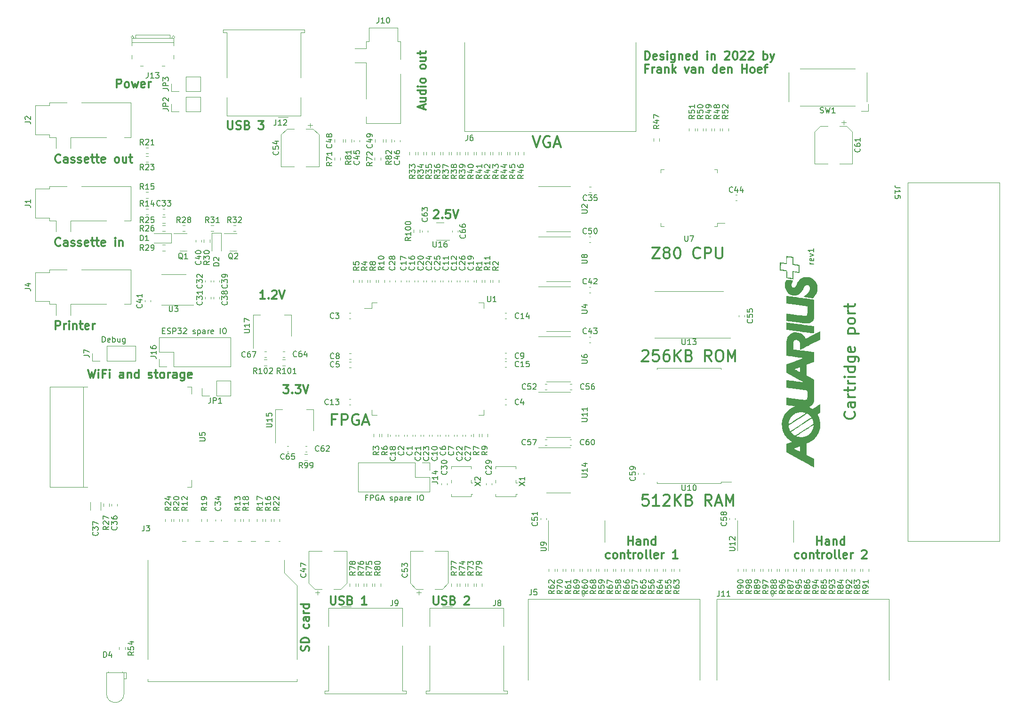
<source format=gto>
%TF.GenerationSoftware,KiCad,Pcbnew,(6.0.4-0)*%
%TF.CreationDate,2022-05-01T14:36:53+02:00*%
%TF.ProjectId,aquarius-plus,61717561-7269-4757-932d-706c75732e6b,rev?*%
%TF.SameCoordinates,Original*%
%TF.FileFunction,Legend,Top*%
%TF.FilePolarity,Positive*%
%FSLAX46Y46*%
G04 Gerber Fmt 4.6, Leading zero omitted, Abs format (unit mm)*
G04 Created by KiCad (PCBNEW (6.0.4-0)) date 2022-05-01 14:36:53*
%MOMM*%
%LPD*%
G01*
G04 APERTURE LIST*
%ADD10C,0.300000*%
%ADD11C,0.150000*%
%ADD12C,0.120000*%
G04 APERTURE END LIST*
D10*
X169035714Y-125471071D02*
X169035714Y-123971071D01*
X169035714Y-124685357D02*
X169892857Y-124685357D01*
X169892857Y-125471071D02*
X169892857Y-123971071D01*
X171250000Y-125471071D02*
X171250000Y-124685357D01*
X171178571Y-124542500D01*
X171035714Y-124471071D01*
X170750000Y-124471071D01*
X170607142Y-124542500D01*
X171250000Y-125399642D02*
X171107142Y-125471071D01*
X170750000Y-125471071D01*
X170607142Y-125399642D01*
X170535714Y-125256785D01*
X170535714Y-125113928D01*
X170607142Y-124971071D01*
X170750000Y-124899642D01*
X171107142Y-124899642D01*
X171250000Y-124828214D01*
X171964285Y-124471071D02*
X171964285Y-125471071D01*
X171964285Y-124613928D02*
X172035714Y-124542500D01*
X172178571Y-124471071D01*
X172392857Y-124471071D01*
X172535714Y-124542500D01*
X172607142Y-124685357D01*
X172607142Y-125471071D01*
X173964285Y-125471071D02*
X173964285Y-123971071D01*
X173964285Y-125399642D02*
X173821428Y-125471071D01*
X173535714Y-125471071D01*
X173392857Y-125399642D01*
X173321428Y-125328214D01*
X173250000Y-125185357D01*
X173250000Y-124756785D01*
X173321428Y-124613928D01*
X173392857Y-124542500D01*
X173535714Y-124471071D01*
X173821428Y-124471071D01*
X173964285Y-124542500D01*
X165750000Y-127814642D02*
X165607142Y-127886071D01*
X165321428Y-127886071D01*
X165178571Y-127814642D01*
X165107142Y-127743214D01*
X165035714Y-127600357D01*
X165035714Y-127171785D01*
X165107142Y-127028928D01*
X165178571Y-126957500D01*
X165321428Y-126886071D01*
X165607142Y-126886071D01*
X165750000Y-126957500D01*
X166607142Y-127886071D02*
X166464285Y-127814642D01*
X166392857Y-127743214D01*
X166321428Y-127600357D01*
X166321428Y-127171785D01*
X166392857Y-127028928D01*
X166464285Y-126957500D01*
X166607142Y-126886071D01*
X166821428Y-126886071D01*
X166964285Y-126957500D01*
X167035714Y-127028928D01*
X167107142Y-127171785D01*
X167107142Y-127600357D01*
X167035714Y-127743214D01*
X166964285Y-127814642D01*
X166821428Y-127886071D01*
X166607142Y-127886071D01*
X167750000Y-126886071D02*
X167750000Y-127886071D01*
X167750000Y-127028928D02*
X167821428Y-126957500D01*
X167964285Y-126886071D01*
X168178571Y-126886071D01*
X168321428Y-126957500D01*
X168392857Y-127100357D01*
X168392857Y-127886071D01*
X168892857Y-126886071D02*
X169464285Y-126886071D01*
X169107142Y-126386071D02*
X169107142Y-127671785D01*
X169178571Y-127814642D01*
X169321428Y-127886071D01*
X169464285Y-127886071D01*
X169964285Y-127886071D02*
X169964285Y-126886071D01*
X169964285Y-127171785D02*
X170035714Y-127028928D01*
X170107142Y-126957500D01*
X170250000Y-126886071D01*
X170392857Y-126886071D01*
X171107142Y-127886071D02*
X170964285Y-127814642D01*
X170892857Y-127743214D01*
X170821428Y-127600357D01*
X170821428Y-127171785D01*
X170892857Y-127028928D01*
X170964285Y-126957500D01*
X171107142Y-126886071D01*
X171321428Y-126886071D01*
X171464285Y-126957500D01*
X171535714Y-127028928D01*
X171607142Y-127171785D01*
X171607142Y-127600357D01*
X171535714Y-127743214D01*
X171464285Y-127814642D01*
X171321428Y-127886071D01*
X171107142Y-127886071D01*
X172464285Y-127886071D02*
X172321428Y-127814642D01*
X172250000Y-127671785D01*
X172250000Y-126386071D01*
X173250000Y-127886071D02*
X173107142Y-127814642D01*
X173035714Y-127671785D01*
X173035714Y-126386071D01*
X174392857Y-127814642D02*
X174250000Y-127886071D01*
X173964285Y-127886071D01*
X173821428Y-127814642D01*
X173750000Y-127671785D01*
X173750000Y-127100357D01*
X173821428Y-126957500D01*
X173964285Y-126886071D01*
X174250000Y-126886071D01*
X174392857Y-126957500D01*
X174464285Y-127100357D01*
X174464285Y-127243214D01*
X173750000Y-127386071D01*
X175107142Y-127886071D02*
X175107142Y-126886071D01*
X175107142Y-127171785D02*
X175178571Y-127028928D01*
X175250000Y-126957500D01*
X175392857Y-126886071D01*
X175535714Y-126886071D01*
X177964285Y-127886071D02*
X177107142Y-127886071D01*
X177535714Y-127886071D02*
X177535714Y-126386071D01*
X177392857Y-126600357D01*
X177250000Y-126743214D01*
X177107142Y-126814642D01*
X134052142Y-134678571D02*
X134052142Y-135892857D01*
X134123571Y-136035714D01*
X134195000Y-136107142D01*
X134337857Y-136178571D01*
X134623571Y-136178571D01*
X134766428Y-136107142D01*
X134837857Y-136035714D01*
X134909285Y-135892857D01*
X134909285Y-134678571D01*
X135552142Y-136107142D02*
X135766428Y-136178571D01*
X136123571Y-136178571D01*
X136266428Y-136107142D01*
X136337857Y-136035714D01*
X136409285Y-135892857D01*
X136409285Y-135750000D01*
X136337857Y-135607142D01*
X136266428Y-135535714D01*
X136123571Y-135464285D01*
X135837857Y-135392857D01*
X135695000Y-135321428D01*
X135623571Y-135250000D01*
X135552142Y-135107142D01*
X135552142Y-134964285D01*
X135623571Y-134821428D01*
X135695000Y-134750000D01*
X135837857Y-134678571D01*
X136195000Y-134678571D01*
X136409285Y-134750000D01*
X137552142Y-135392857D02*
X137766428Y-135464285D01*
X137837857Y-135535714D01*
X137909285Y-135678571D01*
X137909285Y-135892857D01*
X137837857Y-136035714D01*
X137766428Y-136107142D01*
X137623571Y-136178571D01*
X137052142Y-136178571D01*
X137052142Y-134678571D01*
X137552142Y-134678571D01*
X137695000Y-134750000D01*
X137766428Y-134821428D01*
X137837857Y-134964285D01*
X137837857Y-135107142D01*
X137766428Y-135250000D01*
X137695000Y-135321428D01*
X137552142Y-135392857D01*
X137052142Y-135392857D01*
X139623571Y-134821428D02*
X139695000Y-134750000D01*
X139837857Y-134678571D01*
X140195000Y-134678571D01*
X140337857Y-134750000D01*
X140409285Y-134821428D01*
X140480714Y-134964285D01*
X140480714Y-135107142D01*
X140409285Y-135321428D01*
X139552142Y-136178571D01*
X140480714Y-136178571D01*
X172102142Y-38121071D02*
X172102142Y-36621071D01*
X172459285Y-36621071D01*
X172673571Y-36692500D01*
X172816428Y-36835357D01*
X172887857Y-36978214D01*
X172959285Y-37263928D01*
X172959285Y-37478214D01*
X172887857Y-37763928D01*
X172816428Y-37906785D01*
X172673571Y-38049642D01*
X172459285Y-38121071D01*
X172102142Y-38121071D01*
X174173571Y-38049642D02*
X174030714Y-38121071D01*
X173745000Y-38121071D01*
X173602142Y-38049642D01*
X173530714Y-37906785D01*
X173530714Y-37335357D01*
X173602142Y-37192500D01*
X173745000Y-37121071D01*
X174030714Y-37121071D01*
X174173571Y-37192500D01*
X174245000Y-37335357D01*
X174245000Y-37478214D01*
X173530714Y-37621071D01*
X174816428Y-38049642D02*
X174959285Y-38121071D01*
X175245000Y-38121071D01*
X175387857Y-38049642D01*
X175459285Y-37906785D01*
X175459285Y-37835357D01*
X175387857Y-37692500D01*
X175245000Y-37621071D01*
X175030714Y-37621071D01*
X174887857Y-37549642D01*
X174816428Y-37406785D01*
X174816428Y-37335357D01*
X174887857Y-37192500D01*
X175030714Y-37121071D01*
X175245000Y-37121071D01*
X175387857Y-37192500D01*
X176102142Y-38121071D02*
X176102142Y-37121071D01*
X176102142Y-36621071D02*
X176030714Y-36692500D01*
X176102142Y-36763928D01*
X176173571Y-36692500D01*
X176102142Y-36621071D01*
X176102142Y-36763928D01*
X177459285Y-37121071D02*
X177459285Y-38335357D01*
X177387857Y-38478214D01*
X177316428Y-38549642D01*
X177173571Y-38621071D01*
X176959285Y-38621071D01*
X176816428Y-38549642D01*
X177459285Y-38049642D02*
X177316428Y-38121071D01*
X177030714Y-38121071D01*
X176887857Y-38049642D01*
X176816428Y-37978214D01*
X176745000Y-37835357D01*
X176745000Y-37406785D01*
X176816428Y-37263928D01*
X176887857Y-37192500D01*
X177030714Y-37121071D01*
X177316428Y-37121071D01*
X177459285Y-37192500D01*
X178173571Y-37121071D02*
X178173571Y-38121071D01*
X178173571Y-37263928D02*
X178245000Y-37192500D01*
X178387857Y-37121071D01*
X178602142Y-37121071D01*
X178745000Y-37192500D01*
X178816428Y-37335357D01*
X178816428Y-38121071D01*
X180102142Y-38049642D02*
X179959285Y-38121071D01*
X179673571Y-38121071D01*
X179530714Y-38049642D01*
X179459285Y-37906785D01*
X179459285Y-37335357D01*
X179530714Y-37192500D01*
X179673571Y-37121071D01*
X179959285Y-37121071D01*
X180102142Y-37192500D01*
X180173571Y-37335357D01*
X180173571Y-37478214D01*
X179459285Y-37621071D01*
X181459285Y-38121071D02*
X181459285Y-36621071D01*
X181459285Y-38049642D02*
X181316428Y-38121071D01*
X181030714Y-38121071D01*
X180887857Y-38049642D01*
X180816428Y-37978214D01*
X180745000Y-37835357D01*
X180745000Y-37406785D01*
X180816428Y-37263928D01*
X180887857Y-37192500D01*
X181030714Y-37121071D01*
X181316428Y-37121071D01*
X181459285Y-37192500D01*
X183316428Y-38121071D02*
X183316428Y-37121071D01*
X183316428Y-36621071D02*
X183245000Y-36692500D01*
X183316428Y-36763928D01*
X183387857Y-36692500D01*
X183316428Y-36621071D01*
X183316428Y-36763928D01*
X184030714Y-37121071D02*
X184030714Y-38121071D01*
X184030714Y-37263928D02*
X184102142Y-37192500D01*
X184245000Y-37121071D01*
X184459285Y-37121071D01*
X184602142Y-37192500D01*
X184673571Y-37335357D01*
X184673571Y-38121071D01*
X186459285Y-36763928D02*
X186530714Y-36692500D01*
X186673571Y-36621071D01*
X187030714Y-36621071D01*
X187173571Y-36692500D01*
X187245000Y-36763928D01*
X187316428Y-36906785D01*
X187316428Y-37049642D01*
X187245000Y-37263928D01*
X186387857Y-38121071D01*
X187316428Y-38121071D01*
X188245000Y-36621071D02*
X188387857Y-36621071D01*
X188530714Y-36692500D01*
X188602142Y-36763928D01*
X188673571Y-36906785D01*
X188745000Y-37192500D01*
X188745000Y-37549642D01*
X188673571Y-37835357D01*
X188602142Y-37978214D01*
X188530714Y-38049642D01*
X188387857Y-38121071D01*
X188245000Y-38121071D01*
X188102142Y-38049642D01*
X188030714Y-37978214D01*
X187959285Y-37835357D01*
X187887857Y-37549642D01*
X187887857Y-37192500D01*
X187959285Y-36906785D01*
X188030714Y-36763928D01*
X188102142Y-36692500D01*
X188245000Y-36621071D01*
X189316428Y-36763928D02*
X189387857Y-36692500D01*
X189530714Y-36621071D01*
X189887857Y-36621071D01*
X190030714Y-36692500D01*
X190102142Y-36763928D01*
X190173571Y-36906785D01*
X190173571Y-37049642D01*
X190102142Y-37263928D01*
X189245000Y-38121071D01*
X190173571Y-38121071D01*
X190745000Y-36763928D02*
X190816428Y-36692500D01*
X190959285Y-36621071D01*
X191316428Y-36621071D01*
X191459285Y-36692500D01*
X191530714Y-36763928D01*
X191602142Y-36906785D01*
X191602142Y-37049642D01*
X191530714Y-37263928D01*
X190673571Y-38121071D01*
X191602142Y-38121071D01*
X193387857Y-38121071D02*
X193387857Y-36621071D01*
X193387857Y-37192500D02*
X193530714Y-37121071D01*
X193816428Y-37121071D01*
X193959285Y-37192500D01*
X194030714Y-37263928D01*
X194102142Y-37406785D01*
X194102142Y-37835357D01*
X194030714Y-37978214D01*
X193959285Y-38049642D01*
X193816428Y-38121071D01*
X193530714Y-38121071D01*
X193387857Y-38049642D01*
X194602142Y-37121071D02*
X194959285Y-38121071D01*
X195316428Y-37121071D02*
X194959285Y-38121071D01*
X194816428Y-38478214D01*
X194745000Y-38549642D01*
X194602142Y-38621071D01*
X172602142Y-39750357D02*
X172102142Y-39750357D01*
X172102142Y-40536071D02*
X172102142Y-39036071D01*
X172816428Y-39036071D01*
X173387857Y-40536071D02*
X173387857Y-39536071D01*
X173387857Y-39821785D02*
X173459285Y-39678928D01*
X173530714Y-39607500D01*
X173673571Y-39536071D01*
X173816428Y-39536071D01*
X174959285Y-40536071D02*
X174959285Y-39750357D01*
X174887857Y-39607500D01*
X174745000Y-39536071D01*
X174459285Y-39536071D01*
X174316428Y-39607500D01*
X174959285Y-40464642D02*
X174816428Y-40536071D01*
X174459285Y-40536071D01*
X174316428Y-40464642D01*
X174245000Y-40321785D01*
X174245000Y-40178928D01*
X174316428Y-40036071D01*
X174459285Y-39964642D01*
X174816428Y-39964642D01*
X174959285Y-39893214D01*
X175673571Y-39536071D02*
X175673571Y-40536071D01*
X175673571Y-39678928D02*
X175745000Y-39607500D01*
X175887857Y-39536071D01*
X176102142Y-39536071D01*
X176245000Y-39607500D01*
X176316428Y-39750357D01*
X176316428Y-40536071D01*
X177030714Y-40536071D02*
X177030714Y-39036071D01*
X177173571Y-39964642D02*
X177602142Y-40536071D01*
X177602142Y-39536071D02*
X177030714Y-40107500D01*
X179245000Y-39536071D02*
X179602142Y-40536071D01*
X179959285Y-39536071D01*
X181173571Y-40536071D02*
X181173571Y-39750357D01*
X181102142Y-39607500D01*
X180959285Y-39536071D01*
X180673571Y-39536071D01*
X180530714Y-39607500D01*
X181173571Y-40464642D02*
X181030714Y-40536071D01*
X180673571Y-40536071D01*
X180530714Y-40464642D01*
X180459285Y-40321785D01*
X180459285Y-40178928D01*
X180530714Y-40036071D01*
X180673571Y-39964642D01*
X181030714Y-39964642D01*
X181173571Y-39893214D01*
X181887857Y-39536071D02*
X181887857Y-40536071D01*
X181887857Y-39678928D02*
X181959285Y-39607500D01*
X182102142Y-39536071D01*
X182316428Y-39536071D01*
X182459285Y-39607500D01*
X182530714Y-39750357D01*
X182530714Y-40536071D01*
X185030714Y-40536071D02*
X185030714Y-39036071D01*
X185030714Y-40464642D02*
X184887857Y-40536071D01*
X184602142Y-40536071D01*
X184459285Y-40464642D01*
X184387857Y-40393214D01*
X184316428Y-40250357D01*
X184316428Y-39821785D01*
X184387857Y-39678928D01*
X184459285Y-39607500D01*
X184602142Y-39536071D01*
X184887857Y-39536071D01*
X185030714Y-39607500D01*
X186316428Y-40464642D02*
X186173571Y-40536071D01*
X185887857Y-40536071D01*
X185745000Y-40464642D01*
X185673571Y-40321785D01*
X185673571Y-39750357D01*
X185745000Y-39607500D01*
X185887857Y-39536071D01*
X186173571Y-39536071D01*
X186316428Y-39607500D01*
X186387857Y-39750357D01*
X186387857Y-39893214D01*
X185673571Y-40036071D01*
X187030714Y-39536071D02*
X187030714Y-40536071D01*
X187030714Y-39678928D02*
X187102142Y-39607500D01*
X187245000Y-39536071D01*
X187459285Y-39536071D01*
X187602142Y-39607500D01*
X187673571Y-39750357D01*
X187673571Y-40536071D01*
X189530714Y-40536071D02*
X189530714Y-39036071D01*
X189530714Y-39750357D02*
X190387857Y-39750357D01*
X190387857Y-40536071D02*
X190387857Y-39036071D01*
X191316428Y-40536071D02*
X191173571Y-40464642D01*
X191102142Y-40393214D01*
X191030714Y-40250357D01*
X191030714Y-39821785D01*
X191102142Y-39678928D01*
X191173571Y-39607500D01*
X191316428Y-39536071D01*
X191530714Y-39536071D01*
X191673571Y-39607500D01*
X191745000Y-39678928D01*
X191816428Y-39821785D01*
X191816428Y-40250357D01*
X191745000Y-40393214D01*
X191673571Y-40464642D01*
X191530714Y-40536071D01*
X191316428Y-40536071D01*
X193030714Y-40464642D02*
X192887857Y-40536071D01*
X192602142Y-40536071D01*
X192459285Y-40464642D01*
X192387857Y-40321785D01*
X192387857Y-39750357D01*
X192459285Y-39607500D01*
X192602142Y-39536071D01*
X192887857Y-39536071D01*
X193030714Y-39607500D01*
X193102142Y-39750357D01*
X193102142Y-39893214D01*
X192387857Y-40036071D01*
X193530714Y-39536071D02*
X194102142Y-39536071D01*
X193745000Y-40536071D02*
X193745000Y-39250357D01*
X193816428Y-39107500D01*
X193959285Y-39036071D01*
X194102142Y-39036071D01*
X173419047Y-71904761D02*
X174752380Y-71904761D01*
X173419047Y-73904761D01*
X174752380Y-73904761D01*
X175800000Y-72761904D02*
X175609523Y-72666666D01*
X175514285Y-72571428D01*
X175419047Y-72380952D01*
X175419047Y-72285714D01*
X175514285Y-72095238D01*
X175609523Y-72000000D01*
X175800000Y-71904761D01*
X176180952Y-71904761D01*
X176371428Y-72000000D01*
X176466666Y-72095238D01*
X176561904Y-72285714D01*
X176561904Y-72380952D01*
X176466666Y-72571428D01*
X176371428Y-72666666D01*
X176180952Y-72761904D01*
X175800000Y-72761904D01*
X175609523Y-72857142D01*
X175514285Y-72952380D01*
X175419047Y-73142857D01*
X175419047Y-73523809D01*
X175514285Y-73714285D01*
X175609523Y-73809523D01*
X175800000Y-73904761D01*
X176180952Y-73904761D01*
X176371428Y-73809523D01*
X176466666Y-73714285D01*
X176561904Y-73523809D01*
X176561904Y-73142857D01*
X176466666Y-72952380D01*
X176371428Y-72857142D01*
X176180952Y-72761904D01*
X177800000Y-71904761D02*
X177990476Y-71904761D01*
X178180952Y-72000000D01*
X178276190Y-72095238D01*
X178371428Y-72285714D01*
X178466666Y-72666666D01*
X178466666Y-73142857D01*
X178371428Y-73523809D01*
X178276190Y-73714285D01*
X178180952Y-73809523D01*
X177990476Y-73904761D01*
X177800000Y-73904761D01*
X177609523Y-73809523D01*
X177514285Y-73714285D01*
X177419047Y-73523809D01*
X177323809Y-73142857D01*
X177323809Y-72666666D01*
X177419047Y-72285714D01*
X177514285Y-72095238D01*
X177609523Y-72000000D01*
X177800000Y-71904761D01*
X181990476Y-73714285D02*
X181895238Y-73809523D01*
X181609523Y-73904761D01*
X181419047Y-73904761D01*
X181133333Y-73809523D01*
X180942857Y-73619047D01*
X180847619Y-73428571D01*
X180752380Y-73047619D01*
X180752380Y-72761904D01*
X180847619Y-72380952D01*
X180942857Y-72190476D01*
X181133333Y-72000000D01*
X181419047Y-71904761D01*
X181609523Y-71904761D01*
X181895238Y-72000000D01*
X181990476Y-72095238D01*
X182847619Y-73904761D02*
X182847619Y-71904761D01*
X183609523Y-71904761D01*
X183800000Y-72000000D01*
X183895238Y-72095238D01*
X183990476Y-72285714D01*
X183990476Y-72571428D01*
X183895238Y-72761904D01*
X183800000Y-72857142D01*
X183609523Y-72952380D01*
X182847619Y-72952380D01*
X184847619Y-71904761D02*
X184847619Y-73523809D01*
X184942857Y-73714285D01*
X185038095Y-73809523D01*
X185228571Y-73904761D01*
X185609523Y-73904761D01*
X185800000Y-73809523D01*
X185895238Y-73714285D01*
X185990476Y-73523809D01*
X185990476Y-71904761D01*
X66909285Y-56535714D02*
X66837857Y-56607142D01*
X66623571Y-56678571D01*
X66480714Y-56678571D01*
X66266428Y-56607142D01*
X66123571Y-56464285D01*
X66052142Y-56321428D01*
X65980714Y-56035714D01*
X65980714Y-55821428D01*
X66052142Y-55535714D01*
X66123571Y-55392857D01*
X66266428Y-55250000D01*
X66480714Y-55178571D01*
X66623571Y-55178571D01*
X66837857Y-55250000D01*
X66909285Y-55321428D01*
X68195000Y-56678571D02*
X68195000Y-55892857D01*
X68123571Y-55750000D01*
X67980714Y-55678571D01*
X67695000Y-55678571D01*
X67552142Y-55750000D01*
X68195000Y-56607142D02*
X68052142Y-56678571D01*
X67695000Y-56678571D01*
X67552142Y-56607142D01*
X67480714Y-56464285D01*
X67480714Y-56321428D01*
X67552142Y-56178571D01*
X67695000Y-56107142D01*
X68052142Y-56107142D01*
X68195000Y-56035714D01*
X68837857Y-56607142D02*
X68980714Y-56678571D01*
X69266428Y-56678571D01*
X69409285Y-56607142D01*
X69480714Y-56464285D01*
X69480714Y-56392857D01*
X69409285Y-56250000D01*
X69266428Y-56178571D01*
X69052142Y-56178571D01*
X68909285Y-56107142D01*
X68837857Y-55964285D01*
X68837857Y-55892857D01*
X68909285Y-55750000D01*
X69052142Y-55678571D01*
X69266428Y-55678571D01*
X69409285Y-55750000D01*
X70052142Y-56607142D02*
X70195000Y-56678571D01*
X70480714Y-56678571D01*
X70623571Y-56607142D01*
X70695000Y-56464285D01*
X70695000Y-56392857D01*
X70623571Y-56250000D01*
X70480714Y-56178571D01*
X70266428Y-56178571D01*
X70123571Y-56107142D01*
X70052142Y-55964285D01*
X70052142Y-55892857D01*
X70123571Y-55750000D01*
X70266428Y-55678571D01*
X70480714Y-55678571D01*
X70623571Y-55750000D01*
X71909285Y-56607142D02*
X71766428Y-56678571D01*
X71480714Y-56678571D01*
X71337857Y-56607142D01*
X71266428Y-56464285D01*
X71266428Y-55892857D01*
X71337857Y-55750000D01*
X71480714Y-55678571D01*
X71766428Y-55678571D01*
X71909285Y-55750000D01*
X71980714Y-55892857D01*
X71980714Y-56035714D01*
X71266428Y-56178571D01*
X72409285Y-55678571D02*
X72980714Y-55678571D01*
X72623571Y-55178571D02*
X72623571Y-56464285D01*
X72695000Y-56607142D01*
X72837857Y-56678571D01*
X72980714Y-56678571D01*
X73266428Y-55678571D02*
X73837857Y-55678571D01*
X73480714Y-55178571D02*
X73480714Y-56464285D01*
X73552142Y-56607142D01*
X73695000Y-56678571D01*
X73837857Y-56678571D01*
X74909285Y-56607142D02*
X74766428Y-56678571D01*
X74480714Y-56678571D01*
X74337857Y-56607142D01*
X74266428Y-56464285D01*
X74266428Y-55892857D01*
X74337857Y-55750000D01*
X74480714Y-55678571D01*
X74766428Y-55678571D01*
X74909285Y-55750000D01*
X74980714Y-55892857D01*
X74980714Y-56035714D01*
X74266428Y-56178571D01*
X76980714Y-56678571D02*
X76837857Y-56607142D01*
X76766428Y-56535714D01*
X76695000Y-56392857D01*
X76695000Y-55964285D01*
X76766428Y-55821428D01*
X76837857Y-55750000D01*
X76980714Y-55678571D01*
X77195000Y-55678571D01*
X77337857Y-55750000D01*
X77409285Y-55821428D01*
X77480714Y-55964285D01*
X77480714Y-56392857D01*
X77409285Y-56535714D01*
X77337857Y-56607142D01*
X77195000Y-56678571D01*
X76980714Y-56678571D01*
X78766428Y-55678571D02*
X78766428Y-56678571D01*
X78123571Y-55678571D02*
X78123571Y-56464285D01*
X78195000Y-56607142D01*
X78337857Y-56678571D01*
X78552142Y-56678571D01*
X78695000Y-56607142D01*
X78766428Y-56535714D01*
X79266428Y-55678571D02*
X79837857Y-55678571D01*
X79480714Y-55178571D02*
X79480714Y-56464285D01*
X79552142Y-56607142D01*
X79695000Y-56678571D01*
X79837857Y-56678571D01*
X111607142Y-144519285D02*
X111678571Y-144305000D01*
X111678571Y-143947857D01*
X111607142Y-143805000D01*
X111535714Y-143733571D01*
X111392857Y-143662142D01*
X111250000Y-143662142D01*
X111107142Y-143733571D01*
X111035714Y-143805000D01*
X110964285Y-143947857D01*
X110892857Y-144233571D01*
X110821428Y-144376428D01*
X110750000Y-144447857D01*
X110607142Y-144519285D01*
X110464285Y-144519285D01*
X110321428Y-144447857D01*
X110250000Y-144376428D01*
X110178571Y-144233571D01*
X110178571Y-143876428D01*
X110250000Y-143662142D01*
X111678571Y-143019285D02*
X110178571Y-143019285D01*
X110178571Y-142662142D01*
X110250000Y-142447857D01*
X110392857Y-142305000D01*
X110535714Y-142233571D01*
X110821428Y-142162142D01*
X111035714Y-142162142D01*
X111321428Y-142233571D01*
X111464285Y-142305000D01*
X111607142Y-142447857D01*
X111678571Y-142662142D01*
X111678571Y-143019285D01*
X111607142Y-139733571D02*
X111678571Y-139876428D01*
X111678571Y-140162142D01*
X111607142Y-140305000D01*
X111535714Y-140376428D01*
X111392857Y-140447857D01*
X110964285Y-140447857D01*
X110821428Y-140376428D01*
X110750000Y-140305000D01*
X110678571Y-140162142D01*
X110678571Y-139876428D01*
X110750000Y-139733571D01*
X111678571Y-138447857D02*
X110892857Y-138447857D01*
X110750000Y-138519285D01*
X110678571Y-138662142D01*
X110678571Y-138947857D01*
X110750000Y-139090714D01*
X111607142Y-138447857D02*
X111678571Y-138590714D01*
X111678571Y-138947857D01*
X111607142Y-139090714D01*
X111464285Y-139162142D01*
X111321428Y-139162142D01*
X111178571Y-139090714D01*
X111107142Y-138947857D01*
X111107142Y-138590714D01*
X111035714Y-138447857D01*
X111678571Y-137733571D02*
X110678571Y-137733571D01*
X110964285Y-137733571D02*
X110821428Y-137662142D01*
X110750000Y-137590714D01*
X110678571Y-137447857D01*
X110678571Y-137305000D01*
X111678571Y-136162142D02*
X110178571Y-136162142D01*
X111607142Y-136162142D02*
X111678571Y-136305000D01*
X111678571Y-136590714D01*
X111607142Y-136733571D01*
X111535714Y-136805000D01*
X111392857Y-136876428D01*
X110964285Y-136876428D01*
X110821428Y-136805000D01*
X110750000Y-136733571D01*
X110678571Y-136590714D01*
X110678571Y-136305000D01*
X110750000Y-136162142D01*
D11*
X74452380Y-88952380D02*
X74452380Y-87952380D01*
X74690476Y-87952380D01*
X74833333Y-88000000D01*
X74928571Y-88095238D01*
X74976190Y-88190476D01*
X75023809Y-88380952D01*
X75023809Y-88523809D01*
X74976190Y-88714285D01*
X74928571Y-88809523D01*
X74833333Y-88904761D01*
X74690476Y-88952380D01*
X74452380Y-88952380D01*
X75833333Y-88904761D02*
X75738095Y-88952380D01*
X75547619Y-88952380D01*
X75452380Y-88904761D01*
X75404761Y-88809523D01*
X75404761Y-88428571D01*
X75452380Y-88333333D01*
X75547619Y-88285714D01*
X75738095Y-88285714D01*
X75833333Y-88333333D01*
X75880952Y-88428571D01*
X75880952Y-88523809D01*
X75404761Y-88619047D01*
X76309523Y-88952380D02*
X76309523Y-87952380D01*
X76309523Y-88333333D02*
X76404761Y-88285714D01*
X76595238Y-88285714D01*
X76690476Y-88333333D01*
X76738095Y-88380952D01*
X76785714Y-88476190D01*
X76785714Y-88761904D01*
X76738095Y-88857142D01*
X76690476Y-88904761D01*
X76595238Y-88952380D01*
X76404761Y-88952380D01*
X76309523Y-88904761D01*
X77642857Y-88285714D02*
X77642857Y-88952380D01*
X77214285Y-88285714D02*
X77214285Y-88809523D01*
X77261904Y-88904761D01*
X77357142Y-88952380D01*
X77500000Y-88952380D01*
X77595238Y-88904761D01*
X77642857Y-88857142D01*
X78547619Y-88285714D02*
X78547619Y-89095238D01*
X78500000Y-89190476D01*
X78452380Y-89238095D01*
X78357142Y-89285714D01*
X78214285Y-89285714D01*
X78119047Y-89238095D01*
X78547619Y-88904761D02*
X78452380Y-88952380D01*
X78261904Y-88952380D01*
X78166666Y-88904761D01*
X78119047Y-88857142D01*
X78071428Y-88761904D01*
X78071428Y-88476190D01*
X78119047Y-88380952D01*
X78166666Y-88333333D01*
X78261904Y-88285714D01*
X78452380Y-88285714D01*
X78547619Y-88333333D01*
D10*
X203035714Y-125471071D02*
X203035714Y-123971071D01*
X203035714Y-124685357D02*
X203892857Y-124685357D01*
X203892857Y-125471071D02*
X203892857Y-123971071D01*
X205250000Y-125471071D02*
X205250000Y-124685357D01*
X205178571Y-124542500D01*
X205035714Y-124471071D01*
X204750000Y-124471071D01*
X204607142Y-124542500D01*
X205250000Y-125399642D02*
X205107142Y-125471071D01*
X204750000Y-125471071D01*
X204607142Y-125399642D01*
X204535714Y-125256785D01*
X204535714Y-125113928D01*
X204607142Y-124971071D01*
X204750000Y-124899642D01*
X205107142Y-124899642D01*
X205250000Y-124828214D01*
X205964285Y-124471071D02*
X205964285Y-125471071D01*
X205964285Y-124613928D02*
X206035714Y-124542500D01*
X206178571Y-124471071D01*
X206392857Y-124471071D01*
X206535714Y-124542500D01*
X206607142Y-124685357D01*
X206607142Y-125471071D01*
X207964285Y-125471071D02*
X207964285Y-123971071D01*
X207964285Y-125399642D02*
X207821428Y-125471071D01*
X207535714Y-125471071D01*
X207392857Y-125399642D01*
X207321428Y-125328214D01*
X207250000Y-125185357D01*
X207250000Y-124756785D01*
X207321428Y-124613928D01*
X207392857Y-124542500D01*
X207535714Y-124471071D01*
X207821428Y-124471071D01*
X207964285Y-124542500D01*
X199750000Y-127814642D02*
X199607142Y-127886071D01*
X199321428Y-127886071D01*
X199178571Y-127814642D01*
X199107142Y-127743214D01*
X199035714Y-127600357D01*
X199035714Y-127171785D01*
X199107142Y-127028928D01*
X199178571Y-126957500D01*
X199321428Y-126886071D01*
X199607142Y-126886071D01*
X199750000Y-126957500D01*
X200607142Y-127886071D02*
X200464285Y-127814642D01*
X200392857Y-127743214D01*
X200321428Y-127600357D01*
X200321428Y-127171785D01*
X200392857Y-127028928D01*
X200464285Y-126957500D01*
X200607142Y-126886071D01*
X200821428Y-126886071D01*
X200964285Y-126957500D01*
X201035714Y-127028928D01*
X201107142Y-127171785D01*
X201107142Y-127600357D01*
X201035714Y-127743214D01*
X200964285Y-127814642D01*
X200821428Y-127886071D01*
X200607142Y-127886071D01*
X201750000Y-126886071D02*
X201750000Y-127886071D01*
X201750000Y-127028928D02*
X201821428Y-126957500D01*
X201964285Y-126886071D01*
X202178571Y-126886071D01*
X202321428Y-126957500D01*
X202392857Y-127100357D01*
X202392857Y-127886071D01*
X202892857Y-126886071D02*
X203464285Y-126886071D01*
X203107142Y-126386071D02*
X203107142Y-127671785D01*
X203178571Y-127814642D01*
X203321428Y-127886071D01*
X203464285Y-127886071D01*
X203964285Y-127886071D02*
X203964285Y-126886071D01*
X203964285Y-127171785D02*
X204035714Y-127028928D01*
X204107142Y-126957500D01*
X204250000Y-126886071D01*
X204392857Y-126886071D01*
X205107142Y-127886071D02*
X204964285Y-127814642D01*
X204892857Y-127743214D01*
X204821428Y-127600357D01*
X204821428Y-127171785D01*
X204892857Y-127028928D01*
X204964285Y-126957500D01*
X205107142Y-126886071D01*
X205321428Y-126886071D01*
X205464285Y-126957500D01*
X205535714Y-127028928D01*
X205607142Y-127171785D01*
X205607142Y-127600357D01*
X205535714Y-127743214D01*
X205464285Y-127814642D01*
X205321428Y-127886071D01*
X205107142Y-127886071D01*
X206464285Y-127886071D02*
X206321428Y-127814642D01*
X206250000Y-127671785D01*
X206250000Y-126386071D01*
X207250000Y-127886071D02*
X207107142Y-127814642D01*
X207035714Y-127671785D01*
X207035714Y-126386071D01*
X208392857Y-127814642D02*
X208250000Y-127886071D01*
X207964285Y-127886071D01*
X207821428Y-127814642D01*
X207750000Y-127671785D01*
X207750000Y-127100357D01*
X207821428Y-126957500D01*
X207964285Y-126886071D01*
X208250000Y-126886071D01*
X208392857Y-126957500D01*
X208464285Y-127100357D01*
X208464285Y-127243214D01*
X207750000Y-127386071D01*
X209107142Y-127886071D02*
X209107142Y-126886071D01*
X209107142Y-127171785D02*
X209178571Y-127028928D01*
X209250000Y-126957500D01*
X209392857Y-126886071D01*
X209535714Y-126886071D01*
X211107142Y-126528928D02*
X211178571Y-126457500D01*
X211321428Y-126386071D01*
X211678571Y-126386071D01*
X211821428Y-126457500D01*
X211892857Y-126528928D01*
X211964285Y-126671785D01*
X211964285Y-126814642D01*
X211892857Y-127028928D01*
X211035714Y-127886071D01*
X211964285Y-127886071D01*
X71909285Y-93928571D02*
X72266428Y-95428571D01*
X72552142Y-94357142D01*
X72837857Y-95428571D01*
X73195000Y-93928571D01*
X73766428Y-95428571D02*
X73766428Y-94428571D01*
X73766428Y-93928571D02*
X73695000Y-94000000D01*
X73766428Y-94071428D01*
X73837857Y-94000000D01*
X73766428Y-93928571D01*
X73766428Y-94071428D01*
X74980714Y-94642857D02*
X74480714Y-94642857D01*
X74480714Y-95428571D02*
X74480714Y-93928571D01*
X75195000Y-93928571D01*
X75766428Y-95428571D02*
X75766428Y-94428571D01*
X75766428Y-93928571D02*
X75695000Y-94000000D01*
X75766428Y-94071428D01*
X75837857Y-94000000D01*
X75766428Y-93928571D01*
X75766428Y-94071428D01*
X78266428Y-95428571D02*
X78266428Y-94642857D01*
X78195000Y-94500000D01*
X78052142Y-94428571D01*
X77766428Y-94428571D01*
X77623571Y-94500000D01*
X78266428Y-95357142D02*
X78123571Y-95428571D01*
X77766428Y-95428571D01*
X77623571Y-95357142D01*
X77552142Y-95214285D01*
X77552142Y-95071428D01*
X77623571Y-94928571D01*
X77766428Y-94857142D01*
X78123571Y-94857142D01*
X78266428Y-94785714D01*
X78980714Y-94428571D02*
X78980714Y-95428571D01*
X78980714Y-94571428D02*
X79052142Y-94500000D01*
X79195000Y-94428571D01*
X79409285Y-94428571D01*
X79552142Y-94500000D01*
X79623571Y-94642857D01*
X79623571Y-95428571D01*
X80980714Y-95428571D02*
X80980714Y-93928571D01*
X80980714Y-95357142D02*
X80837857Y-95428571D01*
X80552142Y-95428571D01*
X80409285Y-95357142D01*
X80337857Y-95285714D01*
X80266428Y-95142857D01*
X80266428Y-94714285D01*
X80337857Y-94571428D01*
X80409285Y-94500000D01*
X80552142Y-94428571D01*
X80837857Y-94428571D01*
X80980714Y-94500000D01*
X82766428Y-95357142D02*
X82909285Y-95428571D01*
X83195000Y-95428571D01*
X83337857Y-95357142D01*
X83409285Y-95214285D01*
X83409285Y-95142857D01*
X83337857Y-95000000D01*
X83195000Y-94928571D01*
X82980714Y-94928571D01*
X82837857Y-94857142D01*
X82766428Y-94714285D01*
X82766428Y-94642857D01*
X82837857Y-94500000D01*
X82980714Y-94428571D01*
X83195000Y-94428571D01*
X83337857Y-94500000D01*
X83837857Y-94428571D02*
X84409285Y-94428571D01*
X84052142Y-93928571D02*
X84052142Y-95214285D01*
X84123571Y-95357142D01*
X84266428Y-95428571D01*
X84409285Y-95428571D01*
X85123571Y-95428571D02*
X84980714Y-95357142D01*
X84909285Y-95285714D01*
X84837857Y-95142857D01*
X84837857Y-94714285D01*
X84909285Y-94571428D01*
X84980714Y-94500000D01*
X85123571Y-94428571D01*
X85337857Y-94428571D01*
X85480714Y-94500000D01*
X85552142Y-94571428D01*
X85623571Y-94714285D01*
X85623571Y-95142857D01*
X85552142Y-95285714D01*
X85480714Y-95357142D01*
X85337857Y-95428571D01*
X85123571Y-95428571D01*
X86266428Y-95428571D02*
X86266428Y-94428571D01*
X86266428Y-94714285D02*
X86337857Y-94571428D01*
X86409285Y-94500000D01*
X86552142Y-94428571D01*
X86695000Y-94428571D01*
X87837857Y-95428571D02*
X87837857Y-94642857D01*
X87766428Y-94500000D01*
X87623571Y-94428571D01*
X87337857Y-94428571D01*
X87195000Y-94500000D01*
X87837857Y-95357142D02*
X87695000Y-95428571D01*
X87337857Y-95428571D01*
X87195000Y-95357142D01*
X87123571Y-95214285D01*
X87123571Y-95071428D01*
X87195000Y-94928571D01*
X87337857Y-94857142D01*
X87695000Y-94857142D01*
X87837857Y-94785714D01*
X89195000Y-94428571D02*
X89195000Y-95642857D01*
X89123571Y-95785714D01*
X89052142Y-95857142D01*
X88909285Y-95928571D01*
X88695000Y-95928571D01*
X88552142Y-95857142D01*
X89195000Y-95357142D02*
X89052142Y-95428571D01*
X88766428Y-95428571D01*
X88623571Y-95357142D01*
X88552142Y-95285714D01*
X88480714Y-95142857D01*
X88480714Y-94714285D01*
X88552142Y-94571428D01*
X88623571Y-94500000D01*
X88766428Y-94428571D01*
X89052142Y-94428571D01*
X89195000Y-94500000D01*
X90480714Y-95357142D02*
X90337857Y-95428571D01*
X90052142Y-95428571D01*
X89909285Y-95357142D01*
X89837857Y-95214285D01*
X89837857Y-94642857D01*
X89909285Y-94500000D01*
X90052142Y-94428571D01*
X90337857Y-94428571D01*
X90480714Y-94500000D01*
X90552142Y-94642857D01*
X90552142Y-94785714D01*
X89837857Y-94928571D01*
X66909285Y-71535714D02*
X66837857Y-71607142D01*
X66623571Y-71678571D01*
X66480714Y-71678571D01*
X66266428Y-71607142D01*
X66123571Y-71464285D01*
X66052142Y-71321428D01*
X65980714Y-71035714D01*
X65980714Y-70821428D01*
X66052142Y-70535714D01*
X66123571Y-70392857D01*
X66266428Y-70250000D01*
X66480714Y-70178571D01*
X66623571Y-70178571D01*
X66837857Y-70250000D01*
X66909285Y-70321428D01*
X68195000Y-71678571D02*
X68195000Y-70892857D01*
X68123571Y-70750000D01*
X67980714Y-70678571D01*
X67695000Y-70678571D01*
X67552142Y-70750000D01*
X68195000Y-71607142D02*
X68052142Y-71678571D01*
X67695000Y-71678571D01*
X67552142Y-71607142D01*
X67480714Y-71464285D01*
X67480714Y-71321428D01*
X67552142Y-71178571D01*
X67695000Y-71107142D01*
X68052142Y-71107142D01*
X68195000Y-71035714D01*
X68837857Y-71607142D02*
X68980714Y-71678571D01*
X69266428Y-71678571D01*
X69409285Y-71607142D01*
X69480714Y-71464285D01*
X69480714Y-71392857D01*
X69409285Y-71250000D01*
X69266428Y-71178571D01*
X69052142Y-71178571D01*
X68909285Y-71107142D01*
X68837857Y-70964285D01*
X68837857Y-70892857D01*
X68909285Y-70750000D01*
X69052142Y-70678571D01*
X69266428Y-70678571D01*
X69409285Y-70750000D01*
X70052142Y-71607142D02*
X70195000Y-71678571D01*
X70480714Y-71678571D01*
X70623571Y-71607142D01*
X70695000Y-71464285D01*
X70695000Y-71392857D01*
X70623571Y-71250000D01*
X70480714Y-71178571D01*
X70266428Y-71178571D01*
X70123571Y-71107142D01*
X70052142Y-70964285D01*
X70052142Y-70892857D01*
X70123571Y-70750000D01*
X70266428Y-70678571D01*
X70480714Y-70678571D01*
X70623571Y-70750000D01*
X71909285Y-71607142D02*
X71766428Y-71678571D01*
X71480714Y-71678571D01*
X71337857Y-71607142D01*
X71266428Y-71464285D01*
X71266428Y-70892857D01*
X71337857Y-70750000D01*
X71480714Y-70678571D01*
X71766428Y-70678571D01*
X71909285Y-70750000D01*
X71980714Y-70892857D01*
X71980714Y-71035714D01*
X71266428Y-71178571D01*
X72409285Y-70678571D02*
X72980714Y-70678571D01*
X72623571Y-70178571D02*
X72623571Y-71464285D01*
X72695000Y-71607142D01*
X72837857Y-71678571D01*
X72980714Y-71678571D01*
X73266428Y-70678571D02*
X73837857Y-70678571D01*
X73480714Y-70178571D02*
X73480714Y-71464285D01*
X73552142Y-71607142D01*
X73695000Y-71678571D01*
X73837857Y-71678571D01*
X74909285Y-71607142D02*
X74766428Y-71678571D01*
X74480714Y-71678571D01*
X74337857Y-71607142D01*
X74266428Y-71464285D01*
X74266428Y-70892857D01*
X74337857Y-70750000D01*
X74480714Y-70678571D01*
X74766428Y-70678571D01*
X74909285Y-70750000D01*
X74980714Y-70892857D01*
X74980714Y-71035714D01*
X74266428Y-71178571D01*
X76766428Y-71678571D02*
X76766428Y-70678571D01*
X76766428Y-70178571D02*
X76695000Y-70250000D01*
X76766428Y-70321428D01*
X76837857Y-70250000D01*
X76766428Y-70178571D01*
X76766428Y-70321428D01*
X77480714Y-70678571D02*
X77480714Y-71678571D01*
X77480714Y-70821428D02*
X77552142Y-70750000D01*
X77695000Y-70678571D01*
X77909285Y-70678571D01*
X78052142Y-70750000D01*
X78123571Y-70892857D01*
X78123571Y-71678571D01*
X103714285Y-81178571D02*
X102857142Y-81178571D01*
X103285714Y-81178571D02*
X103285714Y-79678571D01*
X103142857Y-79892857D01*
X103000000Y-80035714D01*
X102857142Y-80107142D01*
X104357142Y-81035714D02*
X104428571Y-81107142D01*
X104357142Y-81178571D01*
X104285714Y-81107142D01*
X104357142Y-81035714D01*
X104357142Y-81178571D01*
X105000000Y-79821428D02*
X105071428Y-79750000D01*
X105214285Y-79678571D01*
X105571428Y-79678571D01*
X105714285Y-79750000D01*
X105785714Y-79821428D01*
X105857142Y-79964285D01*
X105857142Y-80107142D01*
X105785714Y-80321428D01*
X104928571Y-81178571D01*
X105857142Y-81178571D01*
X106285714Y-79678571D02*
X106785714Y-81178571D01*
X107285714Y-79678571D01*
X107035714Y-96678571D02*
X107964285Y-96678571D01*
X107464285Y-97250000D01*
X107678571Y-97250000D01*
X107821428Y-97321428D01*
X107892857Y-97392857D01*
X107964285Y-97535714D01*
X107964285Y-97892857D01*
X107892857Y-98035714D01*
X107821428Y-98107142D01*
X107678571Y-98178571D01*
X107250000Y-98178571D01*
X107107142Y-98107142D01*
X107035714Y-98035714D01*
X108607142Y-98035714D02*
X108678571Y-98107142D01*
X108607142Y-98178571D01*
X108535714Y-98107142D01*
X108607142Y-98035714D01*
X108607142Y-98178571D01*
X109178571Y-96678571D02*
X110107142Y-96678571D01*
X109607142Y-97250000D01*
X109821428Y-97250000D01*
X109964285Y-97321428D01*
X110035714Y-97392857D01*
X110107142Y-97535714D01*
X110107142Y-97892857D01*
X110035714Y-98035714D01*
X109964285Y-98107142D01*
X109821428Y-98178571D01*
X109392857Y-98178571D01*
X109250000Y-98107142D01*
X109178571Y-98035714D01*
X110535714Y-96678571D02*
X111035714Y-98178571D01*
X111535714Y-96678571D01*
X132250000Y-47019285D02*
X132250000Y-46305000D01*
X132678571Y-47162142D02*
X131178571Y-46662142D01*
X132678571Y-46162142D01*
X131678571Y-45019285D02*
X132678571Y-45019285D01*
X131678571Y-45662142D02*
X132464285Y-45662142D01*
X132607142Y-45590714D01*
X132678571Y-45447857D01*
X132678571Y-45233571D01*
X132607142Y-45090714D01*
X132535714Y-45019285D01*
X132678571Y-43662142D02*
X131178571Y-43662142D01*
X132607142Y-43662142D02*
X132678571Y-43805000D01*
X132678571Y-44090714D01*
X132607142Y-44233571D01*
X132535714Y-44305000D01*
X132392857Y-44376428D01*
X131964285Y-44376428D01*
X131821428Y-44305000D01*
X131750000Y-44233571D01*
X131678571Y-44090714D01*
X131678571Y-43805000D01*
X131750000Y-43662142D01*
X132678571Y-42947857D02*
X131678571Y-42947857D01*
X131178571Y-42947857D02*
X131250000Y-43019285D01*
X131321428Y-42947857D01*
X131250000Y-42876428D01*
X131178571Y-42947857D01*
X131321428Y-42947857D01*
X132678571Y-42019285D02*
X132607142Y-42162142D01*
X132535714Y-42233571D01*
X132392857Y-42305000D01*
X131964285Y-42305000D01*
X131821428Y-42233571D01*
X131750000Y-42162142D01*
X131678571Y-42019285D01*
X131678571Y-41805000D01*
X131750000Y-41662142D01*
X131821428Y-41590714D01*
X131964285Y-41519285D01*
X132392857Y-41519285D01*
X132535714Y-41590714D01*
X132607142Y-41662142D01*
X132678571Y-41805000D01*
X132678571Y-42019285D01*
X132678571Y-39519285D02*
X132607142Y-39662142D01*
X132535714Y-39733571D01*
X132392857Y-39805000D01*
X131964285Y-39805000D01*
X131821428Y-39733571D01*
X131750000Y-39662142D01*
X131678571Y-39519285D01*
X131678571Y-39305000D01*
X131750000Y-39162142D01*
X131821428Y-39090714D01*
X131964285Y-39019285D01*
X132392857Y-39019285D01*
X132535714Y-39090714D01*
X132607142Y-39162142D01*
X132678571Y-39305000D01*
X132678571Y-39519285D01*
X131678571Y-37733571D02*
X132678571Y-37733571D01*
X131678571Y-38376428D02*
X132464285Y-38376428D01*
X132607142Y-38305000D01*
X132678571Y-38162142D01*
X132678571Y-37947857D01*
X132607142Y-37805000D01*
X132535714Y-37733571D01*
X131678571Y-37233571D02*
X131678571Y-36662142D01*
X131178571Y-37019285D02*
X132464285Y-37019285D01*
X132607142Y-36947857D01*
X132678571Y-36805000D01*
X132678571Y-36662142D01*
X209714285Y-101500000D02*
X209809523Y-101595238D01*
X209904761Y-101880952D01*
X209904761Y-102071428D01*
X209809523Y-102357142D01*
X209619047Y-102547619D01*
X209428571Y-102642857D01*
X209047619Y-102738095D01*
X208761904Y-102738095D01*
X208380952Y-102642857D01*
X208190476Y-102547619D01*
X208000000Y-102357142D01*
X207904761Y-102071428D01*
X207904761Y-101880952D01*
X208000000Y-101595238D01*
X208095238Y-101500000D01*
X209904761Y-99785714D02*
X208857142Y-99785714D01*
X208666666Y-99880952D01*
X208571428Y-100071428D01*
X208571428Y-100452380D01*
X208666666Y-100642857D01*
X209809523Y-99785714D02*
X209904761Y-99976190D01*
X209904761Y-100452380D01*
X209809523Y-100642857D01*
X209619047Y-100738095D01*
X209428571Y-100738095D01*
X209238095Y-100642857D01*
X209142857Y-100452380D01*
X209142857Y-99976190D01*
X209047619Y-99785714D01*
X209904761Y-98833333D02*
X208571428Y-98833333D01*
X208952380Y-98833333D02*
X208761904Y-98738095D01*
X208666666Y-98642857D01*
X208571428Y-98452380D01*
X208571428Y-98261904D01*
X208571428Y-97880952D02*
X208571428Y-97119047D01*
X207904761Y-97595238D02*
X209619047Y-97595238D01*
X209809523Y-97500000D01*
X209904761Y-97309523D01*
X209904761Y-97119047D01*
X209904761Y-96452380D02*
X208571428Y-96452380D01*
X208952380Y-96452380D02*
X208761904Y-96357142D01*
X208666666Y-96261904D01*
X208571428Y-96071428D01*
X208571428Y-95880952D01*
X209904761Y-95214285D02*
X208571428Y-95214285D01*
X207904761Y-95214285D02*
X208000000Y-95309523D01*
X208095238Y-95214285D01*
X208000000Y-95119047D01*
X207904761Y-95214285D01*
X208095238Y-95214285D01*
X209904761Y-93404761D02*
X207904761Y-93404761D01*
X209809523Y-93404761D02*
X209904761Y-93595238D01*
X209904761Y-93976190D01*
X209809523Y-94166666D01*
X209714285Y-94261904D01*
X209523809Y-94357142D01*
X208952380Y-94357142D01*
X208761904Y-94261904D01*
X208666666Y-94166666D01*
X208571428Y-93976190D01*
X208571428Y-93595238D01*
X208666666Y-93404761D01*
X208571428Y-91595238D02*
X210190476Y-91595238D01*
X210380952Y-91690476D01*
X210476190Y-91785714D01*
X210571428Y-91976190D01*
X210571428Y-92261904D01*
X210476190Y-92452380D01*
X209809523Y-91595238D02*
X209904761Y-91785714D01*
X209904761Y-92166666D01*
X209809523Y-92357142D01*
X209714285Y-92452380D01*
X209523809Y-92547619D01*
X208952380Y-92547619D01*
X208761904Y-92452380D01*
X208666666Y-92357142D01*
X208571428Y-92166666D01*
X208571428Y-91785714D01*
X208666666Y-91595238D01*
X209809523Y-89880952D02*
X209904761Y-90071428D01*
X209904761Y-90452380D01*
X209809523Y-90642857D01*
X209619047Y-90738095D01*
X208857142Y-90738095D01*
X208666666Y-90642857D01*
X208571428Y-90452380D01*
X208571428Y-90071428D01*
X208666666Y-89880952D01*
X208857142Y-89785714D01*
X209047619Y-89785714D01*
X209238095Y-90738095D01*
X208571428Y-87404761D02*
X210571428Y-87404761D01*
X208666666Y-87404761D02*
X208571428Y-87214285D01*
X208571428Y-86833333D01*
X208666666Y-86642857D01*
X208761904Y-86547619D01*
X208952380Y-86452380D01*
X209523809Y-86452380D01*
X209714285Y-86547619D01*
X209809523Y-86642857D01*
X209904761Y-86833333D01*
X209904761Y-87214285D01*
X209809523Y-87404761D01*
X209904761Y-85309523D02*
X209809523Y-85500000D01*
X209714285Y-85595238D01*
X209523809Y-85690476D01*
X208952380Y-85690476D01*
X208761904Y-85595238D01*
X208666666Y-85500000D01*
X208571428Y-85309523D01*
X208571428Y-85023809D01*
X208666666Y-84833333D01*
X208761904Y-84738095D01*
X208952380Y-84642857D01*
X209523809Y-84642857D01*
X209714285Y-84738095D01*
X209809523Y-84833333D01*
X209904761Y-85023809D01*
X209904761Y-85309523D01*
X209904761Y-83785714D02*
X208571428Y-83785714D01*
X208952380Y-83785714D02*
X208761904Y-83690476D01*
X208666666Y-83595238D01*
X208571428Y-83404761D01*
X208571428Y-83214285D01*
X208571428Y-82833333D02*
X208571428Y-82071428D01*
X207904761Y-82547619D02*
X209619047Y-82547619D01*
X209809523Y-82452380D01*
X209904761Y-82261904D01*
X209904761Y-82071428D01*
D11*
X202452380Y-74907142D02*
X201785714Y-74907142D01*
X201976190Y-74907142D02*
X201880952Y-74859523D01*
X201833333Y-74811904D01*
X201785714Y-74716666D01*
X201785714Y-74621428D01*
X202404761Y-73907142D02*
X202452380Y-74002380D01*
X202452380Y-74192857D01*
X202404761Y-74288095D01*
X202309523Y-74335714D01*
X201928571Y-74335714D01*
X201833333Y-74288095D01*
X201785714Y-74192857D01*
X201785714Y-74002380D01*
X201833333Y-73907142D01*
X201928571Y-73859523D01*
X202023809Y-73859523D01*
X202119047Y-74335714D01*
X201785714Y-73526190D02*
X202452380Y-73288095D01*
X201785714Y-73050000D01*
X202452380Y-72145238D02*
X202452380Y-72716666D01*
X202452380Y-72430952D02*
X201452380Y-72430952D01*
X201595238Y-72526190D01*
X201690476Y-72621428D01*
X201738095Y-72716666D01*
D10*
X172659523Y-116404761D02*
X171707142Y-116404761D01*
X171611904Y-117357142D01*
X171707142Y-117261904D01*
X171897619Y-117166666D01*
X172373809Y-117166666D01*
X172564285Y-117261904D01*
X172659523Y-117357142D01*
X172754761Y-117547619D01*
X172754761Y-118023809D01*
X172659523Y-118214285D01*
X172564285Y-118309523D01*
X172373809Y-118404761D01*
X171897619Y-118404761D01*
X171707142Y-118309523D01*
X171611904Y-118214285D01*
X174659523Y-118404761D02*
X173516666Y-118404761D01*
X174088095Y-118404761D02*
X174088095Y-116404761D01*
X173897619Y-116690476D01*
X173707142Y-116880952D01*
X173516666Y-116976190D01*
X175421428Y-116595238D02*
X175516666Y-116500000D01*
X175707142Y-116404761D01*
X176183333Y-116404761D01*
X176373809Y-116500000D01*
X176469047Y-116595238D01*
X176564285Y-116785714D01*
X176564285Y-116976190D01*
X176469047Y-117261904D01*
X175326190Y-118404761D01*
X176564285Y-118404761D01*
X177421428Y-118404761D02*
X177421428Y-116404761D01*
X178564285Y-118404761D02*
X177707142Y-117261904D01*
X178564285Y-116404761D02*
X177421428Y-117547619D01*
X180088095Y-117357142D02*
X180373809Y-117452380D01*
X180469047Y-117547619D01*
X180564285Y-117738095D01*
X180564285Y-118023809D01*
X180469047Y-118214285D01*
X180373809Y-118309523D01*
X180183333Y-118404761D01*
X179421428Y-118404761D01*
X179421428Y-116404761D01*
X180088095Y-116404761D01*
X180278571Y-116500000D01*
X180373809Y-116595238D01*
X180469047Y-116785714D01*
X180469047Y-116976190D01*
X180373809Y-117166666D01*
X180278571Y-117261904D01*
X180088095Y-117357142D01*
X179421428Y-117357142D01*
X184088095Y-118404761D02*
X183421428Y-117452380D01*
X182945238Y-118404761D02*
X182945238Y-116404761D01*
X183707142Y-116404761D01*
X183897619Y-116500000D01*
X183992857Y-116595238D01*
X184088095Y-116785714D01*
X184088095Y-117071428D01*
X183992857Y-117261904D01*
X183897619Y-117357142D01*
X183707142Y-117452380D01*
X182945238Y-117452380D01*
X184850000Y-117833333D02*
X185802380Y-117833333D01*
X184659523Y-118404761D02*
X185326190Y-116404761D01*
X185992857Y-118404761D01*
X186659523Y-118404761D02*
X186659523Y-116404761D01*
X187326190Y-117833333D01*
X187992857Y-116404761D01*
X187992857Y-118404761D01*
D11*
X122142857Y-116928571D02*
X121809523Y-116928571D01*
X121809523Y-117452380D02*
X121809523Y-116452380D01*
X122285714Y-116452380D01*
X122666666Y-117452380D02*
X122666666Y-116452380D01*
X123047619Y-116452380D01*
X123142857Y-116500000D01*
X123190476Y-116547619D01*
X123238095Y-116642857D01*
X123238095Y-116785714D01*
X123190476Y-116880952D01*
X123142857Y-116928571D01*
X123047619Y-116976190D01*
X122666666Y-116976190D01*
X124190476Y-116500000D02*
X124095238Y-116452380D01*
X123952380Y-116452380D01*
X123809523Y-116500000D01*
X123714285Y-116595238D01*
X123666666Y-116690476D01*
X123619047Y-116880952D01*
X123619047Y-117023809D01*
X123666666Y-117214285D01*
X123714285Y-117309523D01*
X123809523Y-117404761D01*
X123952380Y-117452380D01*
X124047619Y-117452380D01*
X124190476Y-117404761D01*
X124238095Y-117357142D01*
X124238095Y-117023809D01*
X124047619Y-117023809D01*
X124619047Y-117166666D02*
X125095238Y-117166666D01*
X124523809Y-117452380D02*
X124857142Y-116452380D01*
X125190476Y-117452380D01*
X126238095Y-117404761D02*
X126333333Y-117452380D01*
X126523809Y-117452380D01*
X126619047Y-117404761D01*
X126666666Y-117309523D01*
X126666666Y-117261904D01*
X126619047Y-117166666D01*
X126523809Y-117119047D01*
X126380952Y-117119047D01*
X126285714Y-117071428D01*
X126238095Y-116976190D01*
X126238095Y-116928571D01*
X126285714Y-116833333D01*
X126380952Y-116785714D01*
X126523809Y-116785714D01*
X126619047Y-116833333D01*
X127095238Y-116785714D02*
X127095238Y-117785714D01*
X127095238Y-116833333D02*
X127190476Y-116785714D01*
X127380952Y-116785714D01*
X127476190Y-116833333D01*
X127523809Y-116880952D01*
X127571428Y-116976190D01*
X127571428Y-117261904D01*
X127523809Y-117357142D01*
X127476190Y-117404761D01*
X127380952Y-117452380D01*
X127190476Y-117452380D01*
X127095238Y-117404761D01*
X128428571Y-117452380D02*
X128428571Y-116928571D01*
X128380952Y-116833333D01*
X128285714Y-116785714D01*
X128095238Y-116785714D01*
X128000000Y-116833333D01*
X128428571Y-117404761D02*
X128333333Y-117452380D01*
X128095238Y-117452380D01*
X128000000Y-117404761D01*
X127952380Y-117309523D01*
X127952380Y-117214285D01*
X128000000Y-117119047D01*
X128095238Y-117071428D01*
X128333333Y-117071428D01*
X128428571Y-117023809D01*
X128904761Y-117452380D02*
X128904761Y-116785714D01*
X128904761Y-116976190D02*
X128952380Y-116880952D01*
X129000000Y-116833333D01*
X129095238Y-116785714D01*
X129190476Y-116785714D01*
X129904761Y-117404761D02*
X129809523Y-117452380D01*
X129619047Y-117452380D01*
X129523809Y-117404761D01*
X129476190Y-117309523D01*
X129476190Y-116928571D01*
X129523809Y-116833333D01*
X129619047Y-116785714D01*
X129809523Y-116785714D01*
X129904761Y-116833333D01*
X129952380Y-116928571D01*
X129952380Y-117023809D01*
X129476190Y-117119047D01*
X131142857Y-117452380D02*
X131142857Y-116452380D01*
X131809523Y-116452380D02*
X132000000Y-116452380D01*
X132095238Y-116500000D01*
X132190476Y-116595238D01*
X132238095Y-116785714D01*
X132238095Y-117119047D01*
X132190476Y-117309523D01*
X132095238Y-117404761D01*
X132000000Y-117452380D01*
X131809523Y-117452380D01*
X131714285Y-117404761D01*
X131619047Y-117309523D01*
X131571428Y-117119047D01*
X131571428Y-116785714D01*
X131619047Y-116595238D01*
X131714285Y-116500000D01*
X131809523Y-116452380D01*
D10*
X134107142Y-65321428D02*
X134178571Y-65250000D01*
X134321428Y-65178571D01*
X134678571Y-65178571D01*
X134821428Y-65250000D01*
X134892857Y-65321428D01*
X134964285Y-65464285D01*
X134964285Y-65607142D01*
X134892857Y-65821428D01*
X134035714Y-66678571D01*
X134964285Y-66678571D01*
X135607142Y-66535714D02*
X135678571Y-66607142D01*
X135607142Y-66678571D01*
X135535714Y-66607142D01*
X135607142Y-66535714D01*
X135607142Y-66678571D01*
X137035714Y-65178571D02*
X136321428Y-65178571D01*
X136250000Y-65892857D01*
X136321428Y-65821428D01*
X136464285Y-65750000D01*
X136821428Y-65750000D01*
X136964285Y-65821428D01*
X137035714Y-65892857D01*
X137107142Y-66035714D01*
X137107142Y-66392857D01*
X137035714Y-66535714D01*
X136964285Y-66607142D01*
X136821428Y-66678571D01*
X136464285Y-66678571D01*
X136321428Y-66607142D01*
X136250000Y-66535714D01*
X137535714Y-65178571D02*
X138035714Y-66678571D01*
X138535714Y-65178571D01*
X77052142Y-43178571D02*
X77052142Y-41678571D01*
X77623571Y-41678571D01*
X77766428Y-41750000D01*
X77837857Y-41821428D01*
X77909285Y-41964285D01*
X77909285Y-42178571D01*
X77837857Y-42321428D01*
X77766428Y-42392857D01*
X77623571Y-42464285D01*
X77052142Y-42464285D01*
X78766428Y-43178571D02*
X78623571Y-43107142D01*
X78552142Y-43035714D01*
X78480714Y-42892857D01*
X78480714Y-42464285D01*
X78552142Y-42321428D01*
X78623571Y-42250000D01*
X78766428Y-42178571D01*
X78980714Y-42178571D01*
X79123571Y-42250000D01*
X79195000Y-42321428D01*
X79266428Y-42464285D01*
X79266428Y-42892857D01*
X79195000Y-43035714D01*
X79123571Y-43107142D01*
X78980714Y-43178571D01*
X78766428Y-43178571D01*
X79766428Y-42178571D02*
X80052142Y-43178571D01*
X80337857Y-42464285D01*
X80623571Y-43178571D01*
X80909285Y-42178571D01*
X82052142Y-43107142D02*
X81909285Y-43178571D01*
X81623571Y-43178571D01*
X81480714Y-43107142D01*
X81409285Y-42964285D01*
X81409285Y-42392857D01*
X81480714Y-42250000D01*
X81623571Y-42178571D01*
X81909285Y-42178571D01*
X82052142Y-42250000D01*
X82123571Y-42392857D01*
X82123571Y-42535714D01*
X81409285Y-42678571D01*
X82766428Y-43178571D02*
X82766428Y-42178571D01*
X82766428Y-42464285D02*
X82837857Y-42321428D01*
X82909285Y-42250000D01*
X83052142Y-42178571D01*
X83195000Y-42178571D01*
X66052142Y-86678571D02*
X66052142Y-85178571D01*
X66623571Y-85178571D01*
X66766428Y-85250000D01*
X66837857Y-85321428D01*
X66909285Y-85464285D01*
X66909285Y-85678571D01*
X66837857Y-85821428D01*
X66766428Y-85892857D01*
X66623571Y-85964285D01*
X66052142Y-85964285D01*
X67552142Y-86678571D02*
X67552142Y-85678571D01*
X67552142Y-85964285D02*
X67623571Y-85821428D01*
X67695000Y-85750000D01*
X67837857Y-85678571D01*
X67980714Y-85678571D01*
X68480714Y-86678571D02*
X68480714Y-85678571D01*
X68480714Y-85178571D02*
X68409285Y-85250000D01*
X68480714Y-85321428D01*
X68552142Y-85250000D01*
X68480714Y-85178571D01*
X68480714Y-85321428D01*
X69195000Y-85678571D02*
X69195000Y-86678571D01*
X69195000Y-85821428D02*
X69266428Y-85750000D01*
X69409285Y-85678571D01*
X69623571Y-85678571D01*
X69766428Y-85750000D01*
X69837857Y-85892857D01*
X69837857Y-86678571D01*
X70337857Y-85678571D02*
X70909285Y-85678571D01*
X70552142Y-85178571D02*
X70552142Y-86464285D01*
X70623571Y-86607142D01*
X70766428Y-86678571D01*
X70909285Y-86678571D01*
X71980714Y-86607142D02*
X71837857Y-86678571D01*
X71552142Y-86678571D01*
X71409285Y-86607142D01*
X71337857Y-86464285D01*
X71337857Y-85892857D01*
X71409285Y-85750000D01*
X71552142Y-85678571D01*
X71837857Y-85678571D01*
X71980714Y-85750000D01*
X72052142Y-85892857D01*
X72052142Y-86035714D01*
X71337857Y-86178571D01*
X72695000Y-86678571D02*
X72695000Y-85678571D01*
X72695000Y-85964285D02*
X72766428Y-85821428D01*
X72837857Y-85750000D01*
X72980714Y-85678571D01*
X73123571Y-85678571D01*
D11*
X85285714Y-86928571D02*
X85619047Y-86928571D01*
X85761904Y-87452380D02*
X85285714Y-87452380D01*
X85285714Y-86452380D01*
X85761904Y-86452380D01*
X86142857Y-87404761D02*
X86285714Y-87452380D01*
X86523809Y-87452380D01*
X86619047Y-87404761D01*
X86666666Y-87357142D01*
X86714285Y-87261904D01*
X86714285Y-87166666D01*
X86666666Y-87071428D01*
X86619047Y-87023809D01*
X86523809Y-86976190D01*
X86333333Y-86928571D01*
X86238095Y-86880952D01*
X86190476Y-86833333D01*
X86142857Y-86738095D01*
X86142857Y-86642857D01*
X86190476Y-86547619D01*
X86238095Y-86500000D01*
X86333333Y-86452380D01*
X86571428Y-86452380D01*
X86714285Y-86500000D01*
X87142857Y-87452380D02*
X87142857Y-86452380D01*
X87523809Y-86452380D01*
X87619047Y-86500000D01*
X87666666Y-86547619D01*
X87714285Y-86642857D01*
X87714285Y-86785714D01*
X87666666Y-86880952D01*
X87619047Y-86928571D01*
X87523809Y-86976190D01*
X87142857Y-86976190D01*
X88047619Y-86452380D02*
X88666666Y-86452380D01*
X88333333Y-86833333D01*
X88476190Y-86833333D01*
X88571428Y-86880952D01*
X88619047Y-86928571D01*
X88666666Y-87023809D01*
X88666666Y-87261904D01*
X88619047Y-87357142D01*
X88571428Y-87404761D01*
X88476190Y-87452380D01*
X88190476Y-87452380D01*
X88095238Y-87404761D01*
X88047619Y-87357142D01*
X89047619Y-86547619D02*
X89095238Y-86500000D01*
X89190476Y-86452380D01*
X89428571Y-86452380D01*
X89523809Y-86500000D01*
X89571428Y-86547619D01*
X89619047Y-86642857D01*
X89619047Y-86738095D01*
X89571428Y-86880952D01*
X89000000Y-87452380D01*
X89619047Y-87452380D01*
X90761904Y-87404761D02*
X90857142Y-87452380D01*
X91047619Y-87452380D01*
X91142857Y-87404761D01*
X91190476Y-87309523D01*
X91190476Y-87261904D01*
X91142857Y-87166666D01*
X91047619Y-87119047D01*
X90904761Y-87119047D01*
X90809523Y-87071428D01*
X90761904Y-86976190D01*
X90761904Y-86928571D01*
X90809523Y-86833333D01*
X90904761Y-86785714D01*
X91047619Y-86785714D01*
X91142857Y-86833333D01*
X91619047Y-86785714D02*
X91619047Y-87785714D01*
X91619047Y-86833333D02*
X91714285Y-86785714D01*
X91904761Y-86785714D01*
X92000000Y-86833333D01*
X92047619Y-86880952D01*
X92095238Y-86976190D01*
X92095238Y-87261904D01*
X92047619Y-87357142D01*
X92000000Y-87404761D01*
X91904761Y-87452380D01*
X91714285Y-87452380D01*
X91619047Y-87404761D01*
X92952380Y-87452380D02*
X92952380Y-86928571D01*
X92904761Y-86833333D01*
X92809523Y-86785714D01*
X92619047Y-86785714D01*
X92523809Y-86833333D01*
X92952380Y-87404761D02*
X92857142Y-87452380D01*
X92619047Y-87452380D01*
X92523809Y-87404761D01*
X92476190Y-87309523D01*
X92476190Y-87214285D01*
X92523809Y-87119047D01*
X92619047Y-87071428D01*
X92857142Y-87071428D01*
X92952380Y-87023809D01*
X93428571Y-87452380D02*
X93428571Y-86785714D01*
X93428571Y-86976190D02*
X93476190Y-86880952D01*
X93523809Y-86833333D01*
X93619047Y-86785714D01*
X93714285Y-86785714D01*
X94428571Y-87404761D02*
X94333333Y-87452380D01*
X94142857Y-87452380D01*
X94047619Y-87404761D01*
X94000000Y-87309523D01*
X94000000Y-86928571D01*
X94047619Y-86833333D01*
X94142857Y-86785714D01*
X94333333Y-86785714D01*
X94428571Y-86833333D01*
X94476190Y-86928571D01*
X94476190Y-87023809D01*
X94000000Y-87119047D01*
X95666666Y-87452380D02*
X95666666Y-86452380D01*
X96333333Y-86452380D02*
X96523809Y-86452380D01*
X96619047Y-86500000D01*
X96714285Y-86595238D01*
X96761904Y-86785714D01*
X96761904Y-87119047D01*
X96714285Y-87309523D01*
X96619047Y-87404761D01*
X96523809Y-87452380D01*
X96333333Y-87452380D01*
X96238095Y-87404761D01*
X96142857Y-87309523D01*
X96095238Y-87119047D01*
X96095238Y-86785714D01*
X96142857Y-86595238D01*
X96238095Y-86500000D01*
X96333333Y-86452380D01*
D10*
X116428571Y-102857142D02*
X115761904Y-102857142D01*
X115761904Y-103904761D02*
X115761904Y-101904761D01*
X116714285Y-101904761D01*
X117476190Y-103904761D02*
X117476190Y-101904761D01*
X118238095Y-101904761D01*
X118428571Y-102000000D01*
X118523809Y-102095238D01*
X118619047Y-102285714D01*
X118619047Y-102571428D01*
X118523809Y-102761904D01*
X118428571Y-102857142D01*
X118238095Y-102952380D01*
X117476190Y-102952380D01*
X120523809Y-102000000D02*
X120333333Y-101904761D01*
X120047619Y-101904761D01*
X119761904Y-102000000D01*
X119571428Y-102190476D01*
X119476190Y-102380952D01*
X119380952Y-102761904D01*
X119380952Y-103047619D01*
X119476190Y-103428571D01*
X119571428Y-103619047D01*
X119761904Y-103809523D01*
X120047619Y-103904761D01*
X120238095Y-103904761D01*
X120523809Y-103809523D01*
X120619047Y-103714285D01*
X120619047Y-103047619D01*
X120238095Y-103047619D01*
X121380952Y-103333333D02*
X122333333Y-103333333D01*
X121190476Y-103904761D02*
X121857142Y-101904761D01*
X122523809Y-103904761D01*
X115552142Y-134678571D02*
X115552142Y-135892857D01*
X115623571Y-136035714D01*
X115695000Y-136107142D01*
X115837857Y-136178571D01*
X116123571Y-136178571D01*
X116266428Y-136107142D01*
X116337857Y-136035714D01*
X116409285Y-135892857D01*
X116409285Y-134678571D01*
X117052142Y-136107142D02*
X117266428Y-136178571D01*
X117623571Y-136178571D01*
X117766428Y-136107142D01*
X117837857Y-136035714D01*
X117909285Y-135892857D01*
X117909285Y-135750000D01*
X117837857Y-135607142D01*
X117766428Y-135535714D01*
X117623571Y-135464285D01*
X117337857Y-135392857D01*
X117195000Y-135321428D01*
X117123571Y-135250000D01*
X117052142Y-135107142D01*
X117052142Y-134964285D01*
X117123571Y-134821428D01*
X117195000Y-134750000D01*
X117337857Y-134678571D01*
X117695000Y-134678571D01*
X117909285Y-134750000D01*
X119052142Y-135392857D02*
X119266428Y-135464285D01*
X119337857Y-135535714D01*
X119409285Y-135678571D01*
X119409285Y-135892857D01*
X119337857Y-136035714D01*
X119266428Y-136107142D01*
X119123571Y-136178571D01*
X118552142Y-136178571D01*
X118552142Y-134678571D01*
X119052142Y-134678571D01*
X119195000Y-134750000D01*
X119266428Y-134821428D01*
X119337857Y-134964285D01*
X119337857Y-135107142D01*
X119266428Y-135250000D01*
X119195000Y-135321428D01*
X119052142Y-135392857D01*
X118552142Y-135392857D01*
X121980714Y-136178571D02*
X121123571Y-136178571D01*
X121552142Y-136178571D02*
X121552142Y-134678571D01*
X121409285Y-134892857D01*
X121266428Y-135035714D01*
X121123571Y-135107142D01*
X151876190Y-51904761D02*
X152542857Y-53904761D01*
X153209523Y-51904761D01*
X154923809Y-52000000D02*
X154733333Y-51904761D01*
X154447619Y-51904761D01*
X154161904Y-52000000D01*
X153971428Y-52190476D01*
X153876190Y-52380952D01*
X153780952Y-52761904D01*
X153780952Y-53047619D01*
X153876190Y-53428571D01*
X153971428Y-53619047D01*
X154161904Y-53809523D01*
X154447619Y-53904761D01*
X154638095Y-53904761D01*
X154923809Y-53809523D01*
X155019047Y-53714285D01*
X155019047Y-53047619D01*
X154638095Y-53047619D01*
X155780952Y-53333333D02*
X156733333Y-53333333D01*
X155590476Y-53904761D02*
X156257142Y-51904761D01*
X156923809Y-53904761D01*
X97052142Y-49178571D02*
X97052142Y-50392857D01*
X97123571Y-50535714D01*
X97195000Y-50607142D01*
X97337857Y-50678571D01*
X97623571Y-50678571D01*
X97766428Y-50607142D01*
X97837857Y-50535714D01*
X97909285Y-50392857D01*
X97909285Y-49178571D01*
X98552142Y-50607142D02*
X98766428Y-50678571D01*
X99123571Y-50678571D01*
X99266428Y-50607142D01*
X99337857Y-50535714D01*
X99409285Y-50392857D01*
X99409285Y-50250000D01*
X99337857Y-50107142D01*
X99266428Y-50035714D01*
X99123571Y-49964285D01*
X98837857Y-49892857D01*
X98695000Y-49821428D01*
X98623571Y-49750000D01*
X98552142Y-49607142D01*
X98552142Y-49464285D01*
X98623571Y-49321428D01*
X98695000Y-49250000D01*
X98837857Y-49178571D01*
X99195000Y-49178571D01*
X99409285Y-49250000D01*
X100552142Y-49892857D02*
X100766428Y-49964285D01*
X100837857Y-50035714D01*
X100909285Y-50178571D01*
X100909285Y-50392857D01*
X100837857Y-50535714D01*
X100766428Y-50607142D01*
X100623571Y-50678571D01*
X100052142Y-50678571D01*
X100052142Y-49178571D01*
X100552142Y-49178571D01*
X100695000Y-49250000D01*
X100766428Y-49321428D01*
X100837857Y-49464285D01*
X100837857Y-49607142D01*
X100766428Y-49750000D01*
X100695000Y-49821428D01*
X100552142Y-49892857D01*
X100052142Y-49892857D01*
X102552142Y-49178571D02*
X103480714Y-49178571D01*
X102980714Y-49750000D01*
X103195000Y-49750000D01*
X103337857Y-49821428D01*
X103409285Y-49892857D01*
X103480714Y-50035714D01*
X103480714Y-50392857D01*
X103409285Y-50535714D01*
X103337857Y-50607142D01*
X103195000Y-50678571D01*
X102766428Y-50678571D01*
X102623571Y-50607142D01*
X102552142Y-50535714D01*
X171571428Y-90595238D02*
X171666666Y-90500000D01*
X171857142Y-90404761D01*
X172333333Y-90404761D01*
X172523809Y-90500000D01*
X172619047Y-90595238D01*
X172714285Y-90785714D01*
X172714285Y-90976190D01*
X172619047Y-91261904D01*
X171476190Y-92404761D01*
X172714285Y-92404761D01*
X174523809Y-90404761D02*
X173571428Y-90404761D01*
X173476190Y-91357142D01*
X173571428Y-91261904D01*
X173761904Y-91166666D01*
X174238095Y-91166666D01*
X174428571Y-91261904D01*
X174523809Y-91357142D01*
X174619047Y-91547619D01*
X174619047Y-92023809D01*
X174523809Y-92214285D01*
X174428571Y-92309523D01*
X174238095Y-92404761D01*
X173761904Y-92404761D01*
X173571428Y-92309523D01*
X173476190Y-92214285D01*
X176333333Y-90404761D02*
X175952380Y-90404761D01*
X175761904Y-90500000D01*
X175666666Y-90595238D01*
X175476190Y-90880952D01*
X175380952Y-91261904D01*
X175380952Y-92023809D01*
X175476190Y-92214285D01*
X175571428Y-92309523D01*
X175761904Y-92404761D01*
X176142857Y-92404761D01*
X176333333Y-92309523D01*
X176428571Y-92214285D01*
X176523809Y-92023809D01*
X176523809Y-91547619D01*
X176428571Y-91357142D01*
X176333333Y-91261904D01*
X176142857Y-91166666D01*
X175761904Y-91166666D01*
X175571428Y-91261904D01*
X175476190Y-91357142D01*
X175380952Y-91547619D01*
X177380952Y-92404761D02*
X177380952Y-90404761D01*
X178523809Y-92404761D02*
X177666666Y-91261904D01*
X178523809Y-90404761D02*
X177380952Y-91547619D01*
X180047619Y-91357142D02*
X180333333Y-91452380D01*
X180428571Y-91547619D01*
X180523809Y-91738095D01*
X180523809Y-92023809D01*
X180428571Y-92214285D01*
X180333333Y-92309523D01*
X180142857Y-92404761D01*
X179380952Y-92404761D01*
X179380952Y-90404761D01*
X180047619Y-90404761D01*
X180238095Y-90500000D01*
X180333333Y-90595238D01*
X180428571Y-90785714D01*
X180428571Y-90976190D01*
X180333333Y-91166666D01*
X180238095Y-91261904D01*
X180047619Y-91357142D01*
X179380952Y-91357142D01*
X184047619Y-92404761D02*
X183380952Y-91452380D01*
X182904761Y-92404761D02*
X182904761Y-90404761D01*
X183666666Y-90404761D01*
X183857142Y-90500000D01*
X183952380Y-90595238D01*
X184047619Y-90785714D01*
X184047619Y-91071428D01*
X183952380Y-91261904D01*
X183857142Y-91357142D01*
X183666666Y-91452380D01*
X182904761Y-91452380D01*
X185285714Y-90404761D02*
X185666666Y-90404761D01*
X185857142Y-90500000D01*
X186047619Y-90690476D01*
X186142857Y-91071428D01*
X186142857Y-91738095D01*
X186047619Y-92119047D01*
X185857142Y-92309523D01*
X185666666Y-92404761D01*
X185285714Y-92404761D01*
X185095238Y-92309523D01*
X184904761Y-92119047D01*
X184809523Y-91738095D01*
X184809523Y-91071428D01*
X184904761Y-90690476D01*
X185095238Y-90500000D01*
X185285714Y-90404761D01*
X187000000Y-92404761D02*
X187000000Y-90404761D01*
X187666666Y-91833333D01*
X188333333Y-90404761D01*
X188333333Y-92404761D01*
D11*
%TO.C,R84*%
X207752380Y-133642857D02*
X207276190Y-133976190D01*
X207752380Y-134214285D02*
X206752380Y-134214285D01*
X206752380Y-133833333D01*
X206800000Y-133738095D01*
X206847619Y-133690476D01*
X206942857Y-133642857D01*
X207085714Y-133642857D01*
X207180952Y-133690476D01*
X207228571Y-133738095D01*
X207276190Y-133833333D01*
X207276190Y-134214285D01*
X207180952Y-133071428D02*
X207133333Y-133166666D01*
X207085714Y-133214285D01*
X206990476Y-133261904D01*
X206942857Y-133261904D01*
X206847619Y-133214285D01*
X206800000Y-133166666D01*
X206752380Y-133071428D01*
X206752380Y-132880952D01*
X206800000Y-132785714D01*
X206847619Y-132738095D01*
X206942857Y-132690476D01*
X206990476Y-132690476D01*
X207085714Y-132738095D01*
X207133333Y-132785714D01*
X207180952Y-132880952D01*
X207180952Y-133071428D01*
X207228571Y-133166666D01*
X207276190Y-133214285D01*
X207371428Y-133261904D01*
X207561904Y-133261904D01*
X207657142Y-133214285D01*
X207704761Y-133166666D01*
X207752380Y-133071428D01*
X207752380Y-132880952D01*
X207704761Y-132785714D01*
X207657142Y-132738095D01*
X207561904Y-132690476D01*
X207371428Y-132690476D01*
X207276190Y-132738095D01*
X207228571Y-132785714D01*
X207180952Y-132880952D01*
X207085714Y-131833333D02*
X207752380Y-131833333D01*
X206704761Y-132071428D02*
X207419047Y-132309523D01*
X207419047Y-131690476D01*
%TO.C,R69*%
X160252380Y-133642857D02*
X159776190Y-133976190D01*
X160252380Y-134214285D02*
X159252380Y-134214285D01*
X159252380Y-133833333D01*
X159300000Y-133738095D01*
X159347619Y-133690476D01*
X159442857Y-133642857D01*
X159585714Y-133642857D01*
X159680952Y-133690476D01*
X159728571Y-133738095D01*
X159776190Y-133833333D01*
X159776190Y-134214285D01*
X159252380Y-132785714D02*
X159252380Y-132976190D01*
X159300000Y-133071428D01*
X159347619Y-133119047D01*
X159490476Y-133214285D01*
X159680952Y-133261904D01*
X160061904Y-133261904D01*
X160157142Y-133214285D01*
X160204761Y-133166666D01*
X160252380Y-133071428D01*
X160252380Y-132880952D01*
X160204761Y-132785714D01*
X160157142Y-132738095D01*
X160061904Y-132690476D01*
X159823809Y-132690476D01*
X159728571Y-132738095D01*
X159680952Y-132785714D01*
X159633333Y-132880952D01*
X159633333Y-133071428D01*
X159680952Y-133166666D01*
X159728571Y-133214285D01*
X159823809Y-133261904D01*
X160252380Y-132214285D02*
X160252380Y-132023809D01*
X160204761Y-131928571D01*
X160157142Y-131880952D01*
X160014285Y-131785714D01*
X159823809Y-131738095D01*
X159442857Y-131738095D01*
X159347619Y-131785714D01*
X159300000Y-131833333D01*
X159252380Y-131928571D01*
X159252380Y-132119047D01*
X159300000Y-132214285D01*
X159347619Y-132261904D01*
X159442857Y-132309523D01*
X159680952Y-132309523D01*
X159776190Y-132261904D01*
X159823809Y-132214285D01*
X159871428Y-132119047D01*
X159871428Y-131928571D01*
X159823809Y-131833333D01*
X159776190Y-131785714D01*
X159680952Y-131738095D01*
%TO.C,J15*%
X218047619Y-61190476D02*
X217333333Y-61190476D01*
X217190476Y-61142857D01*
X217095238Y-61047619D01*
X217047619Y-60904761D01*
X217047619Y-60809523D01*
X217047619Y-62190476D02*
X217047619Y-61619047D01*
X217047619Y-61904761D02*
X218047619Y-61904761D01*
X217904761Y-61809523D01*
X217809523Y-61714285D01*
X217761904Y-61619047D01*
X218047619Y-63095238D02*
X218047619Y-62619047D01*
X217571428Y-62571428D01*
X217619047Y-62619047D01*
X217666666Y-62714285D01*
X217666666Y-62952380D01*
X217619047Y-63047619D01*
X217571428Y-63095238D01*
X217476190Y-63142857D01*
X217238095Y-63142857D01*
X217142857Y-63095238D01*
X217095238Y-63047619D01*
X217047619Y-62952380D01*
X217047619Y-62714285D01*
X217095238Y-62619047D01*
X217142857Y-62571428D01*
%TO.C,R49*%
X184002380Y-48142857D02*
X183526190Y-48476190D01*
X184002380Y-48714285D02*
X183002380Y-48714285D01*
X183002380Y-48333333D01*
X183050000Y-48238095D01*
X183097619Y-48190476D01*
X183192857Y-48142857D01*
X183335714Y-48142857D01*
X183430952Y-48190476D01*
X183478571Y-48238095D01*
X183526190Y-48333333D01*
X183526190Y-48714285D01*
X183335714Y-47285714D02*
X184002380Y-47285714D01*
X182954761Y-47523809D02*
X183669047Y-47761904D01*
X183669047Y-47142857D01*
X184002380Y-46714285D02*
X184002380Y-46523809D01*
X183954761Y-46428571D01*
X183907142Y-46380952D01*
X183764285Y-46285714D01*
X183573809Y-46238095D01*
X183192857Y-46238095D01*
X183097619Y-46285714D01*
X183050000Y-46333333D01*
X183002380Y-46428571D01*
X183002380Y-46619047D01*
X183050000Y-46714285D01*
X183097619Y-46761904D01*
X183192857Y-46809523D01*
X183430952Y-46809523D01*
X183526190Y-46761904D01*
X183573809Y-46714285D01*
X183621428Y-46619047D01*
X183621428Y-46428571D01*
X183573809Y-46333333D01*
X183526190Y-46285714D01*
X183430952Y-46238095D01*
%TO.C,C19*%
X141107142Y-75392857D02*
X141154761Y-75440476D01*
X141202380Y-75583333D01*
X141202380Y-75678571D01*
X141154761Y-75821428D01*
X141059523Y-75916666D01*
X140964285Y-75964285D01*
X140773809Y-76011904D01*
X140630952Y-76011904D01*
X140440476Y-75964285D01*
X140345238Y-75916666D01*
X140250000Y-75821428D01*
X140202380Y-75678571D01*
X140202380Y-75583333D01*
X140250000Y-75440476D01*
X140297619Y-75392857D01*
X141202380Y-74440476D02*
X141202380Y-75011904D01*
X141202380Y-74726190D02*
X140202380Y-74726190D01*
X140345238Y-74821428D01*
X140440476Y-74916666D01*
X140488095Y-75011904D01*
X141202380Y-73964285D02*
X141202380Y-73773809D01*
X141154761Y-73678571D01*
X141107142Y-73630952D01*
X140964285Y-73535714D01*
X140773809Y-73488095D01*
X140392857Y-73488095D01*
X140297619Y-73535714D01*
X140250000Y-73583333D01*
X140202380Y-73678571D01*
X140202380Y-73869047D01*
X140250000Y-73964285D01*
X140297619Y-74011904D01*
X140392857Y-74059523D01*
X140630952Y-74059523D01*
X140726190Y-74011904D01*
X140773809Y-73964285D01*
X140821428Y-73869047D01*
X140821428Y-73678571D01*
X140773809Y-73583333D01*
X140726190Y-73535714D01*
X140630952Y-73488095D01*
%TO.C,R27*%
X75602380Y-122117857D02*
X75126190Y-122451190D01*
X75602380Y-122689285D02*
X74602380Y-122689285D01*
X74602380Y-122308333D01*
X74650000Y-122213095D01*
X74697619Y-122165476D01*
X74792857Y-122117857D01*
X74935714Y-122117857D01*
X75030952Y-122165476D01*
X75078571Y-122213095D01*
X75126190Y-122308333D01*
X75126190Y-122689285D01*
X74697619Y-121736904D02*
X74650000Y-121689285D01*
X74602380Y-121594047D01*
X74602380Y-121355952D01*
X74650000Y-121260714D01*
X74697619Y-121213095D01*
X74792857Y-121165476D01*
X74888095Y-121165476D01*
X75030952Y-121213095D01*
X75602380Y-121784523D01*
X75602380Y-121165476D01*
X74602380Y-120832142D02*
X74602380Y-120165476D01*
X75602380Y-120594047D01*
%TO.C,U3*%
X86488095Y-82452380D02*
X86488095Y-83261904D01*
X86535714Y-83357142D01*
X86583333Y-83404761D01*
X86678571Y-83452380D01*
X86869047Y-83452380D01*
X86964285Y-83404761D01*
X87011904Y-83357142D01*
X87059523Y-83261904D01*
X87059523Y-82452380D01*
X87440476Y-82452380D02*
X88059523Y-82452380D01*
X87726190Y-82833333D01*
X87869047Y-82833333D01*
X87964285Y-82880952D01*
X88011904Y-82928571D01*
X88059523Y-83023809D01*
X88059523Y-83261904D01*
X88011904Y-83357142D01*
X87964285Y-83404761D01*
X87869047Y-83452380D01*
X87583333Y-83452380D01*
X87488095Y-83404761D01*
X87440476Y-83357142D01*
%TO.C,R92*%
X209252380Y-133642857D02*
X208776190Y-133976190D01*
X209252380Y-134214285D02*
X208252380Y-134214285D01*
X208252380Y-133833333D01*
X208300000Y-133738095D01*
X208347619Y-133690476D01*
X208442857Y-133642857D01*
X208585714Y-133642857D01*
X208680952Y-133690476D01*
X208728571Y-133738095D01*
X208776190Y-133833333D01*
X208776190Y-134214285D01*
X209252380Y-133166666D02*
X209252380Y-132976190D01*
X209204761Y-132880952D01*
X209157142Y-132833333D01*
X209014285Y-132738095D01*
X208823809Y-132690476D01*
X208442857Y-132690476D01*
X208347619Y-132738095D01*
X208300000Y-132785714D01*
X208252380Y-132880952D01*
X208252380Y-133071428D01*
X208300000Y-133166666D01*
X208347619Y-133214285D01*
X208442857Y-133261904D01*
X208680952Y-133261904D01*
X208776190Y-133214285D01*
X208823809Y-133166666D01*
X208871428Y-133071428D01*
X208871428Y-132880952D01*
X208823809Y-132785714D01*
X208776190Y-132738095D01*
X208680952Y-132690476D01*
X208347619Y-132309523D02*
X208300000Y-132261904D01*
X208252380Y-132166666D01*
X208252380Y-131928571D01*
X208300000Y-131833333D01*
X208347619Y-131785714D01*
X208442857Y-131738095D01*
X208538095Y-131738095D01*
X208680952Y-131785714D01*
X209252380Y-132357142D01*
X209252380Y-131738095D01*
%TO.C,U10*%
X178761904Y-114652380D02*
X178761904Y-115461904D01*
X178809523Y-115557142D01*
X178857142Y-115604761D01*
X178952380Y-115652380D01*
X179142857Y-115652380D01*
X179238095Y-115604761D01*
X179285714Y-115557142D01*
X179333333Y-115461904D01*
X179333333Y-114652380D01*
X180333333Y-115652380D02*
X179761904Y-115652380D01*
X180047619Y-115652380D02*
X180047619Y-114652380D01*
X179952380Y-114795238D01*
X179857142Y-114890476D01*
X179761904Y-114938095D01*
X180952380Y-114652380D02*
X181047619Y-114652380D01*
X181142857Y-114700000D01*
X181190476Y-114747619D01*
X181238095Y-114842857D01*
X181285714Y-115033333D01*
X181285714Y-115271428D01*
X181238095Y-115461904D01*
X181190476Y-115557142D01*
X181142857Y-115604761D01*
X181047619Y-115652380D01*
X180952380Y-115652380D01*
X180857142Y-115604761D01*
X180809523Y-115557142D01*
X180761904Y-115461904D01*
X180714285Y-115271428D01*
X180714285Y-115033333D01*
X180761904Y-114842857D01*
X180809523Y-114747619D01*
X180857142Y-114700000D01*
X180952380Y-114652380D01*
%TO.C,R70*%
X157252380Y-133642857D02*
X156776190Y-133976190D01*
X157252380Y-134214285D02*
X156252380Y-134214285D01*
X156252380Y-133833333D01*
X156300000Y-133738095D01*
X156347619Y-133690476D01*
X156442857Y-133642857D01*
X156585714Y-133642857D01*
X156680952Y-133690476D01*
X156728571Y-133738095D01*
X156776190Y-133833333D01*
X156776190Y-134214285D01*
X156252380Y-133309523D02*
X156252380Y-132642857D01*
X157252380Y-133071428D01*
X156252380Y-132071428D02*
X156252380Y-131976190D01*
X156300000Y-131880952D01*
X156347619Y-131833333D01*
X156442857Y-131785714D01*
X156633333Y-131738095D01*
X156871428Y-131738095D01*
X157061904Y-131785714D01*
X157157142Y-131833333D01*
X157204761Y-131880952D01*
X157252380Y-131976190D01*
X157252380Y-132071428D01*
X157204761Y-132166666D01*
X157157142Y-132214285D01*
X157061904Y-132261904D01*
X156871428Y-132309523D01*
X156633333Y-132309523D01*
X156442857Y-132261904D01*
X156347619Y-132214285D01*
X156300000Y-132166666D01*
X156252380Y-132071428D01*
%TO.C,JP1*%
X93916666Y-98952380D02*
X93916666Y-99666666D01*
X93869047Y-99809523D01*
X93773809Y-99904761D01*
X93630952Y-99952380D01*
X93535714Y-99952380D01*
X94392857Y-99952380D02*
X94392857Y-98952380D01*
X94773809Y-98952380D01*
X94869047Y-99000000D01*
X94916666Y-99047619D01*
X94964285Y-99142857D01*
X94964285Y-99285714D01*
X94916666Y-99380952D01*
X94869047Y-99428571D01*
X94773809Y-99476190D01*
X94392857Y-99476190D01*
X95916666Y-99952380D02*
X95345238Y-99952380D01*
X95630952Y-99952380D02*
X95630952Y-98952380D01*
X95535714Y-99095238D01*
X95440476Y-99190476D01*
X95345238Y-99238095D01*
%TO.C,R16*%
X104752380Y-118642857D02*
X104276190Y-118976190D01*
X104752380Y-119214285D02*
X103752380Y-119214285D01*
X103752380Y-118833333D01*
X103800000Y-118738095D01*
X103847619Y-118690476D01*
X103942857Y-118642857D01*
X104085714Y-118642857D01*
X104180952Y-118690476D01*
X104228571Y-118738095D01*
X104276190Y-118833333D01*
X104276190Y-119214285D01*
X104752380Y-117690476D02*
X104752380Y-118261904D01*
X104752380Y-117976190D02*
X103752380Y-117976190D01*
X103895238Y-118071428D01*
X103990476Y-118166666D01*
X104038095Y-118261904D01*
X103752380Y-116833333D02*
X103752380Y-117023809D01*
X103800000Y-117119047D01*
X103847619Y-117166666D01*
X103990476Y-117261904D01*
X104180952Y-117309523D01*
X104561904Y-117309523D01*
X104657142Y-117261904D01*
X104704761Y-117214285D01*
X104752380Y-117119047D01*
X104752380Y-116928571D01*
X104704761Y-116833333D01*
X104657142Y-116785714D01*
X104561904Y-116738095D01*
X104323809Y-116738095D01*
X104228571Y-116785714D01*
X104180952Y-116833333D01*
X104133333Y-116928571D01*
X104133333Y-117119047D01*
X104180952Y-117214285D01*
X104228571Y-117261904D01*
X104323809Y-117309523D01*
%TO.C,R60*%
X161752380Y-133642857D02*
X161276190Y-133976190D01*
X161752380Y-134214285D02*
X160752380Y-134214285D01*
X160752380Y-133833333D01*
X160800000Y-133738095D01*
X160847619Y-133690476D01*
X160942857Y-133642857D01*
X161085714Y-133642857D01*
X161180952Y-133690476D01*
X161228571Y-133738095D01*
X161276190Y-133833333D01*
X161276190Y-134214285D01*
X160752380Y-132785714D02*
X160752380Y-132976190D01*
X160800000Y-133071428D01*
X160847619Y-133119047D01*
X160990476Y-133214285D01*
X161180952Y-133261904D01*
X161561904Y-133261904D01*
X161657142Y-133214285D01*
X161704761Y-133166666D01*
X161752380Y-133071428D01*
X161752380Y-132880952D01*
X161704761Y-132785714D01*
X161657142Y-132738095D01*
X161561904Y-132690476D01*
X161323809Y-132690476D01*
X161228571Y-132738095D01*
X161180952Y-132785714D01*
X161133333Y-132880952D01*
X161133333Y-133071428D01*
X161180952Y-133166666D01*
X161228571Y-133214285D01*
X161323809Y-133261904D01*
X160752380Y-132071428D02*
X160752380Y-131976190D01*
X160800000Y-131880952D01*
X160847619Y-131833333D01*
X160942857Y-131785714D01*
X161133333Y-131738095D01*
X161371428Y-131738095D01*
X161561904Y-131785714D01*
X161657142Y-131833333D01*
X161704761Y-131880952D01*
X161752380Y-131976190D01*
X161752380Y-132071428D01*
X161704761Y-132166666D01*
X161657142Y-132214285D01*
X161561904Y-132261904D01*
X161371428Y-132309523D01*
X161133333Y-132309523D01*
X160942857Y-132261904D01*
X160847619Y-132214285D01*
X160800000Y-132166666D01*
X160752380Y-132071428D01*
%TO.C,R40*%
X141202380Y-58892857D02*
X140726190Y-59226190D01*
X141202380Y-59464285D02*
X140202380Y-59464285D01*
X140202380Y-59083333D01*
X140250000Y-58988095D01*
X140297619Y-58940476D01*
X140392857Y-58892857D01*
X140535714Y-58892857D01*
X140630952Y-58940476D01*
X140678571Y-58988095D01*
X140726190Y-59083333D01*
X140726190Y-59464285D01*
X140535714Y-58035714D02*
X141202380Y-58035714D01*
X140154761Y-58273809D02*
X140869047Y-58511904D01*
X140869047Y-57892857D01*
X140202380Y-57321428D02*
X140202380Y-57226190D01*
X140250000Y-57130952D01*
X140297619Y-57083333D01*
X140392857Y-57035714D01*
X140583333Y-56988095D01*
X140821428Y-56988095D01*
X141011904Y-57035714D01*
X141107142Y-57083333D01*
X141154761Y-57130952D01*
X141202380Y-57226190D01*
X141202380Y-57321428D01*
X141154761Y-57416666D01*
X141107142Y-57464285D01*
X141011904Y-57511904D01*
X140821428Y-57559523D01*
X140583333Y-57559523D01*
X140392857Y-57511904D01*
X140297619Y-57464285D01*
X140250000Y-57416666D01*
X140202380Y-57321428D01*
%TO.C,R42*%
X144202380Y-58892857D02*
X143726190Y-59226190D01*
X144202380Y-59464285D02*
X143202380Y-59464285D01*
X143202380Y-59083333D01*
X143250000Y-58988095D01*
X143297619Y-58940476D01*
X143392857Y-58892857D01*
X143535714Y-58892857D01*
X143630952Y-58940476D01*
X143678571Y-58988095D01*
X143726190Y-59083333D01*
X143726190Y-59464285D01*
X143535714Y-58035714D02*
X144202380Y-58035714D01*
X143154761Y-58273809D02*
X143869047Y-58511904D01*
X143869047Y-57892857D01*
X143297619Y-57559523D02*
X143250000Y-57511904D01*
X143202380Y-57416666D01*
X143202380Y-57178571D01*
X143250000Y-57083333D01*
X143297619Y-57035714D01*
X143392857Y-56988095D01*
X143488095Y-56988095D01*
X143630952Y-57035714D01*
X144202380Y-57607142D01*
X144202380Y-56988095D01*
%TO.C,C10*%
X134607142Y-109642857D02*
X134654761Y-109690476D01*
X134702380Y-109833333D01*
X134702380Y-109928571D01*
X134654761Y-110071428D01*
X134559523Y-110166666D01*
X134464285Y-110214285D01*
X134273809Y-110261904D01*
X134130952Y-110261904D01*
X133940476Y-110214285D01*
X133845238Y-110166666D01*
X133750000Y-110071428D01*
X133702380Y-109928571D01*
X133702380Y-109833333D01*
X133750000Y-109690476D01*
X133797619Y-109642857D01*
X134702380Y-108690476D02*
X134702380Y-109261904D01*
X134702380Y-108976190D02*
X133702380Y-108976190D01*
X133845238Y-109071428D01*
X133940476Y-109166666D01*
X133988095Y-109261904D01*
X133702380Y-108071428D02*
X133702380Y-107976190D01*
X133750000Y-107880952D01*
X133797619Y-107833333D01*
X133892857Y-107785714D01*
X134083333Y-107738095D01*
X134321428Y-107738095D01*
X134511904Y-107785714D01*
X134607142Y-107833333D01*
X134654761Y-107880952D01*
X134702380Y-107976190D01*
X134702380Y-108071428D01*
X134654761Y-108166666D01*
X134607142Y-108214285D01*
X134511904Y-108261904D01*
X134321428Y-108309523D01*
X134083333Y-108309523D01*
X133892857Y-108261904D01*
X133797619Y-108214285D01*
X133750000Y-108166666D01*
X133702380Y-108071428D01*
%TO.C,J11*%
X185440476Y-133702380D02*
X185440476Y-134416666D01*
X185392857Y-134559523D01*
X185297619Y-134654761D01*
X185154761Y-134702380D01*
X185059523Y-134702380D01*
X186440476Y-134702380D02*
X185869047Y-134702380D01*
X186154761Y-134702380D02*
X186154761Y-133702380D01*
X186059523Y-133845238D01*
X185964285Y-133940476D01*
X185869047Y-133988095D01*
X187392857Y-134702380D02*
X186821428Y-134702380D01*
X187107142Y-134702380D02*
X187107142Y-133702380D01*
X187011904Y-133845238D01*
X186916666Y-133940476D01*
X186821428Y-133988095D01*
%TO.C,R100*%
X129952380Y-70119047D02*
X129476190Y-70452380D01*
X129952380Y-70690476D02*
X128952380Y-70690476D01*
X128952380Y-70309523D01*
X129000000Y-70214285D01*
X129047619Y-70166666D01*
X129142857Y-70119047D01*
X129285714Y-70119047D01*
X129380952Y-70166666D01*
X129428571Y-70214285D01*
X129476190Y-70309523D01*
X129476190Y-70690476D01*
X129952380Y-69166666D02*
X129952380Y-69738095D01*
X129952380Y-69452380D02*
X128952380Y-69452380D01*
X129095238Y-69547619D01*
X129190476Y-69642857D01*
X129238095Y-69738095D01*
X128952380Y-68547619D02*
X128952380Y-68452380D01*
X129000000Y-68357142D01*
X129047619Y-68309523D01*
X129142857Y-68261904D01*
X129333333Y-68214285D01*
X129571428Y-68214285D01*
X129761904Y-68261904D01*
X129857142Y-68309523D01*
X129904761Y-68357142D01*
X129952380Y-68452380D01*
X129952380Y-68547619D01*
X129904761Y-68642857D01*
X129857142Y-68690476D01*
X129761904Y-68738095D01*
X129571428Y-68785714D01*
X129333333Y-68785714D01*
X129142857Y-68738095D01*
X129047619Y-68690476D01*
X129000000Y-68642857D01*
X128952380Y-68547619D01*
X128952380Y-67595238D02*
X128952380Y-67500000D01*
X129000000Y-67404761D01*
X129047619Y-67357142D01*
X129142857Y-67309523D01*
X129333333Y-67261904D01*
X129571428Y-67261904D01*
X129761904Y-67309523D01*
X129857142Y-67357142D01*
X129904761Y-67404761D01*
X129952380Y-67500000D01*
X129952380Y-67595238D01*
X129904761Y-67690476D01*
X129857142Y-67738095D01*
X129761904Y-67785714D01*
X129571428Y-67833333D01*
X129333333Y-67833333D01*
X129142857Y-67785714D01*
X129047619Y-67738095D01*
X129000000Y-67690476D01*
X128952380Y-67595238D01*
%TO.C,R86*%
X201752380Y-133642857D02*
X201276190Y-133976190D01*
X201752380Y-134214285D02*
X200752380Y-134214285D01*
X200752380Y-133833333D01*
X200800000Y-133738095D01*
X200847619Y-133690476D01*
X200942857Y-133642857D01*
X201085714Y-133642857D01*
X201180952Y-133690476D01*
X201228571Y-133738095D01*
X201276190Y-133833333D01*
X201276190Y-134214285D01*
X201180952Y-133071428D02*
X201133333Y-133166666D01*
X201085714Y-133214285D01*
X200990476Y-133261904D01*
X200942857Y-133261904D01*
X200847619Y-133214285D01*
X200800000Y-133166666D01*
X200752380Y-133071428D01*
X200752380Y-132880952D01*
X200800000Y-132785714D01*
X200847619Y-132738095D01*
X200942857Y-132690476D01*
X200990476Y-132690476D01*
X201085714Y-132738095D01*
X201133333Y-132785714D01*
X201180952Y-132880952D01*
X201180952Y-133071428D01*
X201228571Y-133166666D01*
X201276190Y-133214285D01*
X201371428Y-133261904D01*
X201561904Y-133261904D01*
X201657142Y-133214285D01*
X201704761Y-133166666D01*
X201752380Y-133071428D01*
X201752380Y-132880952D01*
X201704761Y-132785714D01*
X201657142Y-132738095D01*
X201561904Y-132690476D01*
X201371428Y-132690476D01*
X201276190Y-132738095D01*
X201228571Y-132785714D01*
X201180952Y-132880952D01*
X200752380Y-131833333D02*
X200752380Y-132023809D01*
X200800000Y-132119047D01*
X200847619Y-132166666D01*
X200990476Y-132261904D01*
X201180952Y-132309523D01*
X201561904Y-132309523D01*
X201657142Y-132261904D01*
X201704761Y-132214285D01*
X201752380Y-132119047D01*
X201752380Y-131928571D01*
X201704761Y-131833333D01*
X201657142Y-131785714D01*
X201561904Y-131738095D01*
X201323809Y-131738095D01*
X201228571Y-131785714D01*
X201180952Y-131833333D01*
X201133333Y-131928571D01*
X201133333Y-132119047D01*
X201180952Y-132214285D01*
X201228571Y-132261904D01*
X201323809Y-132309523D01*
%TO.C,C59*%
X170257142Y-113242857D02*
X170304761Y-113290476D01*
X170352380Y-113433333D01*
X170352380Y-113528571D01*
X170304761Y-113671428D01*
X170209523Y-113766666D01*
X170114285Y-113814285D01*
X169923809Y-113861904D01*
X169780952Y-113861904D01*
X169590476Y-113814285D01*
X169495238Y-113766666D01*
X169400000Y-113671428D01*
X169352380Y-113528571D01*
X169352380Y-113433333D01*
X169400000Y-113290476D01*
X169447619Y-113242857D01*
X169352380Y-112338095D02*
X169352380Y-112814285D01*
X169828571Y-112861904D01*
X169780952Y-112814285D01*
X169733333Y-112719047D01*
X169733333Y-112480952D01*
X169780952Y-112385714D01*
X169828571Y-112338095D01*
X169923809Y-112290476D01*
X170161904Y-112290476D01*
X170257142Y-112338095D01*
X170304761Y-112385714D01*
X170352380Y-112480952D01*
X170352380Y-112719047D01*
X170304761Y-112814285D01*
X170257142Y-112861904D01*
X170352380Y-111814285D02*
X170352380Y-111623809D01*
X170304761Y-111528571D01*
X170257142Y-111480952D01*
X170114285Y-111385714D01*
X169923809Y-111338095D01*
X169542857Y-111338095D01*
X169447619Y-111385714D01*
X169400000Y-111433333D01*
X169352380Y-111528571D01*
X169352380Y-111719047D01*
X169400000Y-111814285D01*
X169447619Y-111861904D01*
X169542857Y-111909523D01*
X169780952Y-111909523D01*
X169876190Y-111861904D01*
X169923809Y-111814285D01*
X169971428Y-111719047D01*
X169971428Y-111528571D01*
X169923809Y-111433333D01*
X169876190Y-111385714D01*
X169780952Y-111338095D01*
%TO.C,R59*%
X164752380Y-133642857D02*
X164276190Y-133976190D01*
X164752380Y-134214285D02*
X163752380Y-134214285D01*
X163752380Y-133833333D01*
X163800000Y-133738095D01*
X163847619Y-133690476D01*
X163942857Y-133642857D01*
X164085714Y-133642857D01*
X164180952Y-133690476D01*
X164228571Y-133738095D01*
X164276190Y-133833333D01*
X164276190Y-134214285D01*
X163752380Y-132738095D02*
X163752380Y-133214285D01*
X164228571Y-133261904D01*
X164180952Y-133214285D01*
X164133333Y-133119047D01*
X164133333Y-132880952D01*
X164180952Y-132785714D01*
X164228571Y-132738095D01*
X164323809Y-132690476D01*
X164561904Y-132690476D01*
X164657142Y-132738095D01*
X164704761Y-132785714D01*
X164752380Y-132880952D01*
X164752380Y-133119047D01*
X164704761Y-133214285D01*
X164657142Y-133261904D01*
X164752380Y-132214285D02*
X164752380Y-132023809D01*
X164704761Y-131928571D01*
X164657142Y-131880952D01*
X164514285Y-131785714D01*
X164323809Y-131738095D01*
X163942857Y-131738095D01*
X163847619Y-131785714D01*
X163800000Y-131833333D01*
X163752380Y-131928571D01*
X163752380Y-132119047D01*
X163800000Y-132214285D01*
X163847619Y-132261904D01*
X163942857Y-132309523D01*
X164180952Y-132309523D01*
X164276190Y-132261904D01*
X164323809Y-132214285D01*
X164371428Y-132119047D01*
X164371428Y-131928571D01*
X164323809Y-131833333D01*
X164276190Y-131785714D01*
X164180952Y-131738095D01*
%TO.C,C46*%
X127857142Y-56392857D02*
X127904761Y-56440476D01*
X127952380Y-56583333D01*
X127952380Y-56678571D01*
X127904761Y-56821428D01*
X127809523Y-56916666D01*
X127714285Y-56964285D01*
X127523809Y-57011904D01*
X127380952Y-57011904D01*
X127190476Y-56964285D01*
X127095238Y-56916666D01*
X127000000Y-56821428D01*
X126952380Y-56678571D01*
X126952380Y-56583333D01*
X127000000Y-56440476D01*
X127047619Y-56392857D01*
X127285714Y-55535714D02*
X127952380Y-55535714D01*
X126904761Y-55773809D02*
X127619047Y-56011904D01*
X127619047Y-55392857D01*
X126952380Y-54583333D02*
X126952380Y-54773809D01*
X127000000Y-54869047D01*
X127047619Y-54916666D01*
X127190476Y-55011904D01*
X127380952Y-55059523D01*
X127761904Y-55059523D01*
X127857142Y-55011904D01*
X127904761Y-54964285D01*
X127952380Y-54869047D01*
X127952380Y-54678571D01*
X127904761Y-54583333D01*
X127857142Y-54535714D01*
X127761904Y-54488095D01*
X127523809Y-54488095D01*
X127428571Y-54535714D01*
X127380952Y-54583333D01*
X127333333Y-54678571D01*
X127333333Y-54869047D01*
X127380952Y-54964285D01*
X127428571Y-55011904D01*
X127523809Y-55059523D01*
%TO.C,U17*%
X99952380Y-87238095D02*
X100761904Y-87238095D01*
X100857142Y-87190476D01*
X100904761Y-87142857D01*
X100952380Y-87047619D01*
X100952380Y-86857142D01*
X100904761Y-86761904D01*
X100857142Y-86714285D01*
X100761904Y-86666666D01*
X99952380Y-86666666D01*
X100952380Y-85666666D02*
X100952380Y-86238095D01*
X100952380Y-85952380D02*
X99952380Y-85952380D01*
X100095238Y-86047619D01*
X100190476Y-86142857D01*
X100238095Y-86238095D01*
X99952380Y-85333333D02*
X99952380Y-84666666D01*
X100952380Y-85095238D01*
%TO.C,R17*%
X103252380Y-118642857D02*
X102776190Y-118976190D01*
X103252380Y-119214285D02*
X102252380Y-119214285D01*
X102252380Y-118833333D01*
X102300000Y-118738095D01*
X102347619Y-118690476D01*
X102442857Y-118642857D01*
X102585714Y-118642857D01*
X102680952Y-118690476D01*
X102728571Y-118738095D01*
X102776190Y-118833333D01*
X102776190Y-119214285D01*
X103252380Y-117690476D02*
X103252380Y-118261904D01*
X103252380Y-117976190D02*
X102252380Y-117976190D01*
X102395238Y-118071428D01*
X102490476Y-118166666D01*
X102538095Y-118261904D01*
X102252380Y-117357142D02*
X102252380Y-116690476D01*
X103252380Y-117119047D01*
%TO.C,C22*%
X139107142Y-109642857D02*
X139154761Y-109690476D01*
X139202380Y-109833333D01*
X139202380Y-109928571D01*
X139154761Y-110071428D01*
X139059523Y-110166666D01*
X138964285Y-110214285D01*
X138773809Y-110261904D01*
X138630952Y-110261904D01*
X138440476Y-110214285D01*
X138345238Y-110166666D01*
X138250000Y-110071428D01*
X138202380Y-109928571D01*
X138202380Y-109833333D01*
X138250000Y-109690476D01*
X138297619Y-109642857D01*
X138297619Y-109261904D02*
X138250000Y-109214285D01*
X138202380Y-109119047D01*
X138202380Y-108880952D01*
X138250000Y-108785714D01*
X138297619Y-108738095D01*
X138392857Y-108690476D01*
X138488095Y-108690476D01*
X138630952Y-108738095D01*
X139202380Y-109309523D01*
X139202380Y-108690476D01*
X138297619Y-108309523D02*
X138250000Y-108261904D01*
X138202380Y-108166666D01*
X138202380Y-107928571D01*
X138250000Y-107833333D01*
X138297619Y-107785714D01*
X138392857Y-107738095D01*
X138488095Y-107738095D01*
X138630952Y-107785714D01*
X139202380Y-108357142D01*
X139202380Y-107738095D01*
%TO.C,C20*%
X132107142Y-75392857D02*
X132154761Y-75440476D01*
X132202380Y-75583333D01*
X132202380Y-75678571D01*
X132154761Y-75821428D01*
X132059523Y-75916666D01*
X131964285Y-75964285D01*
X131773809Y-76011904D01*
X131630952Y-76011904D01*
X131440476Y-75964285D01*
X131345238Y-75916666D01*
X131250000Y-75821428D01*
X131202380Y-75678571D01*
X131202380Y-75583333D01*
X131250000Y-75440476D01*
X131297619Y-75392857D01*
X131297619Y-75011904D02*
X131250000Y-74964285D01*
X131202380Y-74869047D01*
X131202380Y-74630952D01*
X131250000Y-74535714D01*
X131297619Y-74488095D01*
X131392857Y-74440476D01*
X131488095Y-74440476D01*
X131630952Y-74488095D01*
X132202380Y-75059523D01*
X132202380Y-74440476D01*
X131202380Y-73821428D02*
X131202380Y-73726190D01*
X131250000Y-73630952D01*
X131297619Y-73583333D01*
X131392857Y-73535714D01*
X131583333Y-73488095D01*
X131821428Y-73488095D01*
X132011904Y-73535714D01*
X132107142Y-73583333D01*
X132154761Y-73630952D01*
X132202380Y-73726190D01*
X132202380Y-73821428D01*
X132154761Y-73916666D01*
X132107142Y-73964285D01*
X132011904Y-74011904D01*
X131821428Y-74059523D01*
X131583333Y-74059523D01*
X131392857Y-74011904D01*
X131297619Y-73964285D01*
X131250000Y-73916666D01*
X131202380Y-73821428D01*
%TO.C,U1*%
X143738095Y-80702380D02*
X143738095Y-81511904D01*
X143785714Y-81607142D01*
X143833333Y-81654761D01*
X143928571Y-81702380D01*
X144119047Y-81702380D01*
X144214285Y-81654761D01*
X144261904Y-81607142D01*
X144309523Y-81511904D01*
X144309523Y-80702380D01*
X145309523Y-81702380D02*
X144738095Y-81702380D01*
X145023809Y-81702380D02*
X145023809Y-80702380D01*
X144928571Y-80845238D01*
X144833333Y-80940476D01*
X144738095Y-80988095D01*
%TO.C,R35*%
X133702380Y-58892857D02*
X133226190Y-59226190D01*
X133702380Y-59464285D02*
X132702380Y-59464285D01*
X132702380Y-59083333D01*
X132750000Y-58988095D01*
X132797619Y-58940476D01*
X132892857Y-58892857D01*
X133035714Y-58892857D01*
X133130952Y-58940476D01*
X133178571Y-58988095D01*
X133226190Y-59083333D01*
X133226190Y-59464285D01*
X132702380Y-58559523D02*
X132702380Y-57940476D01*
X133083333Y-58273809D01*
X133083333Y-58130952D01*
X133130952Y-58035714D01*
X133178571Y-57988095D01*
X133273809Y-57940476D01*
X133511904Y-57940476D01*
X133607142Y-57988095D01*
X133654761Y-58035714D01*
X133702380Y-58130952D01*
X133702380Y-58416666D01*
X133654761Y-58511904D01*
X133607142Y-58559523D01*
X132702380Y-57035714D02*
X132702380Y-57511904D01*
X133178571Y-57559523D01*
X133130952Y-57511904D01*
X133083333Y-57416666D01*
X133083333Y-57178571D01*
X133130952Y-57083333D01*
X133178571Y-57035714D01*
X133273809Y-56988095D01*
X133511904Y-56988095D01*
X133607142Y-57035714D01*
X133654761Y-57083333D01*
X133702380Y-57178571D01*
X133702380Y-57416666D01*
X133654761Y-57511904D01*
X133607142Y-57559523D01*
%TO.C,R3*%
X124202380Y-108666666D02*
X123726190Y-109000000D01*
X124202380Y-109238095D02*
X123202380Y-109238095D01*
X123202380Y-108857142D01*
X123250000Y-108761904D01*
X123297619Y-108714285D01*
X123392857Y-108666666D01*
X123535714Y-108666666D01*
X123630952Y-108714285D01*
X123678571Y-108761904D01*
X123726190Y-108857142D01*
X123726190Y-109238095D01*
X123202380Y-108333333D02*
X123202380Y-107714285D01*
X123583333Y-108047619D01*
X123583333Y-107904761D01*
X123630952Y-107809523D01*
X123678571Y-107761904D01*
X123773809Y-107714285D01*
X124011904Y-107714285D01*
X124107142Y-107761904D01*
X124154761Y-107809523D01*
X124202380Y-107904761D01*
X124202380Y-108190476D01*
X124154761Y-108285714D01*
X124107142Y-108333333D01*
%TO.C,C9*%
X149333333Y-91807142D02*
X149285714Y-91854761D01*
X149142857Y-91902380D01*
X149047619Y-91902380D01*
X148904761Y-91854761D01*
X148809523Y-91759523D01*
X148761904Y-91664285D01*
X148714285Y-91473809D01*
X148714285Y-91330952D01*
X148761904Y-91140476D01*
X148809523Y-91045238D01*
X148904761Y-90950000D01*
X149047619Y-90902380D01*
X149142857Y-90902380D01*
X149285714Y-90950000D01*
X149333333Y-90997619D01*
X149809523Y-91902380D02*
X150000000Y-91902380D01*
X150095238Y-91854761D01*
X150142857Y-91807142D01*
X150238095Y-91664285D01*
X150285714Y-91473809D01*
X150285714Y-91092857D01*
X150238095Y-90997619D01*
X150190476Y-90950000D01*
X150095238Y-90902380D01*
X149904761Y-90902380D01*
X149809523Y-90950000D01*
X149761904Y-90997619D01*
X149714285Y-91092857D01*
X149714285Y-91330952D01*
X149761904Y-91426190D01*
X149809523Y-91473809D01*
X149904761Y-91521428D01*
X150095238Y-91521428D01*
X150190476Y-91473809D01*
X150238095Y-91426190D01*
X150285714Y-91330952D01*
%TO.C,R93*%
X206252380Y-133642857D02*
X205776190Y-133976190D01*
X206252380Y-134214285D02*
X205252380Y-134214285D01*
X205252380Y-133833333D01*
X205300000Y-133738095D01*
X205347619Y-133690476D01*
X205442857Y-133642857D01*
X205585714Y-133642857D01*
X205680952Y-133690476D01*
X205728571Y-133738095D01*
X205776190Y-133833333D01*
X205776190Y-134214285D01*
X206252380Y-133166666D02*
X206252380Y-132976190D01*
X206204761Y-132880952D01*
X206157142Y-132833333D01*
X206014285Y-132738095D01*
X205823809Y-132690476D01*
X205442857Y-132690476D01*
X205347619Y-132738095D01*
X205300000Y-132785714D01*
X205252380Y-132880952D01*
X205252380Y-133071428D01*
X205300000Y-133166666D01*
X205347619Y-133214285D01*
X205442857Y-133261904D01*
X205680952Y-133261904D01*
X205776190Y-133214285D01*
X205823809Y-133166666D01*
X205871428Y-133071428D01*
X205871428Y-132880952D01*
X205823809Y-132785714D01*
X205776190Y-132738095D01*
X205680952Y-132690476D01*
X205252380Y-132357142D02*
X205252380Y-131738095D01*
X205633333Y-132071428D01*
X205633333Y-131928571D01*
X205680952Y-131833333D01*
X205728571Y-131785714D01*
X205823809Y-131738095D01*
X206061904Y-131738095D01*
X206157142Y-131785714D01*
X206204761Y-131833333D01*
X206252380Y-131928571D01*
X206252380Y-132214285D01*
X206204761Y-132309523D01*
X206157142Y-132357142D01*
%TO.C,R51*%
X181002380Y-48142857D02*
X180526190Y-48476190D01*
X181002380Y-48714285D02*
X180002380Y-48714285D01*
X180002380Y-48333333D01*
X180050000Y-48238095D01*
X180097619Y-48190476D01*
X180192857Y-48142857D01*
X180335714Y-48142857D01*
X180430952Y-48190476D01*
X180478571Y-48238095D01*
X180526190Y-48333333D01*
X180526190Y-48714285D01*
X180002380Y-47238095D02*
X180002380Y-47714285D01*
X180478571Y-47761904D01*
X180430952Y-47714285D01*
X180383333Y-47619047D01*
X180383333Y-47380952D01*
X180430952Y-47285714D01*
X180478571Y-47238095D01*
X180573809Y-47190476D01*
X180811904Y-47190476D01*
X180907142Y-47238095D01*
X180954761Y-47285714D01*
X181002380Y-47380952D01*
X181002380Y-47619047D01*
X180954761Y-47714285D01*
X180907142Y-47761904D01*
X181002380Y-46238095D02*
X181002380Y-46809523D01*
X181002380Y-46523809D02*
X180002380Y-46523809D01*
X180145238Y-46619047D01*
X180240476Y-46714285D01*
X180288095Y-46809523D01*
%TO.C,C65*%
X107157142Y-109937142D02*
X107109523Y-109984761D01*
X106966666Y-110032380D01*
X106871428Y-110032380D01*
X106728571Y-109984761D01*
X106633333Y-109889523D01*
X106585714Y-109794285D01*
X106538095Y-109603809D01*
X106538095Y-109460952D01*
X106585714Y-109270476D01*
X106633333Y-109175238D01*
X106728571Y-109080000D01*
X106871428Y-109032380D01*
X106966666Y-109032380D01*
X107109523Y-109080000D01*
X107157142Y-109127619D01*
X108014285Y-109032380D02*
X107823809Y-109032380D01*
X107728571Y-109080000D01*
X107680952Y-109127619D01*
X107585714Y-109270476D01*
X107538095Y-109460952D01*
X107538095Y-109841904D01*
X107585714Y-109937142D01*
X107633333Y-109984761D01*
X107728571Y-110032380D01*
X107919047Y-110032380D01*
X108014285Y-109984761D01*
X108061904Y-109937142D01*
X108109523Y-109841904D01*
X108109523Y-109603809D01*
X108061904Y-109508571D01*
X108014285Y-109460952D01*
X107919047Y-109413333D01*
X107728571Y-109413333D01*
X107633333Y-109460952D01*
X107585714Y-109508571D01*
X107538095Y-109603809D01*
X109014285Y-109032380D02*
X108538095Y-109032380D01*
X108490476Y-109508571D01*
X108538095Y-109460952D01*
X108633333Y-109413333D01*
X108871428Y-109413333D01*
X108966666Y-109460952D01*
X109014285Y-109508571D01*
X109061904Y-109603809D01*
X109061904Y-109841904D01*
X109014285Y-109937142D01*
X108966666Y-109984761D01*
X108871428Y-110032380D01*
X108633333Y-110032380D01*
X108538095Y-109984761D01*
X108490476Y-109937142D01*
%TO.C,R65*%
X172252380Y-133642857D02*
X171776190Y-133976190D01*
X172252380Y-134214285D02*
X171252380Y-134214285D01*
X171252380Y-133833333D01*
X171300000Y-133738095D01*
X171347619Y-133690476D01*
X171442857Y-133642857D01*
X171585714Y-133642857D01*
X171680952Y-133690476D01*
X171728571Y-133738095D01*
X171776190Y-133833333D01*
X171776190Y-134214285D01*
X171252380Y-132785714D02*
X171252380Y-132976190D01*
X171300000Y-133071428D01*
X171347619Y-133119047D01*
X171490476Y-133214285D01*
X171680952Y-133261904D01*
X172061904Y-133261904D01*
X172157142Y-133214285D01*
X172204761Y-133166666D01*
X172252380Y-133071428D01*
X172252380Y-132880952D01*
X172204761Y-132785714D01*
X172157142Y-132738095D01*
X172061904Y-132690476D01*
X171823809Y-132690476D01*
X171728571Y-132738095D01*
X171680952Y-132785714D01*
X171633333Y-132880952D01*
X171633333Y-133071428D01*
X171680952Y-133166666D01*
X171728571Y-133214285D01*
X171823809Y-133261904D01*
X171252380Y-131785714D02*
X171252380Y-132261904D01*
X171728571Y-132309523D01*
X171680952Y-132261904D01*
X171633333Y-132166666D01*
X171633333Y-131928571D01*
X171680952Y-131833333D01*
X171728571Y-131785714D01*
X171823809Y-131738095D01*
X172061904Y-131738095D01*
X172157142Y-131785714D01*
X172204761Y-131833333D01*
X172252380Y-131928571D01*
X172252380Y-132166666D01*
X172204761Y-132261904D01*
X172157142Y-132309523D01*
%TO.C,R76*%
X121452380Y-130282857D02*
X120976190Y-130616190D01*
X121452380Y-130854285D02*
X120452380Y-130854285D01*
X120452380Y-130473333D01*
X120500000Y-130378095D01*
X120547619Y-130330476D01*
X120642857Y-130282857D01*
X120785714Y-130282857D01*
X120880952Y-130330476D01*
X120928571Y-130378095D01*
X120976190Y-130473333D01*
X120976190Y-130854285D01*
X120452380Y-129949523D02*
X120452380Y-129282857D01*
X121452380Y-129711428D01*
X120452380Y-128473333D02*
X120452380Y-128663809D01*
X120500000Y-128759047D01*
X120547619Y-128806666D01*
X120690476Y-128901904D01*
X120880952Y-128949523D01*
X121261904Y-128949523D01*
X121357142Y-128901904D01*
X121404761Y-128854285D01*
X121452380Y-128759047D01*
X121452380Y-128568571D01*
X121404761Y-128473333D01*
X121357142Y-128425714D01*
X121261904Y-128378095D01*
X121023809Y-128378095D01*
X120928571Y-128425714D01*
X120880952Y-128473333D01*
X120833333Y-128568571D01*
X120833333Y-128759047D01*
X120880952Y-128854285D01*
X120928571Y-128901904D01*
X121023809Y-128949523D01*
%TO.C,R11*%
X144202380Y-75392857D02*
X143726190Y-75726190D01*
X144202380Y-75964285D02*
X143202380Y-75964285D01*
X143202380Y-75583333D01*
X143250000Y-75488095D01*
X143297619Y-75440476D01*
X143392857Y-75392857D01*
X143535714Y-75392857D01*
X143630952Y-75440476D01*
X143678571Y-75488095D01*
X143726190Y-75583333D01*
X143726190Y-75964285D01*
X144202380Y-74440476D02*
X144202380Y-75011904D01*
X144202380Y-74726190D02*
X143202380Y-74726190D01*
X143345238Y-74821428D01*
X143440476Y-74916666D01*
X143488095Y-75011904D01*
X144202380Y-73488095D02*
X144202380Y-74059523D01*
X144202380Y-73773809D02*
X143202380Y-73773809D01*
X143345238Y-73869047D01*
X143440476Y-73964285D01*
X143488095Y-74059523D01*
%TO.C,C49*%
X122927142Y-53392857D02*
X122974761Y-53440476D01*
X123022380Y-53583333D01*
X123022380Y-53678571D01*
X122974761Y-53821428D01*
X122879523Y-53916666D01*
X122784285Y-53964285D01*
X122593809Y-54011904D01*
X122450952Y-54011904D01*
X122260476Y-53964285D01*
X122165238Y-53916666D01*
X122070000Y-53821428D01*
X122022380Y-53678571D01*
X122022380Y-53583333D01*
X122070000Y-53440476D01*
X122117619Y-53392857D01*
X122355714Y-52535714D02*
X123022380Y-52535714D01*
X121974761Y-52773809D02*
X122689047Y-53011904D01*
X122689047Y-52392857D01*
X123022380Y-51964285D02*
X123022380Y-51773809D01*
X122974761Y-51678571D01*
X122927142Y-51630952D01*
X122784285Y-51535714D01*
X122593809Y-51488095D01*
X122212857Y-51488095D01*
X122117619Y-51535714D01*
X122070000Y-51583333D01*
X122022380Y-51678571D01*
X122022380Y-51869047D01*
X122070000Y-51964285D01*
X122117619Y-52011904D01*
X122212857Y-52059523D01*
X122450952Y-52059523D01*
X122546190Y-52011904D01*
X122593809Y-51964285D01*
X122641428Y-51869047D01*
X122641428Y-51678571D01*
X122593809Y-51583333D01*
X122546190Y-51535714D01*
X122450952Y-51488095D01*
%TO.C,R52*%
X187002380Y-48142857D02*
X186526190Y-48476190D01*
X187002380Y-48714285D02*
X186002380Y-48714285D01*
X186002380Y-48333333D01*
X186050000Y-48238095D01*
X186097619Y-48190476D01*
X186192857Y-48142857D01*
X186335714Y-48142857D01*
X186430952Y-48190476D01*
X186478571Y-48238095D01*
X186526190Y-48333333D01*
X186526190Y-48714285D01*
X186002380Y-47238095D02*
X186002380Y-47714285D01*
X186478571Y-47761904D01*
X186430952Y-47714285D01*
X186383333Y-47619047D01*
X186383333Y-47380952D01*
X186430952Y-47285714D01*
X186478571Y-47238095D01*
X186573809Y-47190476D01*
X186811904Y-47190476D01*
X186907142Y-47238095D01*
X186954761Y-47285714D01*
X187002380Y-47380952D01*
X187002380Y-47619047D01*
X186954761Y-47714285D01*
X186907142Y-47761904D01*
X186097619Y-46809523D02*
X186050000Y-46761904D01*
X186002380Y-46666666D01*
X186002380Y-46428571D01*
X186050000Y-46333333D01*
X186097619Y-46285714D01*
X186192857Y-46238095D01*
X186288095Y-46238095D01*
X186430952Y-46285714D01*
X187002380Y-46857142D01*
X187002380Y-46238095D01*
%TO.C,R14*%
X81857142Y-64452380D02*
X81523809Y-63976190D01*
X81285714Y-64452380D02*
X81285714Y-63452380D01*
X81666666Y-63452380D01*
X81761904Y-63500000D01*
X81809523Y-63547619D01*
X81857142Y-63642857D01*
X81857142Y-63785714D01*
X81809523Y-63880952D01*
X81761904Y-63928571D01*
X81666666Y-63976190D01*
X81285714Y-63976190D01*
X82809523Y-64452380D02*
X82238095Y-64452380D01*
X82523809Y-64452380D02*
X82523809Y-63452380D01*
X82428571Y-63595238D01*
X82333333Y-63690476D01*
X82238095Y-63738095D01*
X83666666Y-63785714D02*
X83666666Y-64452380D01*
X83428571Y-63404761D02*
X83190476Y-64119047D01*
X83809523Y-64119047D01*
%TO.C,Q2*%
X97904761Y-74047619D02*
X97809523Y-74000000D01*
X97714285Y-73904761D01*
X97571428Y-73761904D01*
X97476190Y-73714285D01*
X97380952Y-73714285D01*
X97428571Y-73952380D02*
X97333333Y-73904761D01*
X97238095Y-73809523D01*
X97190476Y-73619047D01*
X97190476Y-73285714D01*
X97238095Y-73095238D01*
X97333333Y-73000000D01*
X97428571Y-72952380D01*
X97619047Y-72952380D01*
X97714285Y-73000000D01*
X97809523Y-73095238D01*
X97857142Y-73285714D01*
X97857142Y-73619047D01*
X97809523Y-73809523D01*
X97714285Y-73904761D01*
X97619047Y-73952380D01*
X97428571Y-73952380D01*
X98238095Y-73047619D02*
X98285714Y-73000000D01*
X98380952Y-72952380D01*
X98619047Y-72952380D01*
X98714285Y-73000000D01*
X98761904Y-73047619D01*
X98809523Y-73142857D01*
X98809523Y-73238095D01*
X98761904Y-73380952D01*
X98190476Y-73952380D01*
X98809523Y-73952380D01*
%TO.C,C63*%
X132857142Y-66642857D02*
X132904761Y-66690476D01*
X132952380Y-66833333D01*
X132952380Y-66928571D01*
X132904761Y-67071428D01*
X132809523Y-67166666D01*
X132714285Y-67214285D01*
X132523809Y-67261904D01*
X132380952Y-67261904D01*
X132190476Y-67214285D01*
X132095238Y-67166666D01*
X132000000Y-67071428D01*
X131952380Y-66928571D01*
X131952380Y-66833333D01*
X132000000Y-66690476D01*
X132047619Y-66642857D01*
X131952380Y-65785714D02*
X131952380Y-65976190D01*
X132000000Y-66071428D01*
X132047619Y-66119047D01*
X132190476Y-66214285D01*
X132380952Y-66261904D01*
X132761904Y-66261904D01*
X132857142Y-66214285D01*
X132904761Y-66166666D01*
X132952380Y-66071428D01*
X132952380Y-65880952D01*
X132904761Y-65785714D01*
X132857142Y-65738095D01*
X132761904Y-65690476D01*
X132523809Y-65690476D01*
X132428571Y-65738095D01*
X132380952Y-65785714D01*
X132333333Y-65880952D01*
X132333333Y-66071428D01*
X132380952Y-66166666D01*
X132428571Y-66214285D01*
X132523809Y-66261904D01*
X131952380Y-65357142D02*
X131952380Y-64738095D01*
X132333333Y-65071428D01*
X132333333Y-64928571D01*
X132380952Y-64833333D01*
X132428571Y-64785714D01*
X132523809Y-64738095D01*
X132761904Y-64738095D01*
X132857142Y-64785714D01*
X132904761Y-64833333D01*
X132952380Y-64928571D01*
X132952380Y-65214285D01*
X132904761Y-65309523D01*
X132857142Y-65357142D01*
%TO.C,U16*%
X133961904Y-70852380D02*
X133961904Y-71661904D01*
X134009523Y-71757142D01*
X134057142Y-71804761D01*
X134152380Y-71852380D01*
X134342857Y-71852380D01*
X134438095Y-71804761D01*
X134485714Y-71757142D01*
X134533333Y-71661904D01*
X134533333Y-70852380D01*
X135533333Y-71852380D02*
X134961904Y-71852380D01*
X135247619Y-71852380D02*
X135247619Y-70852380D01*
X135152380Y-70995238D01*
X135057142Y-71090476D01*
X134961904Y-71138095D01*
X136390476Y-70852380D02*
X136200000Y-70852380D01*
X136104761Y-70900000D01*
X136057142Y-70947619D01*
X135961904Y-71090476D01*
X135914285Y-71280952D01*
X135914285Y-71661904D01*
X135961904Y-71757142D01*
X136009523Y-71804761D01*
X136104761Y-71852380D01*
X136295238Y-71852380D01*
X136390476Y-71804761D01*
X136438095Y-71757142D01*
X136485714Y-71661904D01*
X136485714Y-71423809D01*
X136438095Y-71328571D01*
X136390476Y-71280952D01*
X136295238Y-71233333D01*
X136104761Y-71233333D01*
X136009523Y-71280952D01*
X135961904Y-71328571D01*
X135914285Y-71423809D01*
%TO.C,R78*%
X119952380Y-130282857D02*
X119476190Y-130616190D01*
X119952380Y-130854285D02*
X118952380Y-130854285D01*
X118952380Y-130473333D01*
X119000000Y-130378095D01*
X119047619Y-130330476D01*
X119142857Y-130282857D01*
X119285714Y-130282857D01*
X119380952Y-130330476D01*
X119428571Y-130378095D01*
X119476190Y-130473333D01*
X119476190Y-130854285D01*
X118952380Y-129949523D02*
X118952380Y-129282857D01*
X119952380Y-129711428D01*
X119380952Y-128759047D02*
X119333333Y-128854285D01*
X119285714Y-128901904D01*
X119190476Y-128949523D01*
X119142857Y-128949523D01*
X119047619Y-128901904D01*
X119000000Y-128854285D01*
X118952380Y-128759047D01*
X118952380Y-128568571D01*
X119000000Y-128473333D01*
X119047619Y-128425714D01*
X119142857Y-128378095D01*
X119190476Y-128378095D01*
X119285714Y-128425714D01*
X119333333Y-128473333D01*
X119380952Y-128568571D01*
X119380952Y-128759047D01*
X119428571Y-128854285D01*
X119476190Y-128901904D01*
X119571428Y-128949523D01*
X119761904Y-128949523D01*
X119857142Y-128901904D01*
X119904761Y-128854285D01*
X119952380Y-128759047D01*
X119952380Y-128568571D01*
X119904761Y-128473333D01*
X119857142Y-128425714D01*
X119761904Y-128378095D01*
X119571428Y-128378095D01*
X119476190Y-128425714D01*
X119428571Y-128473333D01*
X119380952Y-128568571D01*
%TO.C,R8*%
X123602380Y-75416666D02*
X123126190Y-75750000D01*
X123602380Y-75988095D02*
X122602380Y-75988095D01*
X122602380Y-75607142D01*
X122650000Y-75511904D01*
X122697619Y-75464285D01*
X122792857Y-75416666D01*
X122935714Y-75416666D01*
X123030952Y-75464285D01*
X123078571Y-75511904D01*
X123126190Y-75607142D01*
X123126190Y-75988095D01*
X123030952Y-74845238D02*
X122983333Y-74940476D01*
X122935714Y-74988095D01*
X122840476Y-75035714D01*
X122792857Y-75035714D01*
X122697619Y-74988095D01*
X122650000Y-74940476D01*
X122602380Y-74845238D01*
X122602380Y-74654761D01*
X122650000Y-74559523D01*
X122697619Y-74511904D01*
X122792857Y-74464285D01*
X122840476Y-74464285D01*
X122935714Y-74511904D01*
X122983333Y-74559523D01*
X123030952Y-74654761D01*
X123030952Y-74845238D01*
X123078571Y-74940476D01*
X123126190Y-74988095D01*
X123221428Y-75035714D01*
X123411904Y-75035714D01*
X123507142Y-74988095D01*
X123554761Y-74940476D01*
X123602380Y-74845238D01*
X123602380Y-74654761D01*
X123554761Y-74559523D01*
X123507142Y-74511904D01*
X123411904Y-74464285D01*
X123221428Y-74464285D01*
X123126190Y-74511904D01*
X123078571Y-74559523D01*
X123030952Y-74654761D01*
%TO.C,C6*%
X136107142Y-108666666D02*
X136154761Y-108714285D01*
X136202380Y-108857142D01*
X136202380Y-108952380D01*
X136154761Y-109095238D01*
X136059523Y-109190476D01*
X135964285Y-109238095D01*
X135773809Y-109285714D01*
X135630952Y-109285714D01*
X135440476Y-109238095D01*
X135345238Y-109190476D01*
X135250000Y-109095238D01*
X135202380Y-108952380D01*
X135202380Y-108857142D01*
X135250000Y-108714285D01*
X135297619Y-108666666D01*
X135202380Y-107809523D02*
X135202380Y-108000000D01*
X135250000Y-108095238D01*
X135297619Y-108142857D01*
X135440476Y-108238095D01*
X135630952Y-108285714D01*
X136011904Y-108285714D01*
X136107142Y-108238095D01*
X136154761Y-108190476D01*
X136202380Y-108095238D01*
X136202380Y-107904761D01*
X136154761Y-107809523D01*
X136107142Y-107761904D01*
X136011904Y-107714285D01*
X135773809Y-107714285D01*
X135678571Y-107761904D01*
X135630952Y-107809523D01*
X135583333Y-107904761D01*
X135583333Y-108095238D01*
X135630952Y-108190476D01*
X135678571Y-108238095D01*
X135773809Y-108285714D01*
%TO.C,C16*%
X130507142Y-75392857D02*
X130554761Y-75440476D01*
X130602380Y-75583333D01*
X130602380Y-75678571D01*
X130554761Y-75821428D01*
X130459523Y-75916666D01*
X130364285Y-75964285D01*
X130173809Y-76011904D01*
X130030952Y-76011904D01*
X129840476Y-75964285D01*
X129745238Y-75916666D01*
X129650000Y-75821428D01*
X129602380Y-75678571D01*
X129602380Y-75583333D01*
X129650000Y-75440476D01*
X129697619Y-75392857D01*
X130602380Y-74440476D02*
X130602380Y-75011904D01*
X130602380Y-74726190D02*
X129602380Y-74726190D01*
X129745238Y-74821428D01*
X129840476Y-74916666D01*
X129888095Y-75011904D01*
X129602380Y-73583333D02*
X129602380Y-73773809D01*
X129650000Y-73869047D01*
X129697619Y-73916666D01*
X129840476Y-74011904D01*
X130030952Y-74059523D01*
X130411904Y-74059523D01*
X130507142Y-74011904D01*
X130554761Y-73964285D01*
X130602380Y-73869047D01*
X130602380Y-73678571D01*
X130554761Y-73583333D01*
X130507142Y-73535714D01*
X130411904Y-73488095D01*
X130173809Y-73488095D01*
X130078571Y-73535714D01*
X130030952Y-73583333D01*
X129983333Y-73678571D01*
X129983333Y-73869047D01*
X130030952Y-73964285D01*
X130078571Y-74011904D01*
X130173809Y-74059523D01*
%TO.C,R2*%
X145702380Y-75416666D02*
X145226190Y-75750000D01*
X145702380Y-75988095D02*
X144702380Y-75988095D01*
X144702380Y-75607142D01*
X144750000Y-75511904D01*
X144797619Y-75464285D01*
X144892857Y-75416666D01*
X145035714Y-75416666D01*
X145130952Y-75464285D01*
X145178571Y-75511904D01*
X145226190Y-75607142D01*
X145226190Y-75988095D01*
X144797619Y-75035714D02*
X144750000Y-74988095D01*
X144702380Y-74892857D01*
X144702380Y-74654761D01*
X144750000Y-74559523D01*
X144797619Y-74511904D01*
X144892857Y-74464285D01*
X144988095Y-74464285D01*
X145130952Y-74511904D01*
X145702380Y-75083333D01*
X145702380Y-74464285D01*
%TO.C,R71*%
X115772380Y-56642857D02*
X115296190Y-56976190D01*
X115772380Y-57214285D02*
X114772380Y-57214285D01*
X114772380Y-56833333D01*
X114820000Y-56738095D01*
X114867619Y-56690476D01*
X114962857Y-56642857D01*
X115105714Y-56642857D01*
X115200952Y-56690476D01*
X115248571Y-56738095D01*
X115296190Y-56833333D01*
X115296190Y-57214285D01*
X114772380Y-56309523D02*
X114772380Y-55642857D01*
X115772380Y-56071428D01*
X115772380Y-54738095D02*
X115772380Y-55309523D01*
X115772380Y-55023809D02*
X114772380Y-55023809D01*
X114915238Y-55119047D01*
X115010476Y-55214285D01*
X115058095Y-55309523D01*
%TO.C,R21*%
X81857142Y-53452380D02*
X81523809Y-52976190D01*
X81285714Y-53452380D02*
X81285714Y-52452380D01*
X81666666Y-52452380D01*
X81761904Y-52500000D01*
X81809523Y-52547619D01*
X81857142Y-52642857D01*
X81857142Y-52785714D01*
X81809523Y-52880952D01*
X81761904Y-52928571D01*
X81666666Y-52976190D01*
X81285714Y-52976190D01*
X82238095Y-52547619D02*
X82285714Y-52500000D01*
X82380952Y-52452380D01*
X82619047Y-52452380D01*
X82714285Y-52500000D01*
X82761904Y-52547619D01*
X82809523Y-52642857D01*
X82809523Y-52738095D01*
X82761904Y-52880952D01*
X82190476Y-53452380D01*
X82809523Y-53452380D01*
X83761904Y-53452380D02*
X83190476Y-53452380D01*
X83476190Y-53452380D02*
X83476190Y-52452380D01*
X83380952Y-52595238D01*
X83285714Y-52690476D01*
X83190476Y-52738095D01*
%TO.C,J1*%
X60552380Y-64333333D02*
X61266666Y-64333333D01*
X61409523Y-64380952D01*
X61504761Y-64476190D01*
X61552380Y-64619047D01*
X61552380Y-64714285D01*
X61552380Y-63333333D02*
X61552380Y-63904761D01*
X61552380Y-63619047D02*
X60552380Y-63619047D01*
X60695238Y-63714285D01*
X60790476Y-63809523D01*
X60838095Y-63904761D01*
%TO.C,J14*%
X133782380Y-114079523D02*
X134496666Y-114079523D01*
X134639523Y-114127142D01*
X134734761Y-114222380D01*
X134782380Y-114365238D01*
X134782380Y-114460476D01*
X134782380Y-113079523D02*
X134782380Y-113650952D01*
X134782380Y-113365238D02*
X133782380Y-113365238D01*
X133925238Y-113460476D01*
X134020476Y-113555714D01*
X134068095Y-113650952D01*
X134115714Y-112222380D02*
X134782380Y-112222380D01*
X133734761Y-112460476D02*
X134449047Y-112698571D01*
X134449047Y-112079523D01*
%TO.C,R15*%
X81857142Y-61452380D02*
X81523809Y-60976190D01*
X81285714Y-61452380D02*
X81285714Y-60452380D01*
X81666666Y-60452380D01*
X81761904Y-60500000D01*
X81809523Y-60547619D01*
X81857142Y-60642857D01*
X81857142Y-60785714D01*
X81809523Y-60880952D01*
X81761904Y-60928571D01*
X81666666Y-60976190D01*
X81285714Y-60976190D01*
X82809523Y-61452380D02*
X82238095Y-61452380D01*
X82523809Y-61452380D02*
X82523809Y-60452380D01*
X82428571Y-60595238D01*
X82333333Y-60690476D01*
X82238095Y-60738095D01*
X83714285Y-60452380D02*
X83238095Y-60452380D01*
X83190476Y-60928571D01*
X83238095Y-60880952D01*
X83333333Y-60833333D01*
X83571428Y-60833333D01*
X83666666Y-60880952D01*
X83714285Y-60928571D01*
X83761904Y-61023809D01*
X83761904Y-61261904D01*
X83714285Y-61357142D01*
X83666666Y-61404761D01*
X83571428Y-61452380D01*
X83333333Y-61452380D01*
X83238095Y-61404761D01*
X83190476Y-61357142D01*
%TO.C,R95*%
X200252380Y-133642857D02*
X199776190Y-133976190D01*
X200252380Y-134214285D02*
X199252380Y-134214285D01*
X199252380Y-133833333D01*
X199300000Y-133738095D01*
X199347619Y-133690476D01*
X199442857Y-133642857D01*
X199585714Y-133642857D01*
X199680952Y-133690476D01*
X199728571Y-133738095D01*
X199776190Y-133833333D01*
X199776190Y-134214285D01*
X200252380Y-133166666D02*
X200252380Y-132976190D01*
X200204761Y-132880952D01*
X200157142Y-132833333D01*
X200014285Y-132738095D01*
X199823809Y-132690476D01*
X199442857Y-132690476D01*
X199347619Y-132738095D01*
X199300000Y-132785714D01*
X199252380Y-132880952D01*
X199252380Y-133071428D01*
X199300000Y-133166666D01*
X199347619Y-133214285D01*
X199442857Y-133261904D01*
X199680952Y-133261904D01*
X199776190Y-133214285D01*
X199823809Y-133166666D01*
X199871428Y-133071428D01*
X199871428Y-132880952D01*
X199823809Y-132785714D01*
X199776190Y-132738095D01*
X199680952Y-132690476D01*
X199252380Y-131785714D02*
X199252380Y-132261904D01*
X199728571Y-132309523D01*
X199680952Y-132261904D01*
X199633333Y-132166666D01*
X199633333Y-131928571D01*
X199680952Y-131833333D01*
X199728571Y-131785714D01*
X199823809Y-131738095D01*
X200061904Y-131738095D01*
X200157142Y-131785714D01*
X200204761Y-131833333D01*
X200252380Y-131928571D01*
X200252380Y-132166666D01*
X200204761Y-132261904D01*
X200157142Y-132309523D01*
%TO.C,C66*%
X139687142Y-69642857D02*
X139734761Y-69690476D01*
X139782380Y-69833333D01*
X139782380Y-69928571D01*
X139734761Y-70071428D01*
X139639523Y-70166666D01*
X139544285Y-70214285D01*
X139353809Y-70261904D01*
X139210952Y-70261904D01*
X139020476Y-70214285D01*
X138925238Y-70166666D01*
X138830000Y-70071428D01*
X138782380Y-69928571D01*
X138782380Y-69833333D01*
X138830000Y-69690476D01*
X138877619Y-69642857D01*
X138782380Y-68785714D02*
X138782380Y-68976190D01*
X138830000Y-69071428D01*
X138877619Y-69119047D01*
X139020476Y-69214285D01*
X139210952Y-69261904D01*
X139591904Y-69261904D01*
X139687142Y-69214285D01*
X139734761Y-69166666D01*
X139782380Y-69071428D01*
X139782380Y-68880952D01*
X139734761Y-68785714D01*
X139687142Y-68738095D01*
X139591904Y-68690476D01*
X139353809Y-68690476D01*
X139258571Y-68738095D01*
X139210952Y-68785714D01*
X139163333Y-68880952D01*
X139163333Y-69071428D01*
X139210952Y-69166666D01*
X139258571Y-69214285D01*
X139353809Y-69261904D01*
X138782380Y-67833333D02*
X138782380Y-68023809D01*
X138830000Y-68119047D01*
X138877619Y-68166666D01*
X139020476Y-68261904D01*
X139210952Y-68309523D01*
X139591904Y-68309523D01*
X139687142Y-68261904D01*
X139734761Y-68214285D01*
X139782380Y-68119047D01*
X139782380Y-67928571D01*
X139734761Y-67833333D01*
X139687142Y-67785714D01*
X139591904Y-67738095D01*
X139353809Y-67738095D01*
X139258571Y-67785714D01*
X139210952Y-67833333D01*
X139163333Y-67928571D01*
X139163333Y-68119047D01*
X139210952Y-68214285D01*
X139258571Y-68261904D01*
X139353809Y-68309523D01*
%TO.C,C34*%
X95657142Y-118642857D02*
X95704761Y-118690476D01*
X95752380Y-118833333D01*
X95752380Y-118928571D01*
X95704761Y-119071428D01*
X95609523Y-119166666D01*
X95514285Y-119214285D01*
X95323809Y-119261904D01*
X95180952Y-119261904D01*
X94990476Y-119214285D01*
X94895238Y-119166666D01*
X94800000Y-119071428D01*
X94752380Y-118928571D01*
X94752380Y-118833333D01*
X94800000Y-118690476D01*
X94847619Y-118642857D01*
X94752380Y-118309523D02*
X94752380Y-117690476D01*
X95133333Y-118023809D01*
X95133333Y-117880952D01*
X95180952Y-117785714D01*
X95228571Y-117738095D01*
X95323809Y-117690476D01*
X95561904Y-117690476D01*
X95657142Y-117738095D01*
X95704761Y-117785714D01*
X95752380Y-117880952D01*
X95752380Y-118166666D01*
X95704761Y-118261904D01*
X95657142Y-118309523D01*
X95085714Y-116833333D02*
X95752380Y-116833333D01*
X94704761Y-117071428D02*
X95419047Y-117309523D01*
X95419047Y-116690476D01*
%TO.C,C62*%
X113407142Y-108507142D02*
X113359523Y-108554761D01*
X113216666Y-108602380D01*
X113121428Y-108602380D01*
X112978571Y-108554761D01*
X112883333Y-108459523D01*
X112835714Y-108364285D01*
X112788095Y-108173809D01*
X112788095Y-108030952D01*
X112835714Y-107840476D01*
X112883333Y-107745238D01*
X112978571Y-107650000D01*
X113121428Y-107602380D01*
X113216666Y-107602380D01*
X113359523Y-107650000D01*
X113407142Y-107697619D01*
X114264285Y-107602380D02*
X114073809Y-107602380D01*
X113978571Y-107650000D01*
X113930952Y-107697619D01*
X113835714Y-107840476D01*
X113788095Y-108030952D01*
X113788095Y-108411904D01*
X113835714Y-108507142D01*
X113883333Y-108554761D01*
X113978571Y-108602380D01*
X114169047Y-108602380D01*
X114264285Y-108554761D01*
X114311904Y-108507142D01*
X114359523Y-108411904D01*
X114359523Y-108173809D01*
X114311904Y-108078571D01*
X114264285Y-108030952D01*
X114169047Y-107983333D01*
X113978571Y-107983333D01*
X113883333Y-108030952D01*
X113835714Y-108078571D01*
X113788095Y-108173809D01*
X114740476Y-107697619D02*
X114788095Y-107650000D01*
X114883333Y-107602380D01*
X115121428Y-107602380D01*
X115216666Y-107650000D01*
X115264285Y-107697619D01*
X115311904Y-107792857D01*
X115311904Y-107888095D01*
X115264285Y-108030952D01*
X114692857Y-108602380D01*
X115311904Y-108602380D01*
%TO.C,R55*%
X176752380Y-133642857D02*
X176276190Y-133976190D01*
X176752380Y-134214285D02*
X175752380Y-134214285D01*
X175752380Y-133833333D01*
X175800000Y-133738095D01*
X175847619Y-133690476D01*
X175942857Y-133642857D01*
X176085714Y-133642857D01*
X176180952Y-133690476D01*
X176228571Y-133738095D01*
X176276190Y-133833333D01*
X176276190Y-134214285D01*
X175752380Y-132738095D02*
X175752380Y-133214285D01*
X176228571Y-133261904D01*
X176180952Y-133214285D01*
X176133333Y-133119047D01*
X176133333Y-132880952D01*
X176180952Y-132785714D01*
X176228571Y-132738095D01*
X176323809Y-132690476D01*
X176561904Y-132690476D01*
X176657142Y-132738095D01*
X176704761Y-132785714D01*
X176752380Y-132880952D01*
X176752380Y-133119047D01*
X176704761Y-133214285D01*
X176657142Y-133261904D01*
X175752380Y-131785714D02*
X175752380Y-132261904D01*
X176228571Y-132309523D01*
X176180952Y-132261904D01*
X176133333Y-132166666D01*
X176133333Y-131928571D01*
X176180952Y-131833333D01*
X176228571Y-131785714D01*
X176323809Y-131738095D01*
X176561904Y-131738095D01*
X176657142Y-131785714D01*
X176704761Y-131833333D01*
X176752380Y-131928571D01*
X176752380Y-132166666D01*
X176704761Y-132261904D01*
X176657142Y-132309523D01*
%TO.C,C42*%
X161557142Y-78407142D02*
X161509523Y-78454761D01*
X161366666Y-78502380D01*
X161271428Y-78502380D01*
X161128571Y-78454761D01*
X161033333Y-78359523D01*
X160985714Y-78264285D01*
X160938095Y-78073809D01*
X160938095Y-77930952D01*
X160985714Y-77740476D01*
X161033333Y-77645238D01*
X161128571Y-77550000D01*
X161271428Y-77502380D01*
X161366666Y-77502380D01*
X161509523Y-77550000D01*
X161557142Y-77597619D01*
X162414285Y-77835714D02*
X162414285Y-78502380D01*
X162176190Y-77454761D02*
X161938095Y-78169047D01*
X162557142Y-78169047D01*
X162890476Y-77597619D02*
X162938095Y-77550000D01*
X163033333Y-77502380D01*
X163271428Y-77502380D01*
X163366666Y-77550000D01*
X163414285Y-77597619D01*
X163461904Y-77692857D01*
X163461904Y-77788095D01*
X163414285Y-77930952D01*
X162842857Y-78502380D01*
X163461904Y-78502380D01*
%TO.C,R56*%
X173752380Y-133642857D02*
X173276190Y-133976190D01*
X173752380Y-134214285D02*
X172752380Y-134214285D01*
X172752380Y-133833333D01*
X172800000Y-133738095D01*
X172847619Y-133690476D01*
X172942857Y-133642857D01*
X173085714Y-133642857D01*
X173180952Y-133690476D01*
X173228571Y-133738095D01*
X173276190Y-133833333D01*
X173276190Y-134214285D01*
X172752380Y-132738095D02*
X172752380Y-133214285D01*
X173228571Y-133261904D01*
X173180952Y-133214285D01*
X173133333Y-133119047D01*
X173133333Y-132880952D01*
X173180952Y-132785714D01*
X173228571Y-132738095D01*
X173323809Y-132690476D01*
X173561904Y-132690476D01*
X173657142Y-132738095D01*
X173704761Y-132785714D01*
X173752380Y-132880952D01*
X173752380Y-133119047D01*
X173704761Y-133214285D01*
X173657142Y-133261904D01*
X172752380Y-131833333D02*
X172752380Y-132023809D01*
X172800000Y-132119047D01*
X172847619Y-132166666D01*
X172990476Y-132261904D01*
X173180952Y-132309523D01*
X173561904Y-132309523D01*
X173657142Y-132261904D01*
X173704761Y-132214285D01*
X173752380Y-132119047D01*
X173752380Y-131928571D01*
X173704761Y-131833333D01*
X173657142Y-131785714D01*
X173561904Y-131738095D01*
X173323809Y-131738095D01*
X173228571Y-131785714D01*
X173180952Y-131833333D01*
X173133333Y-131928571D01*
X173133333Y-132119047D01*
X173180952Y-132214285D01*
X173228571Y-132261904D01*
X173323809Y-132309523D01*
%TO.C,X2*%
X141452380Y-114809523D02*
X142452380Y-114142857D01*
X141452380Y-114142857D02*
X142452380Y-114809523D01*
X141547619Y-113809523D02*
X141500000Y-113761904D01*
X141452380Y-113666666D01*
X141452380Y-113428571D01*
X141500000Y-113333333D01*
X141547619Y-113285714D01*
X141642857Y-113238095D01*
X141738095Y-113238095D01*
X141880952Y-113285714D01*
X142452380Y-113857142D01*
X142452380Y-113238095D01*
%TO.C,R29*%
X81857142Y-72452380D02*
X81523809Y-71976190D01*
X81285714Y-72452380D02*
X81285714Y-71452380D01*
X81666666Y-71452380D01*
X81761904Y-71500000D01*
X81809523Y-71547619D01*
X81857142Y-71642857D01*
X81857142Y-71785714D01*
X81809523Y-71880952D01*
X81761904Y-71928571D01*
X81666666Y-71976190D01*
X81285714Y-71976190D01*
X82238095Y-71547619D02*
X82285714Y-71500000D01*
X82380952Y-71452380D01*
X82619047Y-71452380D01*
X82714285Y-71500000D01*
X82761904Y-71547619D01*
X82809523Y-71642857D01*
X82809523Y-71738095D01*
X82761904Y-71880952D01*
X82190476Y-72452380D01*
X82809523Y-72452380D01*
X83285714Y-72452380D02*
X83476190Y-72452380D01*
X83571428Y-72404761D01*
X83619047Y-72357142D01*
X83714285Y-72214285D01*
X83761904Y-72023809D01*
X83761904Y-71642857D01*
X83714285Y-71547619D01*
X83666666Y-71500000D01*
X83571428Y-71452380D01*
X83380952Y-71452380D01*
X83285714Y-71500000D01*
X83238095Y-71547619D01*
X83190476Y-71642857D01*
X83190476Y-71880952D01*
X83238095Y-71976190D01*
X83285714Y-72023809D01*
X83380952Y-72071428D01*
X83571428Y-72071428D01*
X83666666Y-72023809D01*
X83714285Y-71976190D01*
X83761904Y-71880952D01*
%TO.C,C60*%
X161082142Y-107357142D02*
X161034523Y-107404761D01*
X160891666Y-107452380D01*
X160796428Y-107452380D01*
X160653571Y-107404761D01*
X160558333Y-107309523D01*
X160510714Y-107214285D01*
X160463095Y-107023809D01*
X160463095Y-106880952D01*
X160510714Y-106690476D01*
X160558333Y-106595238D01*
X160653571Y-106500000D01*
X160796428Y-106452380D01*
X160891666Y-106452380D01*
X161034523Y-106500000D01*
X161082142Y-106547619D01*
X161939285Y-106452380D02*
X161748809Y-106452380D01*
X161653571Y-106500000D01*
X161605952Y-106547619D01*
X161510714Y-106690476D01*
X161463095Y-106880952D01*
X161463095Y-107261904D01*
X161510714Y-107357142D01*
X161558333Y-107404761D01*
X161653571Y-107452380D01*
X161844047Y-107452380D01*
X161939285Y-107404761D01*
X161986904Y-107357142D01*
X162034523Y-107261904D01*
X162034523Y-107023809D01*
X161986904Y-106928571D01*
X161939285Y-106880952D01*
X161844047Y-106833333D01*
X161653571Y-106833333D01*
X161558333Y-106880952D01*
X161510714Y-106928571D01*
X161463095Y-107023809D01*
X162653571Y-106452380D02*
X162748809Y-106452380D01*
X162844047Y-106500000D01*
X162891666Y-106547619D01*
X162939285Y-106642857D01*
X162986904Y-106833333D01*
X162986904Y-107071428D01*
X162939285Y-107261904D01*
X162891666Y-107357142D01*
X162844047Y-107404761D01*
X162748809Y-107452380D01*
X162653571Y-107452380D01*
X162558333Y-107404761D01*
X162510714Y-107357142D01*
X162463095Y-107261904D01*
X162415476Y-107071428D01*
X162415476Y-106833333D01*
X162463095Y-106642857D01*
X162510714Y-106547619D01*
X162558333Y-106500000D01*
X162653571Y-106452380D01*
%TO.C,C31*%
X92357142Y-81642857D02*
X92404761Y-81690476D01*
X92452380Y-81833333D01*
X92452380Y-81928571D01*
X92404761Y-82071428D01*
X92309523Y-82166666D01*
X92214285Y-82214285D01*
X92023809Y-82261904D01*
X91880952Y-82261904D01*
X91690476Y-82214285D01*
X91595238Y-82166666D01*
X91500000Y-82071428D01*
X91452380Y-81928571D01*
X91452380Y-81833333D01*
X91500000Y-81690476D01*
X91547619Y-81642857D01*
X91452380Y-81309523D02*
X91452380Y-80690476D01*
X91833333Y-81023809D01*
X91833333Y-80880952D01*
X91880952Y-80785714D01*
X91928571Y-80738095D01*
X92023809Y-80690476D01*
X92261904Y-80690476D01*
X92357142Y-80738095D01*
X92404761Y-80785714D01*
X92452380Y-80880952D01*
X92452380Y-81166666D01*
X92404761Y-81261904D01*
X92357142Y-81309523D01*
X92452380Y-79738095D02*
X92452380Y-80309523D01*
X92452380Y-80023809D02*
X91452380Y-80023809D01*
X91595238Y-80119047D01*
X91690476Y-80214285D01*
X91738095Y-80309523D01*
%TO.C,R5*%
X120602380Y-75416666D02*
X120126190Y-75750000D01*
X120602380Y-75988095D02*
X119602380Y-75988095D01*
X119602380Y-75607142D01*
X119650000Y-75511904D01*
X119697619Y-75464285D01*
X119792857Y-75416666D01*
X119935714Y-75416666D01*
X120030952Y-75464285D01*
X120078571Y-75511904D01*
X120126190Y-75607142D01*
X120126190Y-75988095D01*
X119602380Y-74511904D02*
X119602380Y-74988095D01*
X120078571Y-75035714D01*
X120030952Y-74988095D01*
X119983333Y-74892857D01*
X119983333Y-74654761D01*
X120030952Y-74559523D01*
X120078571Y-74511904D01*
X120173809Y-74464285D01*
X120411904Y-74464285D01*
X120507142Y-74511904D01*
X120554761Y-74559523D01*
X120602380Y-74654761D01*
X120602380Y-74892857D01*
X120554761Y-74988095D01*
X120507142Y-75035714D01*
%TO.C,SW1*%
X203624166Y-47687261D02*
X203767023Y-47734880D01*
X204005119Y-47734880D01*
X204100357Y-47687261D01*
X204147976Y-47639642D01*
X204195595Y-47544404D01*
X204195595Y-47449166D01*
X204147976Y-47353928D01*
X204100357Y-47306309D01*
X204005119Y-47258690D01*
X203814642Y-47211071D01*
X203719404Y-47163452D01*
X203671785Y-47115833D01*
X203624166Y-47020595D01*
X203624166Y-46925357D01*
X203671785Y-46830119D01*
X203719404Y-46782500D01*
X203814642Y-46734880D01*
X204052738Y-46734880D01*
X204195595Y-46782500D01*
X204528928Y-46734880D02*
X204767023Y-47734880D01*
X204957500Y-47020595D01*
X205147976Y-47734880D01*
X205386071Y-46734880D01*
X206290833Y-47734880D02*
X205719404Y-47734880D01*
X206005119Y-47734880D02*
X206005119Y-46734880D01*
X205909880Y-46877738D01*
X205814642Y-46972976D01*
X205719404Y-47020595D01*
%TO.C,U11*%
X160702380Y-103238095D02*
X161511904Y-103238095D01*
X161607142Y-103190476D01*
X161654761Y-103142857D01*
X161702380Y-103047619D01*
X161702380Y-102857142D01*
X161654761Y-102761904D01*
X161607142Y-102714285D01*
X161511904Y-102666666D01*
X160702380Y-102666666D01*
X161702380Y-101666666D02*
X161702380Y-102238095D01*
X161702380Y-101952380D02*
X160702380Y-101952380D01*
X160845238Y-102047619D01*
X160940476Y-102142857D01*
X160988095Y-102238095D01*
X161702380Y-100714285D02*
X161702380Y-101285714D01*
X161702380Y-101000000D02*
X160702380Y-101000000D01*
X160845238Y-101095238D01*
X160940476Y-101190476D01*
X160988095Y-101285714D01*
%TO.C,C38*%
X96857142Y-81642857D02*
X96904761Y-81690476D01*
X96952380Y-81833333D01*
X96952380Y-81928571D01*
X96904761Y-82071428D01*
X96809523Y-82166666D01*
X96714285Y-82214285D01*
X96523809Y-82261904D01*
X96380952Y-82261904D01*
X96190476Y-82214285D01*
X96095238Y-82166666D01*
X96000000Y-82071428D01*
X95952380Y-81928571D01*
X95952380Y-81833333D01*
X96000000Y-81690476D01*
X96047619Y-81642857D01*
X95952380Y-81309523D02*
X95952380Y-80690476D01*
X96333333Y-81023809D01*
X96333333Y-80880952D01*
X96380952Y-80785714D01*
X96428571Y-80738095D01*
X96523809Y-80690476D01*
X96761904Y-80690476D01*
X96857142Y-80738095D01*
X96904761Y-80785714D01*
X96952380Y-80880952D01*
X96952380Y-81166666D01*
X96904761Y-81261904D01*
X96857142Y-81309523D01*
X96380952Y-80119047D02*
X96333333Y-80214285D01*
X96285714Y-80261904D01*
X96190476Y-80309523D01*
X96142857Y-80309523D01*
X96047619Y-80261904D01*
X96000000Y-80214285D01*
X95952380Y-80119047D01*
X95952380Y-79928571D01*
X96000000Y-79833333D01*
X96047619Y-79785714D01*
X96142857Y-79738095D01*
X96190476Y-79738095D01*
X96285714Y-79785714D01*
X96333333Y-79833333D01*
X96380952Y-79928571D01*
X96380952Y-80119047D01*
X96428571Y-80214285D01*
X96476190Y-80261904D01*
X96571428Y-80309523D01*
X96761904Y-80309523D01*
X96857142Y-80261904D01*
X96904761Y-80214285D01*
X96952380Y-80119047D01*
X96952380Y-79928571D01*
X96904761Y-79833333D01*
X96857142Y-79785714D01*
X96761904Y-79738095D01*
X96571428Y-79738095D01*
X96476190Y-79785714D01*
X96428571Y-79833333D01*
X96380952Y-79928571D01*
%TO.C,R46*%
X150202380Y-58892857D02*
X149726190Y-59226190D01*
X150202380Y-59464285D02*
X149202380Y-59464285D01*
X149202380Y-59083333D01*
X149250000Y-58988095D01*
X149297619Y-58940476D01*
X149392857Y-58892857D01*
X149535714Y-58892857D01*
X149630952Y-58940476D01*
X149678571Y-58988095D01*
X149726190Y-59083333D01*
X149726190Y-59464285D01*
X149535714Y-58035714D02*
X150202380Y-58035714D01*
X149154761Y-58273809D02*
X149869047Y-58511904D01*
X149869047Y-57892857D01*
X149202380Y-57083333D02*
X149202380Y-57273809D01*
X149250000Y-57369047D01*
X149297619Y-57416666D01*
X149440476Y-57511904D01*
X149630952Y-57559523D01*
X150011904Y-57559523D01*
X150107142Y-57511904D01*
X150154761Y-57464285D01*
X150202380Y-57369047D01*
X150202380Y-57178571D01*
X150154761Y-57083333D01*
X150107142Y-57035714D01*
X150011904Y-56988095D01*
X149773809Y-56988095D01*
X149678571Y-57035714D01*
X149630952Y-57083333D01*
X149583333Y-57178571D01*
X149583333Y-57369047D01*
X149630952Y-57464285D01*
X149678571Y-57511904D01*
X149773809Y-57559523D01*
%TO.C,R99*%
X110457142Y-111602380D02*
X110123809Y-111126190D01*
X109885714Y-111602380D02*
X109885714Y-110602380D01*
X110266666Y-110602380D01*
X110361904Y-110650000D01*
X110409523Y-110697619D01*
X110457142Y-110792857D01*
X110457142Y-110935714D01*
X110409523Y-111030952D01*
X110361904Y-111078571D01*
X110266666Y-111126190D01*
X109885714Y-111126190D01*
X110933333Y-111602380D02*
X111123809Y-111602380D01*
X111219047Y-111554761D01*
X111266666Y-111507142D01*
X111361904Y-111364285D01*
X111409523Y-111173809D01*
X111409523Y-110792857D01*
X111361904Y-110697619D01*
X111314285Y-110650000D01*
X111219047Y-110602380D01*
X111028571Y-110602380D01*
X110933333Y-110650000D01*
X110885714Y-110697619D01*
X110838095Y-110792857D01*
X110838095Y-111030952D01*
X110885714Y-111126190D01*
X110933333Y-111173809D01*
X111028571Y-111221428D01*
X111219047Y-111221428D01*
X111314285Y-111173809D01*
X111361904Y-111126190D01*
X111409523Y-111030952D01*
X111885714Y-111602380D02*
X112076190Y-111602380D01*
X112171428Y-111554761D01*
X112219047Y-111507142D01*
X112314285Y-111364285D01*
X112361904Y-111173809D01*
X112361904Y-110792857D01*
X112314285Y-110697619D01*
X112266666Y-110650000D01*
X112171428Y-110602380D01*
X111980952Y-110602380D01*
X111885714Y-110650000D01*
X111838095Y-110697619D01*
X111790476Y-110792857D01*
X111790476Y-111030952D01*
X111838095Y-111126190D01*
X111885714Y-111173809D01*
X111980952Y-111221428D01*
X112171428Y-111221428D01*
X112266666Y-111173809D01*
X112314285Y-111126190D01*
X112361904Y-111030952D01*
%TO.C,R41*%
X142702380Y-58892857D02*
X142226190Y-59226190D01*
X142702380Y-59464285D02*
X141702380Y-59464285D01*
X141702380Y-59083333D01*
X141750000Y-58988095D01*
X141797619Y-58940476D01*
X141892857Y-58892857D01*
X142035714Y-58892857D01*
X142130952Y-58940476D01*
X142178571Y-58988095D01*
X142226190Y-59083333D01*
X142226190Y-59464285D01*
X142035714Y-58035714D02*
X142702380Y-58035714D01*
X141654761Y-58273809D02*
X142369047Y-58511904D01*
X142369047Y-57892857D01*
X142702380Y-56988095D02*
X142702380Y-57559523D01*
X142702380Y-57273809D02*
X141702380Y-57273809D01*
X141845238Y-57369047D01*
X141940476Y-57464285D01*
X141988095Y-57559523D01*
%TO.C,R13*%
X99252380Y-118642857D02*
X98776190Y-118976190D01*
X99252380Y-119214285D02*
X98252380Y-119214285D01*
X98252380Y-118833333D01*
X98300000Y-118738095D01*
X98347619Y-118690476D01*
X98442857Y-118642857D01*
X98585714Y-118642857D01*
X98680952Y-118690476D01*
X98728571Y-118738095D01*
X98776190Y-118833333D01*
X98776190Y-119214285D01*
X99252380Y-117690476D02*
X99252380Y-118261904D01*
X99252380Y-117976190D02*
X98252380Y-117976190D01*
X98395238Y-118071428D01*
X98490476Y-118166666D01*
X98538095Y-118261904D01*
X98252380Y-117357142D02*
X98252380Y-116738095D01*
X98633333Y-117071428D01*
X98633333Y-116928571D01*
X98680952Y-116833333D01*
X98728571Y-116785714D01*
X98823809Y-116738095D01*
X99061904Y-116738095D01*
X99157142Y-116785714D01*
X99204761Y-116833333D01*
X99252380Y-116928571D01*
X99252380Y-117214285D01*
X99204761Y-117309523D01*
X99157142Y-117357142D01*
%TO.C,R81*%
X119202380Y-56392857D02*
X118726190Y-56726190D01*
X119202380Y-56964285D02*
X118202380Y-56964285D01*
X118202380Y-56583333D01*
X118250000Y-56488095D01*
X118297619Y-56440476D01*
X118392857Y-56392857D01*
X118535714Y-56392857D01*
X118630952Y-56440476D01*
X118678571Y-56488095D01*
X118726190Y-56583333D01*
X118726190Y-56964285D01*
X118630952Y-55821428D02*
X118583333Y-55916666D01*
X118535714Y-55964285D01*
X118440476Y-56011904D01*
X118392857Y-56011904D01*
X118297619Y-55964285D01*
X118250000Y-55916666D01*
X118202380Y-55821428D01*
X118202380Y-55630952D01*
X118250000Y-55535714D01*
X118297619Y-55488095D01*
X118392857Y-55440476D01*
X118440476Y-55440476D01*
X118535714Y-55488095D01*
X118583333Y-55535714D01*
X118630952Y-55630952D01*
X118630952Y-55821428D01*
X118678571Y-55916666D01*
X118726190Y-55964285D01*
X118821428Y-56011904D01*
X119011904Y-56011904D01*
X119107142Y-55964285D01*
X119154761Y-55916666D01*
X119202380Y-55821428D01*
X119202380Y-55630952D01*
X119154761Y-55535714D01*
X119107142Y-55488095D01*
X119011904Y-55440476D01*
X118821428Y-55440476D01*
X118726190Y-55488095D01*
X118678571Y-55535714D01*
X118630952Y-55630952D01*
X119202380Y-54488095D02*
X119202380Y-55059523D01*
X119202380Y-54773809D02*
X118202380Y-54773809D01*
X118345238Y-54869047D01*
X118440476Y-54964285D01*
X118488095Y-55059523D01*
%TO.C,R34*%
X132202380Y-58892857D02*
X131726190Y-59226190D01*
X132202380Y-59464285D02*
X131202380Y-59464285D01*
X131202380Y-59083333D01*
X131250000Y-58988095D01*
X131297619Y-58940476D01*
X131392857Y-58892857D01*
X131535714Y-58892857D01*
X131630952Y-58940476D01*
X131678571Y-58988095D01*
X131726190Y-59083333D01*
X131726190Y-59464285D01*
X131202380Y-58559523D02*
X131202380Y-57940476D01*
X131583333Y-58273809D01*
X131583333Y-58130952D01*
X131630952Y-58035714D01*
X131678571Y-57988095D01*
X131773809Y-57940476D01*
X132011904Y-57940476D01*
X132107142Y-57988095D01*
X132154761Y-58035714D01*
X132202380Y-58130952D01*
X132202380Y-58416666D01*
X132154761Y-58511904D01*
X132107142Y-58559523D01*
X131535714Y-57083333D02*
X132202380Y-57083333D01*
X131154761Y-57321428D02*
X131869047Y-57559523D01*
X131869047Y-56940476D01*
%TO.C,J7*%
X71122380Y-91333333D02*
X71836666Y-91333333D01*
X71979523Y-91380952D01*
X72074761Y-91476190D01*
X72122380Y-91619047D01*
X72122380Y-91714285D01*
X71122380Y-90952380D02*
X71122380Y-90285714D01*
X72122380Y-90714285D01*
%TO.C,R75*%
X122952380Y-130282857D02*
X122476190Y-130616190D01*
X122952380Y-130854285D02*
X121952380Y-130854285D01*
X121952380Y-130473333D01*
X122000000Y-130378095D01*
X122047619Y-130330476D01*
X122142857Y-130282857D01*
X122285714Y-130282857D01*
X122380952Y-130330476D01*
X122428571Y-130378095D01*
X122476190Y-130473333D01*
X122476190Y-130854285D01*
X121952380Y-129949523D02*
X121952380Y-129282857D01*
X122952380Y-129711428D01*
X121952380Y-128425714D02*
X121952380Y-128901904D01*
X122428571Y-128949523D01*
X122380952Y-128901904D01*
X122333333Y-128806666D01*
X122333333Y-128568571D01*
X122380952Y-128473333D01*
X122428571Y-128425714D01*
X122523809Y-128378095D01*
X122761904Y-128378095D01*
X122857142Y-128425714D01*
X122904761Y-128473333D01*
X122952380Y-128568571D01*
X122952380Y-128806666D01*
X122904761Y-128901904D01*
X122857142Y-128949523D01*
%TO.C,C1*%
X130107142Y-108666666D02*
X130154761Y-108714285D01*
X130202380Y-108857142D01*
X130202380Y-108952380D01*
X130154761Y-109095238D01*
X130059523Y-109190476D01*
X129964285Y-109238095D01*
X129773809Y-109285714D01*
X129630952Y-109285714D01*
X129440476Y-109238095D01*
X129345238Y-109190476D01*
X129250000Y-109095238D01*
X129202380Y-108952380D01*
X129202380Y-108857142D01*
X129250000Y-108714285D01*
X129297619Y-108666666D01*
X130202380Y-107714285D02*
X130202380Y-108285714D01*
X130202380Y-108000000D02*
X129202380Y-108000000D01*
X129345238Y-108095238D01*
X129440476Y-108190476D01*
X129488095Y-108285714D01*
%TO.C,C7*%
X137607142Y-108666666D02*
X137654761Y-108714285D01*
X137702380Y-108857142D01*
X137702380Y-108952380D01*
X137654761Y-109095238D01*
X137559523Y-109190476D01*
X137464285Y-109238095D01*
X137273809Y-109285714D01*
X137130952Y-109285714D01*
X136940476Y-109238095D01*
X136845238Y-109190476D01*
X136750000Y-109095238D01*
X136702380Y-108952380D01*
X136702380Y-108857142D01*
X136750000Y-108714285D01*
X136797619Y-108666666D01*
X136702380Y-108333333D02*
X136702380Y-107666666D01*
X137702380Y-108095238D01*
%TO.C,C26*%
X139607142Y-75392857D02*
X139654761Y-75440476D01*
X139702380Y-75583333D01*
X139702380Y-75678571D01*
X139654761Y-75821428D01*
X139559523Y-75916666D01*
X139464285Y-75964285D01*
X139273809Y-76011904D01*
X139130952Y-76011904D01*
X138940476Y-75964285D01*
X138845238Y-75916666D01*
X138750000Y-75821428D01*
X138702380Y-75678571D01*
X138702380Y-75583333D01*
X138750000Y-75440476D01*
X138797619Y-75392857D01*
X138797619Y-75011904D02*
X138750000Y-74964285D01*
X138702380Y-74869047D01*
X138702380Y-74630952D01*
X138750000Y-74535714D01*
X138797619Y-74488095D01*
X138892857Y-74440476D01*
X138988095Y-74440476D01*
X139130952Y-74488095D01*
X139702380Y-75059523D01*
X139702380Y-74440476D01*
X138702380Y-73583333D02*
X138702380Y-73773809D01*
X138750000Y-73869047D01*
X138797619Y-73916666D01*
X138940476Y-74011904D01*
X139130952Y-74059523D01*
X139511904Y-74059523D01*
X139607142Y-74011904D01*
X139654761Y-73964285D01*
X139702380Y-73869047D01*
X139702380Y-73678571D01*
X139654761Y-73583333D01*
X139607142Y-73535714D01*
X139511904Y-73488095D01*
X139273809Y-73488095D01*
X139178571Y-73535714D01*
X139130952Y-73583333D01*
X139083333Y-73678571D01*
X139083333Y-73869047D01*
X139130952Y-73964285D01*
X139178571Y-74011904D01*
X139273809Y-74059523D01*
%TO.C,R67*%
X166252380Y-133642857D02*
X165776190Y-133976190D01*
X166252380Y-134214285D02*
X165252380Y-134214285D01*
X165252380Y-133833333D01*
X165300000Y-133738095D01*
X165347619Y-133690476D01*
X165442857Y-133642857D01*
X165585714Y-133642857D01*
X165680952Y-133690476D01*
X165728571Y-133738095D01*
X165776190Y-133833333D01*
X165776190Y-134214285D01*
X165252380Y-132785714D02*
X165252380Y-132976190D01*
X165300000Y-133071428D01*
X165347619Y-133119047D01*
X165490476Y-133214285D01*
X165680952Y-133261904D01*
X166061904Y-133261904D01*
X166157142Y-133214285D01*
X166204761Y-133166666D01*
X166252380Y-133071428D01*
X166252380Y-132880952D01*
X166204761Y-132785714D01*
X166157142Y-132738095D01*
X166061904Y-132690476D01*
X165823809Y-132690476D01*
X165728571Y-132738095D01*
X165680952Y-132785714D01*
X165633333Y-132880952D01*
X165633333Y-133071428D01*
X165680952Y-133166666D01*
X165728571Y-133214285D01*
X165823809Y-133261904D01*
X165252380Y-132357142D02*
X165252380Y-131690476D01*
X166252380Y-132119047D01*
%TO.C,C25*%
X135107142Y-75392857D02*
X135154761Y-75440476D01*
X135202380Y-75583333D01*
X135202380Y-75678571D01*
X135154761Y-75821428D01*
X135059523Y-75916666D01*
X134964285Y-75964285D01*
X134773809Y-76011904D01*
X134630952Y-76011904D01*
X134440476Y-75964285D01*
X134345238Y-75916666D01*
X134250000Y-75821428D01*
X134202380Y-75678571D01*
X134202380Y-75583333D01*
X134250000Y-75440476D01*
X134297619Y-75392857D01*
X134297619Y-75011904D02*
X134250000Y-74964285D01*
X134202380Y-74869047D01*
X134202380Y-74630952D01*
X134250000Y-74535714D01*
X134297619Y-74488095D01*
X134392857Y-74440476D01*
X134488095Y-74440476D01*
X134630952Y-74488095D01*
X135202380Y-75059523D01*
X135202380Y-74440476D01*
X134202380Y-73535714D02*
X134202380Y-74011904D01*
X134678571Y-74059523D01*
X134630952Y-74011904D01*
X134583333Y-73916666D01*
X134583333Y-73678571D01*
X134630952Y-73583333D01*
X134678571Y-73535714D01*
X134773809Y-73488095D01*
X135011904Y-73488095D01*
X135107142Y-73535714D01*
X135154761Y-73583333D01*
X135202380Y-73678571D01*
X135202380Y-73916666D01*
X135154761Y-74011904D01*
X135107142Y-74059523D01*
%TO.C,R30*%
X93702380Y-74392857D02*
X93226190Y-74726190D01*
X93702380Y-74964285D02*
X92702380Y-74964285D01*
X92702380Y-74583333D01*
X92750000Y-74488095D01*
X92797619Y-74440476D01*
X92892857Y-74392857D01*
X93035714Y-74392857D01*
X93130952Y-74440476D01*
X93178571Y-74488095D01*
X93226190Y-74583333D01*
X93226190Y-74964285D01*
X92702380Y-74059523D02*
X92702380Y-73440476D01*
X93083333Y-73773809D01*
X93083333Y-73630952D01*
X93130952Y-73535714D01*
X93178571Y-73488095D01*
X93273809Y-73440476D01*
X93511904Y-73440476D01*
X93607142Y-73488095D01*
X93654761Y-73535714D01*
X93702380Y-73630952D01*
X93702380Y-73916666D01*
X93654761Y-74011904D01*
X93607142Y-74059523D01*
X92702380Y-72821428D02*
X92702380Y-72726190D01*
X92750000Y-72630952D01*
X92797619Y-72583333D01*
X92892857Y-72535714D01*
X93083333Y-72488095D01*
X93321428Y-72488095D01*
X93511904Y-72535714D01*
X93607142Y-72583333D01*
X93654761Y-72630952D01*
X93702380Y-72726190D01*
X93702380Y-72821428D01*
X93654761Y-72916666D01*
X93607142Y-72964285D01*
X93511904Y-73011904D01*
X93321428Y-73059523D01*
X93083333Y-73059523D01*
X92892857Y-73011904D01*
X92797619Y-72964285D01*
X92750000Y-72916666D01*
X92702380Y-72821428D01*
%TO.C,R24*%
X86752380Y-118642857D02*
X86276190Y-118976190D01*
X86752380Y-119214285D02*
X85752380Y-119214285D01*
X85752380Y-118833333D01*
X85800000Y-118738095D01*
X85847619Y-118690476D01*
X85942857Y-118642857D01*
X86085714Y-118642857D01*
X86180952Y-118690476D01*
X86228571Y-118738095D01*
X86276190Y-118833333D01*
X86276190Y-119214285D01*
X85847619Y-118261904D02*
X85800000Y-118214285D01*
X85752380Y-118119047D01*
X85752380Y-117880952D01*
X85800000Y-117785714D01*
X85847619Y-117738095D01*
X85942857Y-117690476D01*
X86038095Y-117690476D01*
X86180952Y-117738095D01*
X86752380Y-118309523D01*
X86752380Y-117690476D01*
X86085714Y-116833333D02*
X86752380Y-116833333D01*
X85704761Y-117071428D02*
X86419047Y-117309523D01*
X86419047Y-116690476D01*
%TO.C,J13*%
X82690476Y-40452380D02*
X82690476Y-41166666D01*
X82642857Y-41309523D01*
X82547619Y-41404761D01*
X82404761Y-41452380D01*
X82309523Y-41452380D01*
X83690476Y-41452380D02*
X83119047Y-41452380D01*
X83404761Y-41452380D02*
X83404761Y-40452380D01*
X83309523Y-40595238D01*
X83214285Y-40690476D01*
X83119047Y-40738095D01*
X84023809Y-40452380D02*
X84642857Y-40452380D01*
X84309523Y-40833333D01*
X84452380Y-40833333D01*
X84547619Y-40880952D01*
X84595238Y-40928571D01*
X84642857Y-41023809D01*
X84642857Y-41261904D01*
X84595238Y-41357142D01*
X84547619Y-41404761D01*
X84452380Y-41452380D01*
X84166666Y-41452380D01*
X84071428Y-41404761D01*
X84023809Y-41357142D01*
%TO.C,R48*%
X185502380Y-48142857D02*
X185026190Y-48476190D01*
X185502380Y-48714285D02*
X184502380Y-48714285D01*
X184502380Y-48333333D01*
X184550000Y-48238095D01*
X184597619Y-48190476D01*
X184692857Y-48142857D01*
X184835714Y-48142857D01*
X184930952Y-48190476D01*
X184978571Y-48238095D01*
X185026190Y-48333333D01*
X185026190Y-48714285D01*
X184835714Y-47285714D02*
X185502380Y-47285714D01*
X184454761Y-47523809D02*
X185169047Y-47761904D01*
X185169047Y-47142857D01*
X184930952Y-46619047D02*
X184883333Y-46714285D01*
X184835714Y-46761904D01*
X184740476Y-46809523D01*
X184692857Y-46809523D01*
X184597619Y-46761904D01*
X184550000Y-46714285D01*
X184502380Y-46619047D01*
X184502380Y-46428571D01*
X184550000Y-46333333D01*
X184597619Y-46285714D01*
X184692857Y-46238095D01*
X184740476Y-46238095D01*
X184835714Y-46285714D01*
X184883333Y-46333333D01*
X184930952Y-46428571D01*
X184930952Y-46619047D01*
X184978571Y-46714285D01*
X185026190Y-46761904D01*
X185121428Y-46809523D01*
X185311904Y-46809523D01*
X185407142Y-46761904D01*
X185454761Y-46714285D01*
X185502380Y-46619047D01*
X185502380Y-46428571D01*
X185454761Y-46333333D01*
X185407142Y-46285714D01*
X185311904Y-46238095D01*
X185121428Y-46238095D01*
X185026190Y-46285714D01*
X184978571Y-46333333D01*
X184930952Y-46428571D01*
%TO.C,R97*%
X194252380Y-133642857D02*
X193776190Y-133976190D01*
X194252380Y-134214285D02*
X193252380Y-134214285D01*
X193252380Y-133833333D01*
X193300000Y-133738095D01*
X193347619Y-133690476D01*
X193442857Y-133642857D01*
X193585714Y-133642857D01*
X193680952Y-133690476D01*
X193728571Y-133738095D01*
X193776190Y-133833333D01*
X193776190Y-134214285D01*
X194252380Y-133166666D02*
X194252380Y-132976190D01*
X194204761Y-132880952D01*
X194157142Y-132833333D01*
X194014285Y-132738095D01*
X193823809Y-132690476D01*
X193442857Y-132690476D01*
X193347619Y-132738095D01*
X193300000Y-132785714D01*
X193252380Y-132880952D01*
X193252380Y-133071428D01*
X193300000Y-133166666D01*
X193347619Y-133214285D01*
X193442857Y-133261904D01*
X193680952Y-133261904D01*
X193776190Y-133214285D01*
X193823809Y-133166666D01*
X193871428Y-133071428D01*
X193871428Y-132880952D01*
X193823809Y-132785714D01*
X193776190Y-132738095D01*
X193680952Y-132690476D01*
X193252380Y-132357142D02*
X193252380Y-131690476D01*
X194252380Y-132119047D01*
%TO.C,R63*%
X178252380Y-133642857D02*
X177776190Y-133976190D01*
X178252380Y-134214285D02*
X177252380Y-134214285D01*
X177252380Y-133833333D01*
X177300000Y-133738095D01*
X177347619Y-133690476D01*
X177442857Y-133642857D01*
X177585714Y-133642857D01*
X177680952Y-133690476D01*
X177728571Y-133738095D01*
X177776190Y-133833333D01*
X177776190Y-134214285D01*
X177252380Y-132785714D02*
X177252380Y-132976190D01*
X177300000Y-133071428D01*
X177347619Y-133119047D01*
X177490476Y-133214285D01*
X177680952Y-133261904D01*
X178061904Y-133261904D01*
X178157142Y-133214285D01*
X178204761Y-133166666D01*
X178252380Y-133071428D01*
X178252380Y-132880952D01*
X178204761Y-132785714D01*
X178157142Y-132738095D01*
X178061904Y-132690476D01*
X177823809Y-132690476D01*
X177728571Y-132738095D01*
X177680952Y-132785714D01*
X177633333Y-132880952D01*
X177633333Y-133071428D01*
X177680952Y-133166666D01*
X177728571Y-133214285D01*
X177823809Y-133261904D01*
X177252380Y-132357142D02*
X177252380Y-131738095D01*
X177633333Y-132071428D01*
X177633333Y-131928571D01*
X177680952Y-131833333D01*
X177728571Y-131785714D01*
X177823809Y-131738095D01*
X178061904Y-131738095D01*
X178157142Y-131785714D01*
X178204761Y-131833333D01*
X178252380Y-131928571D01*
X178252380Y-132214285D01*
X178204761Y-132309523D01*
X178157142Y-132357142D01*
%TO.C,U15*%
X103952380Y-104238095D02*
X104761904Y-104238095D01*
X104857142Y-104190476D01*
X104904761Y-104142857D01*
X104952380Y-104047619D01*
X104952380Y-103857142D01*
X104904761Y-103761904D01*
X104857142Y-103714285D01*
X104761904Y-103666666D01*
X103952380Y-103666666D01*
X104952380Y-102666666D02*
X104952380Y-103238095D01*
X104952380Y-102952380D02*
X103952380Y-102952380D01*
X104095238Y-103047619D01*
X104190476Y-103142857D01*
X104238095Y-103238095D01*
X103952380Y-101761904D02*
X103952380Y-102238095D01*
X104428571Y-102285714D01*
X104380952Y-102238095D01*
X104333333Y-102142857D01*
X104333333Y-101904761D01*
X104380952Y-101809523D01*
X104428571Y-101761904D01*
X104523809Y-101714285D01*
X104761904Y-101714285D01*
X104857142Y-101761904D01*
X104904761Y-101809523D01*
X104952380Y-101904761D01*
X104952380Y-102142857D01*
X104904761Y-102238095D01*
X104857142Y-102285714D01*
%TO.C,R94*%
X203252380Y-133642857D02*
X202776190Y-133976190D01*
X203252380Y-134214285D02*
X202252380Y-134214285D01*
X202252380Y-133833333D01*
X202300000Y-133738095D01*
X202347619Y-133690476D01*
X202442857Y-133642857D01*
X202585714Y-133642857D01*
X202680952Y-133690476D01*
X202728571Y-133738095D01*
X202776190Y-133833333D01*
X202776190Y-134214285D01*
X203252380Y-133166666D02*
X203252380Y-132976190D01*
X203204761Y-132880952D01*
X203157142Y-132833333D01*
X203014285Y-132738095D01*
X202823809Y-132690476D01*
X202442857Y-132690476D01*
X202347619Y-132738095D01*
X202300000Y-132785714D01*
X202252380Y-132880952D01*
X202252380Y-133071428D01*
X202300000Y-133166666D01*
X202347619Y-133214285D01*
X202442857Y-133261904D01*
X202680952Y-133261904D01*
X202776190Y-133214285D01*
X202823809Y-133166666D01*
X202871428Y-133071428D01*
X202871428Y-132880952D01*
X202823809Y-132785714D01*
X202776190Y-132738095D01*
X202680952Y-132690476D01*
X202585714Y-131833333D02*
X203252380Y-131833333D01*
X202204761Y-132071428D02*
X202919047Y-132309523D01*
X202919047Y-131690476D01*
%TO.C,R39*%
X139702380Y-58892857D02*
X139226190Y-59226190D01*
X139702380Y-59464285D02*
X138702380Y-59464285D01*
X138702380Y-59083333D01*
X138750000Y-58988095D01*
X138797619Y-58940476D01*
X138892857Y-58892857D01*
X139035714Y-58892857D01*
X139130952Y-58940476D01*
X139178571Y-58988095D01*
X139226190Y-59083333D01*
X139226190Y-59464285D01*
X138702380Y-58559523D02*
X138702380Y-57940476D01*
X139083333Y-58273809D01*
X139083333Y-58130952D01*
X139130952Y-58035714D01*
X139178571Y-57988095D01*
X139273809Y-57940476D01*
X139511904Y-57940476D01*
X139607142Y-57988095D01*
X139654761Y-58035714D01*
X139702380Y-58130952D01*
X139702380Y-58416666D01*
X139654761Y-58511904D01*
X139607142Y-58559523D01*
X139702380Y-57464285D02*
X139702380Y-57273809D01*
X139654761Y-57178571D01*
X139607142Y-57130952D01*
X139464285Y-57035714D01*
X139273809Y-56988095D01*
X138892857Y-56988095D01*
X138797619Y-57035714D01*
X138750000Y-57083333D01*
X138702380Y-57178571D01*
X138702380Y-57369047D01*
X138750000Y-57464285D01*
X138797619Y-57511904D01*
X138892857Y-57559523D01*
X139130952Y-57559523D01*
X139226190Y-57511904D01*
X139273809Y-57464285D01*
X139321428Y-57369047D01*
X139321428Y-57178571D01*
X139273809Y-57083333D01*
X139226190Y-57035714D01*
X139130952Y-56988095D01*
%TO.C,C35*%
X161582142Y-63407142D02*
X161534523Y-63454761D01*
X161391666Y-63502380D01*
X161296428Y-63502380D01*
X161153571Y-63454761D01*
X161058333Y-63359523D01*
X161010714Y-63264285D01*
X160963095Y-63073809D01*
X160963095Y-62930952D01*
X161010714Y-62740476D01*
X161058333Y-62645238D01*
X161153571Y-62550000D01*
X161296428Y-62502380D01*
X161391666Y-62502380D01*
X161534523Y-62550000D01*
X161582142Y-62597619D01*
X161915476Y-62502380D02*
X162534523Y-62502380D01*
X162201190Y-62883333D01*
X162344047Y-62883333D01*
X162439285Y-62930952D01*
X162486904Y-62978571D01*
X162534523Y-63073809D01*
X162534523Y-63311904D01*
X162486904Y-63407142D01*
X162439285Y-63454761D01*
X162344047Y-63502380D01*
X162058333Y-63502380D01*
X161963095Y-63454761D01*
X161915476Y-63407142D01*
X163439285Y-62502380D02*
X162963095Y-62502380D01*
X162915476Y-62978571D01*
X162963095Y-62930952D01*
X163058333Y-62883333D01*
X163296428Y-62883333D01*
X163391666Y-62930952D01*
X163439285Y-62978571D01*
X163486904Y-63073809D01*
X163486904Y-63311904D01*
X163439285Y-63407142D01*
X163391666Y-63454761D01*
X163296428Y-63502380D01*
X163058333Y-63502380D01*
X162963095Y-63454761D01*
X162915476Y-63407142D01*
%TO.C,R25*%
X81857142Y-67452380D02*
X81523809Y-66976190D01*
X81285714Y-67452380D02*
X81285714Y-66452380D01*
X81666666Y-66452380D01*
X81761904Y-66500000D01*
X81809523Y-66547619D01*
X81857142Y-66642857D01*
X81857142Y-66785714D01*
X81809523Y-66880952D01*
X81761904Y-66928571D01*
X81666666Y-66976190D01*
X81285714Y-66976190D01*
X82238095Y-66547619D02*
X82285714Y-66500000D01*
X82380952Y-66452380D01*
X82619047Y-66452380D01*
X82714285Y-66500000D01*
X82761904Y-66547619D01*
X82809523Y-66642857D01*
X82809523Y-66738095D01*
X82761904Y-66880952D01*
X82190476Y-67452380D01*
X82809523Y-67452380D01*
X83714285Y-66452380D02*
X83238095Y-66452380D01*
X83190476Y-66928571D01*
X83238095Y-66880952D01*
X83333333Y-66833333D01*
X83571428Y-66833333D01*
X83666666Y-66880952D01*
X83714285Y-66928571D01*
X83761904Y-67023809D01*
X83761904Y-67261904D01*
X83714285Y-67357142D01*
X83666666Y-67404761D01*
X83571428Y-67452380D01*
X83333333Y-67452380D01*
X83238095Y-67404761D01*
X83190476Y-67357142D01*
%TO.C,C23*%
X133107142Y-109642857D02*
X133154761Y-109690476D01*
X133202380Y-109833333D01*
X133202380Y-109928571D01*
X133154761Y-110071428D01*
X133059523Y-110166666D01*
X132964285Y-110214285D01*
X132773809Y-110261904D01*
X132630952Y-110261904D01*
X132440476Y-110214285D01*
X132345238Y-110166666D01*
X132250000Y-110071428D01*
X132202380Y-109928571D01*
X132202380Y-109833333D01*
X132250000Y-109690476D01*
X132297619Y-109642857D01*
X132297619Y-109261904D02*
X132250000Y-109214285D01*
X132202380Y-109119047D01*
X132202380Y-108880952D01*
X132250000Y-108785714D01*
X132297619Y-108738095D01*
X132392857Y-108690476D01*
X132488095Y-108690476D01*
X132630952Y-108738095D01*
X133202380Y-109309523D01*
X133202380Y-108690476D01*
X132202380Y-108357142D02*
X132202380Y-107738095D01*
X132583333Y-108071428D01*
X132583333Y-107928571D01*
X132630952Y-107833333D01*
X132678571Y-107785714D01*
X132773809Y-107738095D01*
X133011904Y-107738095D01*
X133107142Y-107785714D01*
X133154761Y-107833333D01*
X133202380Y-107928571D01*
X133202380Y-108214285D01*
X133154761Y-108309523D01*
X133107142Y-108357142D01*
%TO.C,C13*%
X115107142Y-100107142D02*
X115059523Y-100154761D01*
X114916666Y-100202380D01*
X114821428Y-100202380D01*
X114678571Y-100154761D01*
X114583333Y-100059523D01*
X114535714Y-99964285D01*
X114488095Y-99773809D01*
X114488095Y-99630952D01*
X114535714Y-99440476D01*
X114583333Y-99345238D01*
X114678571Y-99250000D01*
X114821428Y-99202380D01*
X114916666Y-99202380D01*
X115059523Y-99250000D01*
X115107142Y-99297619D01*
X116059523Y-100202380D02*
X115488095Y-100202380D01*
X115773809Y-100202380D02*
X115773809Y-99202380D01*
X115678571Y-99345238D01*
X115583333Y-99440476D01*
X115488095Y-99488095D01*
X116392857Y-99202380D02*
X117011904Y-99202380D01*
X116678571Y-99583333D01*
X116821428Y-99583333D01*
X116916666Y-99630952D01*
X116964285Y-99678571D01*
X117011904Y-99773809D01*
X117011904Y-100011904D01*
X116964285Y-100107142D01*
X116916666Y-100154761D01*
X116821428Y-100202380D01*
X116535714Y-100202380D01*
X116440476Y-100154761D01*
X116392857Y-100107142D01*
%TO.C,C55*%
X191357142Y-84892857D02*
X191404761Y-84940476D01*
X191452380Y-85083333D01*
X191452380Y-85178571D01*
X191404761Y-85321428D01*
X191309523Y-85416666D01*
X191214285Y-85464285D01*
X191023809Y-85511904D01*
X190880952Y-85511904D01*
X190690476Y-85464285D01*
X190595238Y-85416666D01*
X190500000Y-85321428D01*
X190452380Y-85178571D01*
X190452380Y-85083333D01*
X190500000Y-84940476D01*
X190547619Y-84892857D01*
X190452380Y-83988095D02*
X190452380Y-84464285D01*
X190928571Y-84511904D01*
X190880952Y-84464285D01*
X190833333Y-84369047D01*
X190833333Y-84130952D01*
X190880952Y-84035714D01*
X190928571Y-83988095D01*
X191023809Y-83940476D01*
X191261904Y-83940476D01*
X191357142Y-83988095D01*
X191404761Y-84035714D01*
X191452380Y-84130952D01*
X191452380Y-84369047D01*
X191404761Y-84464285D01*
X191357142Y-84511904D01*
X190452380Y-83035714D02*
X190452380Y-83511904D01*
X190928571Y-83559523D01*
X190880952Y-83511904D01*
X190833333Y-83416666D01*
X190833333Y-83178571D01*
X190880952Y-83083333D01*
X190928571Y-83035714D01*
X191023809Y-82988095D01*
X191261904Y-82988095D01*
X191357142Y-83035714D01*
X191404761Y-83083333D01*
X191452380Y-83178571D01*
X191452380Y-83416666D01*
X191404761Y-83511904D01*
X191357142Y-83559523D01*
%TO.C,C11*%
X136607142Y-75392857D02*
X136654761Y-75440476D01*
X136702380Y-75583333D01*
X136702380Y-75678571D01*
X136654761Y-75821428D01*
X136559523Y-75916666D01*
X136464285Y-75964285D01*
X136273809Y-76011904D01*
X136130952Y-76011904D01*
X135940476Y-75964285D01*
X135845238Y-75916666D01*
X135750000Y-75821428D01*
X135702380Y-75678571D01*
X135702380Y-75583333D01*
X135750000Y-75440476D01*
X135797619Y-75392857D01*
X136702380Y-74440476D02*
X136702380Y-75011904D01*
X136702380Y-74726190D02*
X135702380Y-74726190D01*
X135845238Y-74821428D01*
X135940476Y-74916666D01*
X135988095Y-75011904D01*
X136702380Y-73488095D02*
X136702380Y-74059523D01*
X136702380Y-73773809D02*
X135702380Y-73773809D01*
X135845238Y-73869047D01*
X135940476Y-73964285D01*
X135988095Y-74059523D01*
%TO.C,J4*%
X60552380Y-79333333D02*
X61266666Y-79333333D01*
X61409523Y-79380952D01*
X61504761Y-79476190D01*
X61552380Y-79619047D01*
X61552380Y-79714285D01*
X60885714Y-78428571D02*
X61552380Y-78428571D01*
X60504761Y-78666666D02*
X61219047Y-78904761D01*
X61219047Y-78285714D01*
%TO.C,Q1*%
X88904761Y-74047619D02*
X88809523Y-74000000D01*
X88714285Y-73904761D01*
X88571428Y-73761904D01*
X88476190Y-73714285D01*
X88380952Y-73714285D01*
X88428571Y-73952380D02*
X88333333Y-73904761D01*
X88238095Y-73809523D01*
X88190476Y-73619047D01*
X88190476Y-73285714D01*
X88238095Y-73095238D01*
X88333333Y-73000000D01*
X88428571Y-72952380D01*
X88619047Y-72952380D01*
X88714285Y-73000000D01*
X88809523Y-73095238D01*
X88857142Y-73285714D01*
X88857142Y-73619047D01*
X88809523Y-73809523D01*
X88714285Y-73904761D01*
X88619047Y-73952380D01*
X88428571Y-73952380D01*
X89809523Y-73952380D02*
X89238095Y-73952380D01*
X89523809Y-73952380D02*
X89523809Y-72952380D01*
X89428571Y-73095238D01*
X89333333Y-73190476D01*
X89238095Y-73238095D01*
%TO.C,R43*%
X145702380Y-58892857D02*
X145226190Y-59226190D01*
X145702380Y-59464285D02*
X144702380Y-59464285D01*
X144702380Y-59083333D01*
X144750000Y-58988095D01*
X144797619Y-58940476D01*
X144892857Y-58892857D01*
X145035714Y-58892857D01*
X145130952Y-58940476D01*
X145178571Y-58988095D01*
X145226190Y-59083333D01*
X145226190Y-59464285D01*
X145035714Y-58035714D02*
X145702380Y-58035714D01*
X144654761Y-58273809D02*
X145369047Y-58511904D01*
X145369047Y-57892857D01*
X144702380Y-57607142D02*
X144702380Y-56988095D01*
X145083333Y-57321428D01*
X145083333Y-57178571D01*
X145130952Y-57083333D01*
X145178571Y-57035714D01*
X145273809Y-56988095D01*
X145511904Y-56988095D01*
X145607142Y-57035714D01*
X145654761Y-57083333D01*
X145702380Y-57178571D01*
X145702380Y-57464285D01*
X145654761Y-57559523D01*
X145607142Y-57607142D01*
%TO.C,R44*%
X147202380Y-58892857D02*
X146726190Y-59226190D01*
X147202380Y-59464285D02*
X146202380Y-59464285D01*
X146202380Y-59083333D01*
X146250000Y-58988095D01*
X146297619Y-58940476D01*
X146392857Y-58892857D01*
X146535714Y-58892857D01*
X146630952Y-58940476D01*
X146678571Y-58988095D01*
X146726190Y-59083333D01*
X146726190Y-59464285D01*
X146535714Y-58035714D02*
X147202380Y-58035714D01*
X146154761Y-58273809D02*
X146869047Y-58511904D01*
X146869047Y-57892857D01*
X146535714Y-57083333D02*
X147202380Y-57083333D01*
X146154761Y-57321428D02*
X146869047Y-57559523D01*
X146869047Y-56940476D01*
%TO.C,R62*%
X155752380Y-133642857D02*
X155276190Y-133976190D01*
X155752380Y-134214285D02*
X154752380Y-134214285D01*
X154752380Y-133833333D01*
X154800000Y-133738095D01*
X154847619Y-133690476D01*
X154942857Y-133642857D01*
X155085714Y-133642857D01*
X155180952Y-133690476D01*
X155228571Y-133738095D01*
X155276190Y-133833333D01*
X155276190Y-134214285D01*
X154752380Y-132785714D02*
X154752380Y-132976190D01*
X154800000Y-133071428D01*
X154847619Y-133119047D01*
X154990476Y-133214285D01*
X155180952Y-133261904D01*
X155561904Y-133261904D01*
X155657142Y-133214285D01*
X155704761Y-133166666D01*
X155752380Y-133071428D01*
X155752380Y-132880952D01*
X155704761Y-132785714D01*
X155657142Y-132738095D01*
X155561904Y-132690476D01*
X155323809Y-132690476D01*
X155228571Y-132738095D01*
X155180952Y-132785714D01*
X155133333Y-132880952D01*
X155133333Y-133071428D01*
X155180952Y-133166666D01*
X155228571Y-133214285D01*
X155323809Y-133261904D01*
X154847619Y-132309523D02*
X154800000Y-132261904D01*
X154752380Y-132166666D01*
X154752380Y-131928571D01*
X154800000Y-131833333D01*
X154847619Y-131785714D01*
X154942857Y-131738095D01*
X155038095Y-131738095D01*
X155180952Y-131785714D01*
X155752380Y-132357142D01*
X155752380Y-131738095D01*
%TO.C,R6*%
X125702380Y-108666666D02*
X125226190Y-109000000D01*
X125702380Y-109238095D02*
X124702380Y-109238095D01*
X124702380Y-108857142D01*
X124750000Y-108761904D01*
X124797619Y-108714285D01*
X124892857Y-108666666D01*
X125035714Y-108666666D01*
X125130952Y-108714285D01*
X125178571Y-108761904D01*
X125226190Y-108857142D01*
X125226190Y-109238095D01*
X124702380Y-107809523D02*
X124702380Y-108000000D01*
X124750000Y-108095238D01*
X124797619Y-108142857D01*
X124940476Y-108238095D01*
X125130952Y-108285714D01*
X125511904Y-108285714D01*
X125607142Y-108238095D01*
X125654761Y-108190476D01*
X125702380Y-108095238D01*
X125702380Y-107904761D01*
X125654761Y-107809523D01*
X125607142Y-107761904D01*
X125511904Y-107714285D01*
X125273809Y-107714285D01*
X125178571Y-107761904D01*
X125130952Y-107809523D01*
X125083333Y-107904761D01*
X125083333Y-108095238D01*
X125130952Y-108190476D01*
X125178571Y-108238095D01*
X125273809Y-108285714D01*
%TO.C,R7*%
X142202380Y-108666666D02*
X141726190Y-109000000D01*
X142202380Y-109238095D02*
X141202380Y-109238095D01*
X141202380Y-108857142D01*
X141250000Y-108761904D01*
X141297619Y-108714285D01*
X141392857Y-108666666D01*
X141535714Y-108666666D01*
X141630952Y-108714285D01*
X141678571Y-108761904D01*
X141726190Y-108857142D01*
X141726190Y-109238095D01*
X141202380Y-108333333D02*
X141202380Y-107666666D01*
X142202380Y-108095238D01*
%TO.C,R102*%
X102230952Y-94602380D02*
X101897619Y-94126190D01*
X101659523Y-94602380D02*
X101659523Y-93602380D01*
X102040476Y-93602380D01*
X102135714Y-93650000D01*
X102183333Y-93697619D01*
X102230952Y-93792857D01*
X102230952Y-93935714D01*
X102183333Y-94030952D01*
X102135714Y-94078571D01*
X102040476Y-94126190D01*
X101659523Y-94126190D01*
X103183333Y-94602380D02*
X102611904Y-94602380D01*
X102897619Y-94602380D02*
X102897619Y-93602380D01*
X102802380Y-93745238D01*
X102707142Y-93840476D01*
X102611904Y-93888095D01*
X103802380Y-93602380D02*
X103897619Y-93602380D01*
X103992857Y-93650000D01*
X104040476Y-93697619D01*
X104088095Y-93792857D01*
X104135714Y-93983333D01*
X104135714Y-94221428D01*
X104088095Y-94411904D01*
X104040476Y-94507142D01*
X103992857Y-94554761D01*
X103897619Y-94602380D01*
X103802380Y-94602380D01*
X103707142Y-94554761D01*
X103659523Y-94507142D01*
X103611904Y-94411904D01*
X103564285Y-94221428D01*
X103564285Y-93983333D01*
X103611904Y-93792857D01*
X103659523Y-93697619D01*
X103707142Y-93650000D01*
X103802380Y-93602380D01*
X104516666Y-93697619D02*
X104564285Y-93650000D01*
X104659523Y-93602380D01*
X104897619Y-93602380D01*
X104992857Y-93650000D01*
X105040476Y-93697619D01*
X105088095Y-93792857D01*
X105088095Y-93888095D01*
X105040476Y-94030952D01*
X104469047Y-94602380D01*
X105088095Y-94602380D01*
%TO.C,C36*%
X77007142Y-122142857D02*
X77054761Y-122190476D01*
X77102380Y-122333333D01*
X77102380Y-122428571D01*
X77054761Y-122571428D01*
X76959523Y-122666666D01*
X76864285Y-122714285D01*
X76673809Y-122761904D01*
X76530952Y-122761904D01*
X76340476Y-122714285D01*
X76245238Y-122666666D01*
X76150000Y-122571428D01*
X76102380Y-122428571D01*
X76102380Y-122333333D01*
X76150000Y-122190476D01*
X76197619Y-122142857D01*
X76102380Y-121809523D02*
X76102380Y-121190476D01*
X76483333Y-121523809D01*
X76483333Y-121380952D01*
X76530952Y-121285714D01*
X76578571Y-121238095D01*
X76673809Y-121190476D01*
X76911904Y-121190476D01*
X77007142Y-121238095D01*
X77054761Y-121285714D01*
X77102380Y-121380952D01*
X77102380Y-121666666D01*
X77054761Y-121761904D01*
X77007142Y-121809523D01*
X76102380Y-120333333D02*
X76102380Y-120523809D01*
X76150000Y-120619047D01*
X76197619Y-120666666D01*
X76340476Y-120761904D01*
X76530952Y-120809523D01*
X76911904Y-120809523D01*
X77007142Y-120761904D01*
X77054761Y-120714285D01*
X77102380Y-120619047D01*
X77102380Y-120428571D01*
X77054761Y-120333333D01*
X77007142Y-120285714D01*
X76911904Y-120238095D01*
X76673809Y-120238095D01*
X76578571Y-120285714D01*
X76530952Y-120333333D01*
X76483333Y-120428571D01*
X76483333Y-120619047D01*
X76530952Y-120714285D01*
X76578571Y-120761904D01*
X76673809Y-120809523D01*
%TO.C,U12*%
X187252380Y-126488095D02*
X188061904Y-126488095D01*
X188157142Y-126440476D01*
X188204761Y-126392857D01*
X188252380Y-126297619D01*
X188252380Y-126107142D01*
X188204761Y-126011904D01*
X188157142Y-125964285D01*
X188061904Y-125916666D01*
X187252380Y-125916666D01*
X188252380Y-124916666D02*
X188252380Y-125488095D01*
X188252380Y-125202380D02*
X187252380Y-125202380D01*
X187395238Y-125297619D01*
X187490476Y-125392857D01*
X187538095Y-125488095D01*
X187347619Y-124535714D02*
X187300000Y-124488095D01*
X187252380Y-124392857D01*
X187252380Y-124154761D01*
X187300000Y-124059523D01*
X187347619Y-124011904D01*
X187442857Y-123964285D01*
X187538095Y-123964285D01*
X187680952Y-124011904D01*
X188252380Y-124583333D01*
X188252380Y-123964285D01*
%TO.C,U13*%
X178761904Y-88402380D02*
X178761904Y-89211904D01*
X178809523Y-89307142D01*
X178857142Y-89354761D01*
X178952380Y-89402380D01*
X179142857Y-89402380D01*
X179238095Y-89354761D01*
X179285714Y-89307142D01*
X179333333Y-89211904D01*
X179333333Y-88402380D01*
X180333333Y-89402380D02*
X179761904Y-89402380D01*
X180047619Y-89402380D02*
X180047619Y-88402380D01*
X179952380Y-88545238D01*
X179857142Y-88640476D01*
X179761904Y-88688095D01*
X180666666Y-88402380D02*
X181285714Y-88402380D01*
X180952380Y-88783333D01*
X181095238Y-88783333D01*
X181190476Y-88830952D01*
X181238095Y-88878571D01*
X181285714Y-88973809D01*
X181285714Y-89211904D01*
X181238095Y-89307142D01*
X181190476Y-89354761D01*
X181095238Y-89402380D01*
X180809523Y-89402380D01*
X180714285Y-89354761D01*
X180666666Y-89307142D01*
%TO.C,R90*%
X189752380Y-133642857D02*
X189276190Y-133976190D01*
X189752380Y-134214285D02*
X188752380Y-134214285D01*
X188752380Y-133833333D01*
X188800000Y-133738095D01*
X188847619Y-133690476D01*
X188942857Y-133642857D01*
X189085714Y-133642857D01*
X189180952Y-133690476D01*
X189228571Y-133738095D01*
X189276190Y-133833333D01*
X189276190Y-134214285D01*
X189752380Y-133166666D02*
X189752380Y-132976190D01*
X189704761Y-132880952D01*
X189657142Y-132833333D01*
X189514285Y-132738095D01*
X189323809Y-132690476D01*
X188942857Y-132690476D01*
X188847619Y-132738095D01*
X188800000Y-132785714D01*
X188752380Y-132880952D01*
X188752380Y-133071428D01*
X188800000Y-133166666D01*
X188847619Y-133214285D01*
X188942857Y-133261904D01*
X189180952Y-133261904D01*
X189276190Y-133214285D01*
X189323809Y-133166666D01*
X189371428Y-133071428D01*
X189371428Y-132880952D01*
X189323809Y-132785714D01*
X189276190Y-132738095D01*
X189180952Y-132690476D01*
X188752380Y-132071428D02*
X188752380Y-131976190D01*
X188800000Y-131880952D01*
X188847619Y-131833333D01*
X188942857Y-131785714D01*
X189133333Y-131738095D01*
X189371428Y-131738095D01*
X189561904Y-131785714D01*
X189657142Y-131833333D01*
X189704761Y-131880952D01*
X189752380Y-131976190D01*
X189752380Y-132071428D01*
X189704761Y-132166666D01*
X189657142Y-132214285D01*
X189561904Y-132261904D01*
X189371428Y-132309523D01*
X189133333Y-132309523D01*
X188942857Y-132261904D01*
X188847619Y-132214285D01*
X188800000Y-132166666D01*
X188752380Y-132071428D01*
%TO.C,R26*%
X81857142Y-68952380D02*
X81523809Y-68476190D01*
X81285714Y-68952380D02*
X81285714Y-67952380D01*
X81666666Y-67952380D01*
X81761904Y-68000000D01*
X81809523Y-68047619D01*
X81857142Y-68142857D01*
X81857142Y-68285714D01*
X81809523Y-68380952D01*
X81761904Y-68428571D01*
X81666666Y-68476190D01*
X81285714Y-68476190D01*
X82238095Y-68047619D02*
X82285714Y-68000000D01*
X82380952Y-67952380D01*
X82619047Y-67952380D01*
X82714285Y-68000000D01*
X82761904Y-68047619D01*
X82809523Y-68142857D01*
X82809523Y-68238095D01*
X82761904Y-68380952D01*
X82190476Y-68952380D01*
X82809523Y-68952380D01*
X83666666Y-67952380D02*
X83476190Y-67952380D01*
X83380952Y-68000000D01*
X83333333Y-68047619D01*
X83238095Y-68190476D01*
X83190476Y-68380952D01*
X83190476Y-68761904D01*
X83238095Y-68857142D01*
X83285714Y-68904761D01*
X83380952Y-68952380D01*
X83571428Y-68952380D01*
X83666666Y-68904761D01*
X83714285Y-68857142D01*
X83761904Y-68761904D01*
X83761904Y-68523809D01*
X83714285Y-68428571D01*
X83666666Y-68380952D01*
X83571428Y-68333333D01*
X83380952Y-68333333D01*
X83285714Y-68380952D01*
X83238095Y-68428571D01*
X83190476Y-68523809D01*
%TO.C,R54*%
X80102380Y-144692857D02*
X79626190Y-145026190D01*
X80102380Y-145264285D02*
X79102380Y-145264285D01*
X79102380Y-144883333D01*
X79150000Y-144788095D01*
X79197619Y-144740476D01*
X79292857Y-144692857D01*
X79435714Y-144692857D01*
X79530952Y-144740476D01*
X79578571Y-144788095D01*
X79626190Y-144883333D01*
X79626190Y-145264285D01*
X79102380Y-143788095D02*
X79102380Y-144264285D01*
X79578571Y-144311904D01*
X79530952Y-144264285D01*
X79483333Y-144169047D01*
X79483333Y-143930952D01*
X79530952Y-143835714D01*
X79578571Y-143788095D01*
X79673809Y-143740476D01*
X79911904Y-143740476D01*
X80007142Y-143788095D01*
X80054761Y-143835714D01*
X80102380Y-143930952D01*
X80102380Y-144169047D01*
X80054761Y-144264285D01*
X80007142Y-144311904D01*
X79435714Y-142883333D02*
X80102380Y-142883333D01*
X79054761Y-143121428D02*
X79769047Y-143359523D01*
X79769047Y-142740476D01*
%TO.C,J3*%
X81966666Y-121952380D02*
X81966666Y-122666666D01*
X81919047Y-122809523D01*
X81823809Y-122904761D01*
X81680952Y-122952380D01*
X81585714Y-122952380D01*
X82347619Y-121952380D02*
X82966666Y-121952380D01*
X82633333Y-122333333D01*
X82776190Y-122333333D01*
X82871428Y-122380952D01*
X82919047Y-122428571D01*
X82966666Y-122523809D01*
X82966666Y-122761904D01*
X82919047Y-122857142D01*
X82871428Y-122904761D01*
X82776190Y-122952380D01*
X82490476Y-122952380D01*
X82395238Y-122904761D01*
X82347619Y-122857142D01*
%TO.C,R80*%
X124452380Y-130282857D02*
X123976190Y-130616190D01*
X124452380Y-130854285D02*
X123452380Y-130854285D01*
X123452380Y-130473333D01*
X123500000Y-130378095D01*
X123547619Y-130330476D01*
X123642857Y-130282857D01*
X123785714Y-130282857D01*
X123880952Y-130330476D01*
X123928571Y-130378095D01*
X123976190Y-130473333D01*
X123976190Y-130854285D01*
X123880952Y-129711428D02*
X123833333Y-129806666D01*
X123785714Y-129854285D01*
X123690476Y-129901904D01*
X123642857Y-129901904D01*
X123547619Y-129854285D01*
X123500000Y-129806666D01*
X123452380Y-129711428D01*
X123452380Y-129520952D01*
X123500000Y-129425714D01*
X123547619Y-129378095D01*
X123642857Y-129330476D01*
X123690476Y-129330476D01*
X123785714Y-129378095D01*
X123833333Y-129425714D01*
X123880952Y-129520952D01*
X123880952Y-129711428D01*
X123928571Y-129806666D01*
X123976190Y-129854285D01*
X124071428Y-129901904D01*
X124261904Y-129901904D01*
X124357142Y-129854285D01*
X124404761Y-129806666D01*
X124452380Y-129711428D01*
X124452380Y-129520952D01*
X124404761Y-129425714D01*
X124357142Y-129378095D01*
X124261904Y-129330476D01*
X124071428Y-129330476D01*
X123976190Y-129378095D01*
X123928571Y-129425714D01*
X123880952Y-129520952D01*
X123452380Y-128711428D02*
X123452380Y-128616190D01*
X123500000Y-128520952D01*
X123547619Y-128473333D01*
X123642857Y-128425714D01*
X123833333Y-128378095D01*
X124071428Y-128378095D01*
X124261904Y-128425714D01*
X124357142Y-128473333D01*
X124404761Y-128520952D01*
X124452380Y-128616190D01*
X124452380Y-128711428D01*
X124404761Y-128806666D01*
X124357142Y-128854285D01*
X124261904Y-128901904D01*
X124071428Y-128949523D01*
X123833333Y-128949523D01*
X123642857Y-128901904D01*
X123547619Y-128854285D01*
X123500000Y-128806666D01*
X123452380Y-128711428D01*
%TO.C,C58*%
X186657142Y-121392857D02*
X186704761Y-121440476D01*
X186752380Y-121583333D01*
X186752380Y-121678571D01*
X186704761Y-121821428D01*
X186609523Y-121916666D01*
X186514285Y-121964285D01*
X186323809Y-122011904D01*
X186180952Y-122011904D01*
X185990476Y-121964285D01*
X185895238Y-121916666D01*
X185800000Y-121821428D01*
X185752380Y-121678571D01*
X185752380Y-121583333D01*
X185800000Y-121440476D01*
X185847619Y-121392857D01*
X185752380Y-120488095D02*
X185752380Y-120964285D01*
X186228571Y-121011904D01*
X186180952Y-120964285D01*
X186133333Y-120869047D01*
X186133333Y-120630952D01*
X186180952Y-120535714D01*
X186228571Y-120488095D01*
X186323809Y-120440476D01*
X186561904Y-120440476D01*
X186657142Y-120488095D01*
X186704761Y-120535714D01*
X186752380Y-120630952D01*
X186752380Y-120869047D01*
X186704761Y-120964285D01*
X186657142Y-121011904D01*
X186180952Y-119869047D02*
X186133333Y-119964285D01*
X186085714Y-120011904D01*
X185990476Y-120059523D01*
X185942857Y-120059523D01*
X185847619Y-120011904D01*
X185800000Y-119964285D01*
X185752380Y-119869047D01*
X185752380Y-119678571D01*
X185800000Y-119583333D01*
X185847619Y-119535714D01*
X185942857Y-119488095D01*
X185990476Y-119488095D01*
X186085714Y-119535714D01*
X186133333Y-119583333D01*
X186180952Y-119678571D01*
X186180952Y-119869047D01*
X186228571Y-119964285D01*
X186276190Y-120011904D01*
X186371428Y-120059523D01*
X186561904Y-120059523D01*
X186657142Y-120011904D01*
X186704761Y-119964285D01*
X186752380Y-119869047D01*
X186752380Y-119678571D01*
X186704761Y-119583333D01*
X186657142Y-119535714D01*
X186561904Y-119488095D01*
X186371428Y-119488095D01*
X186276190Y-119535714D01*
X186228571Y-119583333D01*
X186180952Y-119678571D01*
%TO.C,R57*%
X170752380Y-133642857D02*
X170276190Y-133976190D01*
X170752380Y-134214285D02*
X169752380Y-134214285D01*
X169752380Y-133833333D01*
X169800000Y-133738095D01*
X169847619Y-133690476D01*
X169942857Y-133642857D01*
X170085714Y-133642857D01*
X170180952Y-133690476D01*
X170228571Y-133738095D01*
X170276190Y-133833333D01*
X170276190Y-134214285D01*
X169752380Y-132738095D02*
X169752380Y-133214285D01*
X170228571Y-133261904D01*
X170180952Y-133214285D01*
X170133333Y-133119047D01*
X170133333Y-132880952D01*
X170180952Y-132785714D01*
X170228571Y-132738095D01*
X170323809Y-132690476D01*
X170561904Y-132690476D01*
X170657142Y-132738095D01*
X170704761Y-132785714D01*
X170752380Y-132880952D01*
X170752380Y-133119047D01*
X170704761Y-133214285D01*
X170657142Y-133261904D01*
X169752380Y-132357142D02*
X169752380Y-131690476D01*
X170752380Y-132119047D01*
%TO.C,J8*%
X145166666Y-135402380D02*
X145166666Y-136116666D01*
X145119047Y-136259523D01*
X145023809Y-136354761D01*
X144880952Y-136402380D01*
X144785714Y-136402380D01*
X145785714Y-135830952D02*
X145690476Y-135783333D01*
X145642857Y-135735714D01*
X145595238Y-135640476D01*
X145595238Y-135592857D01*
X145642857Y-135497619D01*
X145690476Y-135450000D01*
X145785714Y-135402380D01*
X145976190Y-135402380D01*
X146071428Y-135450000D01*
X146119047Y-135497619D01*
X146166666Y-135592857D01*
X146166666Y-135640476D01*
X146119047Y-135735714D01*
X146071428Y-135783333D01*
X145976190Y-135830952D01*
X145785714Y-135830952D01*
X145690476Y-135878571D01*
X145642857Y-135926190D01*
X145595238Y-136021428D01*
X145595238Y-136211904D01*
X145642857Y-136307142D01*
X145690476Y-136354761D01*
X145785714Y-136402380D01*
X145976190Y-136402380D01*
X146071428Y-136354761D01*
X146119047Y-136307142D01*
X146166666Y-136211904D01*
X146166666Y-136021428D01*
X146119047Y-135926190D01*
X146071428Y-135878571D01*
X145976190Y-135830952D01*
%TO.C,R19*%
X93252380Y-118642857D02*
X92776190Y-118976190D01*
X93252380Y-119214285D02*
X92252380Y-119214285D01*
X92252380Y-118833333D01*
X92300000Y-118738095D01*
X92347619Y-118690476D01*
X92442857Y-118642857D01*
X92585714Y-118642857D01*
X92680952Y-118690476D01*
X92728571Y-118738095D01*
X92776190Y-118833333D01*
X92776190Y-119214285D01*
X93252380Y-117690476D02*
X93252380Y-118261904D01*
X93252380Y-117976190D02*
X92252380Y-117976190D01*
X92395238Y-118071428D01*
X92490476Y-118166666D01*
X92538095Y-118261904D01*
X93252380Y-117214285D02*
X93252380Y-117023809D01*
X93204761Y-116928571D01*
X93157142Y-116880952D01*
X93014285Y-116785714D01*
X92823809Y-116738095D01*
X92442857Y-116738095D01*
X92347619Y-116785714D01*
X92300000Y-116833333D01*
X92252380Y-116928571D01*
X92252380Y-117119047D01*
X92300000Y-117214285D01*
X92347619Y-117261904D01*
X92442857Y-117309523D01*
X92680952Y-117309523D01*
X92776190Y-117261904D01*
X92823809Y-117214285D01*
X92871428Y-117119047D01*
X92871428Y-116928571D01*
X92823809Y-116833333D01*
X92776190Y-116785714D01*
X92680952Y-116738095D01*
%TO.C,R64*%
X175252380Y-133642857D02*
X174776190Y-133976190D01*
X175252380Y-134214285D02*
X174252380Y-134214285D01*
X174252380Y-133833333D01*
X174300000Y-133738095D01*
X174347619Y-133690476D01*
X174442857Y-133642857D01*
X174585714Y-133642857D01*
X174680952Y-133690476D01*
X174728571Y-133738095D01*
X174776190Y-133833333D01*
X174776190Y-134214285D01*
X174252380Y-132785714D02*
X174252380Y-132976190D01*
X174300000Y-133071428D01*
X174347619Y-133119047D01*
X174490476Y-133214285D01*
X174680952Y-133261904D01*
X175061904Y-133261904D01*
X175157142Y-133214285D01*
X175204761Y-133166666D01*
X175252380Y-133071428D01*
X175252380Y-132880952D01*
X175204761Y-132785714D01*
X175157142Y-132738095D01*
X175061904Y-132690476D01*
X174823809Y-132690476D01*
X174728571Y-132738095D01*
X174680952Y-132785714D01*
X174633333Y-132880952D01*
X174633333Y-133071428D01*
X174680952Y-133166666D01*
X174728571Y-133214285D01*
X174823809Y-133261904D01*
X174585714Y-131833333D02*
X175252380Y-131833333D01*
X174204761Y-132071428D02*
X174919047Y-132309523D01*
X174919047Y-131690476D01*
%TO.C,C44*%
X187857142Y-61927142D02*
X187809523Y-61974761D01*
X187666666Y-62022380D01*
X187571428Y-62022380D01*
X187428571Y-61974761D01*
X187333333Y-61879523D01*
X187285714Y-61784285D01*
X187238095Y-61593809D01*
X187238095Y-61450952D01*
X187285714Y-61260476D01*
X187333333Y-61165238D01*
X187428571Y-61070000D01*
X187571428Y-61022380D01*
X187666666Y-61022380D01*
X187809523Y-61070000D01*
X187857142Y-61117619D01*
X188714285Y-61355714D02*
X188714285Y-62022380D01*
X188476190Y-60974761D02*
X188238095Y-61689047D01*
X188857142Y-61689047D01*
X189666666Y-61355714D02*
X189666666Y-62022380D01*
X189428571Y-60974761D02*
X189190476Y-61689047D01*
X189809523Y-61689047D01*
%TO.C,R50*%
X182502380Y-48142857D02*
X182026190Y-48476190D01*
X182502380Y-48714285D02*
X181502380Y-48714285D01*
X181502380Y-48333333D01*
X181550000Y-48238095D01*
X181597619Y-48190476D01*
X181692857Y-48142857D01*
X181835714Y-48142857D01*
X181930952Y-48190476D01*
X181978571Y-48238095D01*
X182026190Y-48333333D01*
X182026190Y-48714285D01*
X181502380Y-47238095D02*
X181502380Y-47714285D01*
X181978571Y-47761904D01*
X181930952Y-47714285D01*
X181883333Y-47619047D01*
X181883333Y-47380952D01*
X181930952Y-47285714D01*
X181978571Y-47238095D01*
X182073809Y-47190476D01*
X182311904Y-47190476D01*
X182407142Y-47238095D01*
X182454761Y-47285714D01*
X182502380Y-47380952D01*
X182502380Y-47619047D01*
X182454761Y-47714285D01*
X182407142Y-47761904D01*
X181502380Y-46571428D02*
X181502380Y-46476190D01*
X181550000Y-46380952D01*
X181597619Y-46333333D01*
X181692857Y-46285714D01*
X181883333Y-46238095D01*
X182121428Y-46238095D01*
X182311904Y-46285714D01*
X182407142Y-46333333D01*
X182454761Y-46380952D01*
X182502380Y-46476190D01*
X182502380Y-46571428D01*
X182454761Y-46666666D01*
X182407142Y-46714285D01*
X182311904Y-46761904D01*
X182121428Y-46809523D01*
X181883333Y-46809523D01*
X181692857Y-46761904D01*
X181597619Y-46714285D01*
X181550000Y-46666666D01*
X181502380Y-46571428D01*
%TO.C,U7*%
X179238095Y-69802380D02*
X179238095Y-70611904D01*
X179285714Y-70707142D01*
X179333333Y-70754761D01*
X179428571Y-70802380D01*
X179619047Y-70802380D01*
X179714285Y-70754761D01*
X179761904Y-70707142D01*
X179809523Y-70611904D01*
X179809523Y-69802380D01*
X180190476Y-69802380D02*
X180857142Y-69802380D01*
X180428571Y-70802380D01*
%TO.C,R31*%
X93607142Y-67452380D02*
X93273809Y-66976190D01*
X93035714Y-67452380D02*
X93035714Y-66452380D01*
X93416666Y-66452380D01*
X93511904Y-66500000D01*
X93559523Y-66547619D01*
X93607142Y-66642857D01*
X93607142Y-66785714D01*
X93559523Y-66880952D01*
X93511904Y-66928571D01*
X93416666Y-66976190D01*
X93035714Y-66976190D01*
X93940476Y-66452380D02*
X94559523Y-66452380D01*
X94226190Y-66833333D01*
X94369047Y-66833333D01*
X94464285Y-66880952D01*
X94511904Y-66928571D01*
X94559523Y-67023809D01*
X94559523Y-67261904D01*
X94511904Y-67357142D01*
X94464285Y-67404761D01*
X94369047Y-67452380D01*
X94083333Y-67452380D01*
X93988095Y-67404761D01*
X93940476Y-67357142D01*
X95511904Y-67452380D02*
X94940476Y-67452380D01*
X95226190Y-67452380D02*
X95226190Y-66452380D01*
X95130952Y-66595238D01*
X95035714Y-66690476D01*
X94940476Y-66738095D01*
%TO.C,J6*%
X140166666Y-51702380D02*
X140166666Y-52416666D01*
X140119047Y-52559523D01*
X140023809Y-52654761D01*
X139880952Y-52702380D01*
X139785714Y-52702380D01*
X141071428Y-51702380D02*
X140880952Y-51702380D01*
X140785714Y-51750000D01*
X140738095Y-51797619D01*
X140642857Y-51940476D01*
X140595238Y-52130952D01*
X140595238Y-52511904D01*
X140642857Y-52607142D01*
X140690476Y-52654761D01*
X140785714Y-52702380D01*
X140976190Y-52702380D01*
X141071428Y-52654761D01*
X141119047Y-52607142D01*
X141166666Y-52511904D01*
X141166666Y-52273809D01*
X141119047Y-52178571D01*
X141071428Y-52130952D01*
X140976190Y-52083333D01*
X140785714Y-52083333D01*
X140690476Y-52130952D01*
X140642857Y-52178571D01*
X140595238Y-52273809D01*
%TO.C,R74*%
X139702380Y-130282857D02*
X139226190Y-130616190D01*
X139702380Y-130854285D02*
X138702380Y-130854285D01*
X138702380Y-130473333D01*
X138750000Y-130378095D01*
X138797619Y-130330476D01*
X138892857Y-130282857D01*
X139035714Y-130282857D01*
X139130952Y-130330476D01*
X139178571Y-130378095D01*
X139226190Y-130473333D01*
X139226190Y-130854285D01*
X138702380Y-129949523D02*
X138702380Y-129282857D01*
X139702380Y-129711428D01*
X139035714Y-128473333D02*
X139702380Y-128473333D01*
X138654761Y-128711428D02*
X139369047Y-128949523D01*
X139369047Y-128330476D01*
%TO.C,R96*%
X197252380Y-133642857D02*
X196776190Y-133976190D01*
X197252380Y-134214285D02*
X196252380Y-134214285D01*
X196252380Y-133833333D01*
X196300000Y-133738095D01*
X196347619Y-133690476D01*
X196442857Y-133642857D01*
X196585714Y-133642857D01*
X196680952Y-133690476D01*
X196728571Y-133738095D01*
X196776190Y-133833333D01*
X196776190Y-134214285D01*
X197252380Y-133166666D02*
X197252380Y-132976190D01*
X197204761Y-132880952D01*
X197157142Y-132833333D01*
X197014285Y-132738095D01*
X196823809Y-132690476D01*
X196442857Y-132690476D01*
X196347619Y-132738095D01*
X196300000Y-132785714D01*
X196252380Y-132880952D01*
X196252380Y-133071428D01*
X196300000Y-133166666D01*
X196347619Y-133214285D01*
X196442857Y-133261904D01*
X196680952Y-133261904D01*
X196776190Y-133214285D01*
X196823809Y-133166666D01*
X196871428Y-133071428D01*
X196871428Y-132880952D01*
X196823809Y-132785714D01*
X196776190Y-132738095D01*
X196680952Y-132690476D01*
X196252380Y-131833333D02*
X196252380Y-132023809D01*
X196300000Y-132119047D01*
X196347619Y-132166666D01*
X196490476Y-132261904D01*
X196680952Y-132309523D01*
X197061904Y-132309523D01*
X197157142Y-132261904D01*
X197204761Y-132214285D01*
X197252380Y-132119047D01*
X197252380Y-131928571D01*
X197204761Y-131833333D01*
X197157142Y-131785714D01*
X197061904Y-131738095D01*
X196823809Y-131738095D01*
X196728571Y-131785714D01*
X196680952Y-131833333D01*
X196633333Y-131928571D01*
X196633333Y-132119047D01*
X196680952Y-132214285D01*
X196728571Y-132261904D01*
X196823809Y-132309523D01*
%TO.C,U6*%
X160702380Y-92761904D02*
X161511904Y-92761904D01*
X161607142Y-92714285D01*
X161654761Y-92666666D01*
X161702380Y-92571428D01*
X161702380Y-92380952D01*
X161654761Y-92285714D01*
X161607142Y-92238095D01*
X161511904Y-92190476D01*
X160702380Y-92190476D01*
X160702380Y-91285714D02*
X160702380Y-91476190D01*
X160750000Y-91571428D01*
X160797619Y-91619047D01*
X160940476Y-91714285D01*
X161130952Y-91761904D01*
X161511904Y-91761904D01*
X161607142Y-91714285D01*
X161654761Y-91666666D01*
X161702380Y-91571428D01*
X161702380Y-91380952D01*
X161654761Y-91285714D01*
X161607142Y-91238095D01*
X161511904Y-91190476D01*
X161273809Y-91190476D01*
X161178571Y-91238095D01*
X161130952Y-91285714D01*
X161083333Y-91380952D01*
X161083333Y-91571428D01*
X161130952Y-91666666D01*
X161178571Y-91714285D01*
X161273809Y-91761904D01*
%TO.C,C30*%
X136357142Y-112142857D02*
X136404761Y-112190476D01*
X136452380Y-112333333D01*
X136452380Y-112428571D01*
X136404761Y-112571428D01*
X136309523Y-112666666D01*
X136214285Y-112714285D01*
X136023809Y-112761904D01*
X135880952Y-112761904D01*
X135690476Y-112714285D01*
X135595238Y-112666666D01*
X135500000Y-112571428D01*
X135452380Y-112428571D01*
X135452380Y-112333333D01*
X135500000Y-112190476D01*
X135547619Y-112142857D01*
X135452380Y-111809523D02*
X135452380Y-111190476D01*
X135833333Y-111523809D01*
X135833333Y-111380952D01*
X135880952Y-111285714D01*
X135928571Y-111238095D01*
X136023809Y-111190476D01*
X136261904Y-111190476D01*
X136357142Y-111238095D01*
X136404761Y-111285714D01*
X136452380Y-111380952D01*
X136452380Y-111666666D01*
X136404761Y-111761904D01*
X136357142Y-111809523D01*
X135452380Y-110571428D02*
X135452380Y-110476190D01*
X135500000Y-110380952D01*
X135547619Y-110333333D01*
X135642857Y-110285714D01*
X135833333Y-110238095D01*
X136071428Y-110238095D01*
X136261904Y-110285714D01*
X136357142Y-110333333D01*
X136404761Y-110380952D01*
X136452380Y-110476190D01*
X136452380Y-110571428D01*
X136404761Y-110666666D01*
X136357142Y-110714285D01*
X136261904Y-110761904D01*
X136071428Y-110809523D01*
X135833333Y-110809523D01*
X135642857Y-110761904D01*
X135547619Y-110714285D01*
X135500000Y-110666666D01*
X135452380Y-110571428D01*
%TO.C,R85*%
X204752380Y-133642857D02*
X204276190Y-133976190D01*
X204752380Y-134214285D02*
X203752380Y-134214285D01*
X203752380Y-133833333D01*
X203800000Y-133738095D01*
X203847619Y-133690476D01*
X203942857Y-133642857D01*
X204085714Y-133642857D01*
X204180952Y-133690476D01*
X204228571Y-133738095D01*
X204276190Y-133833333D01*
X204276190Y-134214285D01*
X204180952Y-133071428D02*
X204133333Y-133166666D01*
X204085714Y-133214285D01*
X203990476Y-133261904D01*
X203942857Y-133261904D01*
X203847619Y-133214285D01*
X203800000Y-133166666D01*
X203752380Y-133071428D01*
X203752380Y-132880952D01*
X203800000Y-132785714D01*
X203847619Y-132738095D01*
X203942857Y-132690476D01*
X203990476Y-132690476D01*
X204085714Y-132738095D01*
X204133333Y-132785714D01*
X204180952Y-132880952D01*
X204180952Y-133071428D01*
X204228571Y-133166666D01*
X204276190Y-133214285D01*
X204371428Y-133261904D01*
X204561904Y-133261904D01*
X204657142Y-133214285D01*
X204704761Y-133166666D01*
X204752380Y-133071428D01*
X204752380Y-132880952D01*
X204704761Y-132785714D01*
X204657142Y-132738095D01*
X204561904Y-132690476D01*
X204371428Y-132690476D01*
X204276190Y-132738095D01*
X204228571Y-132785714D01*
X204180952Y-132880952D01*
X203752380Y-131785714D02*
X203752380Y-132261904D01*
X204228571Y-132309523D01*
X204180952Y-132261904D01*
X204133333Y-132166666D01*
X204133333Y-131928571D01*
X204180952Y-131833333D01*
X204228571Y-131785714D01*
X204323809Y-131738095D01*
X204561904Y-131738095D01*
X204657142Y-131785714D01*
X204704761Y-131833333D01*
X204752380Y-131928571D01*
X204752380Y-132166666D01*
X204704761Y-132261904D01*
X204657142Y-132309523D01*
%TO.C,C5*%
X116108333Y-93357142D02*
X116060714Y-93404761D01*
X115917857Y-93452380D01*
X115822619Y-93452380D01*
X115679761Y-93404761D01*
X115584523Y-93309523D01*
X115536904Y-93214285D01*
X115489285Y-93023809D01*
X115489285Y-92880952D01*
X115536904Y-92690476D01*
X115584523Y-92595238D01*
X115679761Y-92500000D01*
X115822619Y-92452380D01*
X115917857Y-92452380D01*
X116060714Y-92500000D01*
X116108333Y-92547619D01*
X117013095Y-92452380D02*
X116536904Y-92452380D01*
X116489285Y-92928571D01*
X116536904Y-92880952D01*
X116632142Y-92833333D01*
X116870238Y-92833333D01*
X116965476Y-92880952D01*
X117013095Y-92928571D01*
X117060714Y-93023809D01*
X117060714Y-93261904D01*
X117013095Y-93357142D01*
X116965476Y-93404761D01*
X116870238Y-93452380D01*
X116632142Y-93452380D01*
X116536904Y-93404761D01*
X116489285Y-93357142D01*
%TO.C,R72*%
X123022380Y-56642857D02*
X122546190Y-56976190D01*
X123022380Y-57214285D02*
X122022380Y-57214285D01*
X122022380Y-56833333D01*
X122070000Y-56738095D01*
X122117619Y-56690476D01*
X122212857Y-56642857D01*
X122355714Y-56642857D01*
X122450952Y-56690476D01*
X122498571Y-56738095D01*
X122546190Y-56833333D01*
X122546190Y-57214285D01*
X122022380Y-56309523D02*
X122022380Y-55642857D01*
X123022380Y-56071428D01*
X122117619Y-55309523D02*
X122070000Y-55261904D01*
X122022380Y-55166666D01*
X122022380Y-54928571D01*
X122070000Y-54833333D01*
X122117619Y-54785714D01*
X122212857Y-54738095D01*
X122308095Y-54738095D01*
X122450952Y-54785714D01*
X123022380Y-55357142D01*
X123022380Y-54738095D01*
%TO.C,J12*%
X105690476Y-48952380D02*
X105690476Y-49666666D01*
X105642857Y-49809523D01*
X105547619Y-49904761D01*
X105404761Y-49952380D01*
X105309523Y-49952380D01*
X106690476Y-49952380D02*
X106119047Y-49952380D01*
X106404761Y-49952380D02*
X106404761Y-48952380D01*
X106309523Y-49095238D01*
X106214285Y-49190476D01*
X106119047Y-49238095D01*
X107071428Y-49047619D02*
X107119047Y-49000000D01*
X107214285Y-48952380D01*
X107452380Y-48952380D01*
X107547619Y-49000000D01*
X107595238Y-49047619D01*
X107642857Y-49142857D01*
X107642857Y-49238095D01*
X107595238Y-49380952D01*
X107023809Y-49952380D01*
X107642857Y-49952380D01*
%TO.C,C52*%
X150607142Y-97357142D02*
X150559523Y-97404761D01*
X150416666Y-97452380D01*
X150321428Y-97452380D01*
X150178571Y-97404761D01*
X150083333Y-97309523D01*
X150035714Y-97214285D01*
X149988095Y-97023809D01*
X149988095Y-96880952D01*
X150035714Y-96690476D01*
X150083333Y-96595238D01*
X150178571Y-96500000D01*
X150321428Y-96452380D01*
X150416666Y-96452380D01*
X150559523Y-96500000D01*
X150607142Y-96547619D01*
X151511904Y-96452380D02*
X151035714Y-96452380D01*
X150988095Y-96928571D01*
X151035714Y-96880952D01*
X151130952Y-96833333D01*
X151369047Y-96833333D01*
X151464285Y-96880952D01*
X151511904Y-96928571D01*
X151559523Y-97023809D01*
X151559523Y-97261904D01*
X151511904Y-97357142D01*
X151464285Y-97404761D01*
X151369047Y-97452380D01*
X151130952Y-97452380D01*
X151035714Y-97404761D01*
X150988095Y-97357142D01*
X151940476Y-96547619D02*
X151988095Y-96500000D01*
X152083333Y-96452380D01*
X152321428Y-96452380D01*
X152416666Y-96500000D01*
X152464285Y-96547619D01*
X152511904Y-96642857D01*
X152511904Y-96738095D01*
X152464285Y-96880952D01*
X151892857Y-97452380D01*
X152511904Y-97452380D01*
%TO.C,J9*%
X126666666Y-135402380D02*
X126666666Y-136116666D01*
X126619047Y-136259523D01*
X126523809Y-136354761D01*
X126380952Y-136402380D01*
X126285714Y-136402380D01*
X127190476Y-136402380D02*
X127380952Y-136402380D01*
X127476190Y-136354761D01*
X127523809Y-136307142D01*
X127619047Y-136164285D01*
X127666666Y-135973809D01*
X127666666Y-135592857D01*
X127619047Y-135497619D01*
X127571428Y-135450000D01*
X127476190Y-135402380D01*
X127285714Y-135402380D01*
X127190476Y-135450000D01*
X127142857Y-135497619D01*
X127095238Y-135592857D01*
X127095238Y-135830952D01*
X127142857Y-135926190D01*
X127190476Y-135973809D01*
X127285714Y-136021428D01*
X127476190Y-136021428D01*
X127571428Y-135973809D01*
X127619047Y-135926190D01*
X127666666Y-135830952D01*
%TO.C,U2*%
X160702380Y-65761904D02*
X161511904Y-65761904D01*
X161607142Y-65714285D01*
X161654761Y-65666666D01*
X161702380Y-65571428D01*
X161702380Y-65380952D01*
X161654761Y-65285714D01*
X161607142Y-65238095D01*
X161511904Y-65190476D01*
X160702380Y-65190476D01*
X160797619Y-64761904D02*
X160750000Y-64714285D01*
X160702380Y-64619047D01*
X160702380Y-64380952D01*
X160750000Y-64285714D01*
X160797619Y-64238095D01*
X160892857Y-64190476D01*
X160988095Y-64190476D01*
X161130952Y-64238095D01*
X161702380Y-64809523D01*
X161702380Y-64190476D01*
%TO.C,R88*%
X195752380Y-133642857D02*
X195276190Y-133976190D01*
X195752380Y-134214285D02*
X194752380Y-134214285D01*
X194752380Y-133833333D01*
X194800000Y-133738095D01*
X194847619Y-133690476D01*
X194942857Y-133642857D01*
X195085714Y-133642857D01*
X195180952Y-133690476D01*
X195228571Y-133738095D01*
X195276190Y-133833333D01*
X195276190Y-134214285D01*
X195180952Y-133071428D02*
X195133333Y-133166666D01*
X195085714Y-133214285D01*
X194990476Y-133261904D01*
X194942857Y-133261904D01*
X194847619Y-133214285D01*
X194800000Y-133166666D01*
X194752380Y-133071428D01*
X194752380Y-132880952D01*
X194800000Y-132785714D01*
X194847619Y-132738095D01*
X194942857Y-132690476D01*
X194990476Y-132690476D01*
X195085714Y-132738095D01*
X195133333Y-132785714D01*
X195180952Y-132880952D01*
X195180952Y-133071428D01*
X195228571Y-133166666D01*
X195276190Y-133214285D01*
X195371428Y-133261904D01*
X195561904Y-133261904D01*
X195657142Y-133214285D01*
X195704761Y-133166666D01*
X195752380Y-133071428D01*
X195752380Y-132880952D01*
X195704761Y-132785714D01*
X195657142Y-132738095D01*
X195561904Y-132690476D01*
X195371428Y-132690476D01*
X195276190Y-132738095D01*
X195228571Y-132785714D01*
X195180952Y-132880952D01*
X195180952Y-132119047D02*
X195133333Y-132214285D01*
X195085714Y-132261904D01*
X194990476Y-132309523D01*
X194942857Y-132309523D01*
X194847619Y-132261904D01*
X194800000Y-132214285D01*
X194752380Y-132119047D01*
X194752380Y-131928571D01*
X194800000Y-131833333D01*
X194847619Y-131785714D01*
X194942857Y-131738095D01*
X194990476Y-131738095D01*
X195085714Y-131785714D01*
X195133333Y-131833333D01*
X195180952Y-131928571D01*
X195180952Y-132119047D01*
X195228571Y-132214285D01*
X195276190Y-132261904D01*
X195371428Y-132309523D01*
X195561904Y-132309523D01*
X195657142Y-132261904D01*
X195704761Y-132214285D01*
X195752380Y-132119047D01*
X195752380Y-131928571D01*
X195704761Y-131833333D01*
X195657142Y-131785714D01*
X195561904Y-131738095D01*
X195371428Y-131738095D01*
X195276190Y-131785714D01*
X195228571Y-131833333D01*
X195180952Y-131928571D01*
%TO.C,R89*%
X192752380Y-133642857D02*
X192276190Y-133976190D01*
X192752380Y-134214285D02*
X191752380Y-134214285D01*
X191752380Y-133833333D01*
X191800000Y-133738095D01*
X191847619Y-133690476D01*
X191942857Y-133642857D01*
X192085714Y-133642857D01*
X192180952Y-133690476D01*
X192228571Y-133738095D01*
X192276190Y-133833333D01*
X192276190Y-134214285D01*
X192180952Y-133071428D02*
X192133333Y-133166666D01*
X192085714Y-133214285D01*
X191990476Y-133261904D01*
X191942857Y-133261904D01*
X191847619Y-133214285D01*
X191800000Y-133166666D01*
X191752380Y-133071428D01*
X191752380Y-132880952D01*
X191800000Y-132785714D01*
X191847619Y-132738095D01*
X191942857Y-132690476D01*
X191990476Y-132690476D01*
X192085714Y-132738095D01*
X192133333Y-132785714D01*
X192180952Y-132880952D01*
X192180952Y-133071428D01*
X192228571Y-133166666D01*
X192276190Y-133214285D01*
X192371428Y-133261904D01*
X192561904Y-133261904D01*
X192657142Y-133214285D01*
X192704761Y-133166666D01*
X192752380Y-133071428D01*
X192752380Y-132880952D01*
X192704761Y-132785714D01*
X192657142Y-132738095D01*
X192561904Y-132690476D01*
X192371428Y-132690476D01*
X192276190Y-132738095D01*
X192228571Y-132785714D01*
X192180952Y-132880952D01*
X192752380Y-132214285D02*
X192752380Y-132023809D01*
X192704761Y-131928571D01*
X192657142Y-131880952D01*
X192514285Y-131785714D01*
X192323809Y-131738095D01*
X191942857Y-131738095D01*
X191847619Y-131785714D01*
X191800000Y-131833333D01*
X191752380Y-131928571D01*
X191752380Y-132119047D01*
X191800000Y-132214285D01*
X191847619Y-132261904D01*
X191942857Y-132309523D01*
X192180952Y-132309523D01*
X192276190Y-132261904D01*
X192323809Y-132214285D01*
X192371428Y-132119047D01*
X192371428Y-131928571D01*
X192323809Y-131833333D01*
X192276190Y-131785714D01*
X192180952Y-131738095D01*
%TO.C,R18*%
X100752380Y-118642857D02*
X100276190Y-118976190D01*
X100752380Y-119214285D02*
X99752380Y-119214285D01*
X99752380Y-118833333D01*
X99800000Y-118738095D01*
X99847619Y-118690476D01*
X99942857Y-118642857D01*
X100085714Y-118642857D01*
X100180952Y-118690476D01*
X100228571Y-118738095D01*
X100276190Y-118833333D01*
X100276190Y-119214285D01*
X100752380Y-117690476D02*
X100752380Y-118261904D01*
X100752380Y-117976190D02*
X99752380Y-117976190D01*
X99895238Y-118071428D01*
X99990476Y-118166666D01*
X100038095Y-118261904D01*
X100180952Y-117119047D02*
X100133333Y-117214285D01*
X100085714Y-117261904D01*
X99990476Y-117309523D01*
X99942857Y-117309523D01*
X99847619Y-117261904D01*
X99800000Y-117214285D01*
X99752380Y-117119047D01*
X99752380Y-116928571D01*
X99800000Y-116833333D01*
X99847619Y-116785714D01*
X99942857Y-116738095D01*
X99990476Y-116738095D01*
X100085714Y-116785714D01*
X100133333Y-116833333D01*
X100180952Y-116928571D01*
X100180952Y-117119047D01*
X100228571Y-117214285D01*
X100276190Y-117261904D01*
X100371428Y-117309523D01*
X100561904Y-117309523D01*
X100657142Y-117261904D01*
X100704761Y-117214285D01*
X100752380Y-117119047D01*
X100752380Y-116928571D01*
X100704761Y-116833333D01*
X100657142Y-116785714D01*
X100561904Y-116738095D01*
X100371428Y-116738095D01*
X100276190Y-116785714D01*
X100228571Y-116833333D01*
X100180952Y-116928571D01*
%TO.C,D4*%
X74661904Y-145652380D02*
X74661904Y-144652380D01*
X74900000Y-144652380D01*
X75042857Y-144700000D01*
X75138095Y-144795238D01*
X75185714Y-144890476D01*
X75233333Y-145080952D01*
X75233333Y-145223809D01*
X75185714Y-145414285D01*
X75138095Y-145509523D01*
X75042857Y-145604761D01*
X74900000Y-145652380D01*
X74661904Y-145652380D01*
X76090476Y-144985714D02*
X76090476Y-145652380D01*
X75852380Y-144604761D02*
X75614285Y-145319047D01*
X76233333Y-145319047D01*
%TO.C,R38*%
X138202380Y-58892857D02*
X137726190Y-59226190D01*
X138202380Y-59464285D02*
X137202380Y-59464285D01*
X137202380Y-59083333D01*
X137250000Y-58988095D01*
X137297619Y-58940476D01*
X137392857Y-58892857D01*
X137535714Y-58892857D01*
X137630952Y-58940476D01*
X137678571Y-58988095D01*
X137726190Y-59083333D01*
X137726190Y-59464285D01*
X137202380Y-58559523D02*
X137202380Y-57940476D01*
X137583333Y-58273809D01*
X137583333Y-58130952D01*
X137630952Y-58035714D01*
X137678571Y-57988095D01*
X137773809Y-57940476D01*
X138011904Y-57940476D01*
X138107142Y-57988095D01*
X138154761Y-58035714D01*
X138202380Y-58130952D01*
X138202380Y-58416666D01*
X138154761Y-58511904D01*
X138107142Y-58559523D01*
X137630952Y-57369047D02*
X137583333Y-57464285D01*
X137535714Y-57511904D01*
X137440476Y-57559523D01*
X137392857Y-57559523D01*
X137297619Y-57511904D01*
X137250000Y-57464285D01*
X137202380Y-57369047D01*
X137202380Y-57178571D01*
X137250000Y-57083333D01*
X137297619Y-57035714D01*
X137392857Y-56988095D01*
X137440476Y-56988095D01*
X137535714Y-57035714D01*
X137583333Y-57083333D01*
X137630952Y-57178571D01*
X137630952Y-57369047D01*
X137678571Y-57464285D01*
X137726190Y-57511904D01*
X137821428Y-57559523D01*
X138011904Y-57559523D01*
X138107142Y-57511904D01*
X138154761Y-57464285D01*
X138202380Y-57369047D01*
X138202380Y-57178571D01*
X138154761Y-57083333D01*
X138107142Y-57035714D01*
X138011904Y-56988095D01*
X137821428Y-56988095D01*
X137726190Y-57035714D01*
X137678571Y-57083333D01*
X137630952Y-57178571D01*
%TO.C,R36*%
X135202380Y-58892857D02*
X134726190Y-59226190D01*
X135202380Y-59464285D02*
X134202380Y-59464285D01*
X134202380Y-59083333D01*
X134250000Y-58988095D01*
X134297619Y-58940476D01*
X134392857Y-58892857D01*
X134535714Y-58892857D01*
X134630952Y-58940476D01*
X134678571Y-58988095D01*
X134726190Y-59083333D01*
X134726190Y-59464285D01*
X134202380Y-58559523D02*
X134202380Y-57940476D01*
X134583333Y-58273809D01*
X134583333Y-58130952D01*
X134630952Y-58035714D01*
X134678571Y-57988095D01*
X134773809Y-57940476D01*
X135011904Y-57940476D01*
X135107142Y-57988095D01*
X135154761Y-58035714D01*
X135202380Y-58130952D01*
X135202380Y-58416666D01*
X135154761Y-58511904D01*
X135107142Y-58559523D01*
X134202380Y-57083333D02*
X134202380Y-57273809D01*
X134250000Y-57369047D01*
X134297619Y-57416666D01*
X134440476Y-57511904D01*
X134630952Y-57559523D01*
X135011904Y-57559523D01*
X135107142Y-57511904D01*
X135154761Y-57464285D01*
X135202380Y-57369047D01*
X135202380Y-57178571D01*
X135154761Y-57083333D01*
X135107142Y-57035714D01*
X135011904Y-56988095D01*
X134773809Y-56988095D01*
X134678571Y-57035714D01*
X134630952Y-57083333D01*
X134583333Y-57178571D01*
X134583333Y-57369047D01*
X134630952Y-57464285D01*
X134678571Y-57511904D01*
X134773809Y-57559523D01*
%TO.C,C32*%
X92357142Y-78642857D02*
X92404761Y-78690476D01*
X92452380Y-78833333D01*
X92452380Y-78928571D01*
X92404761Y-7907142
... [132981 chars truncated]
</source>
